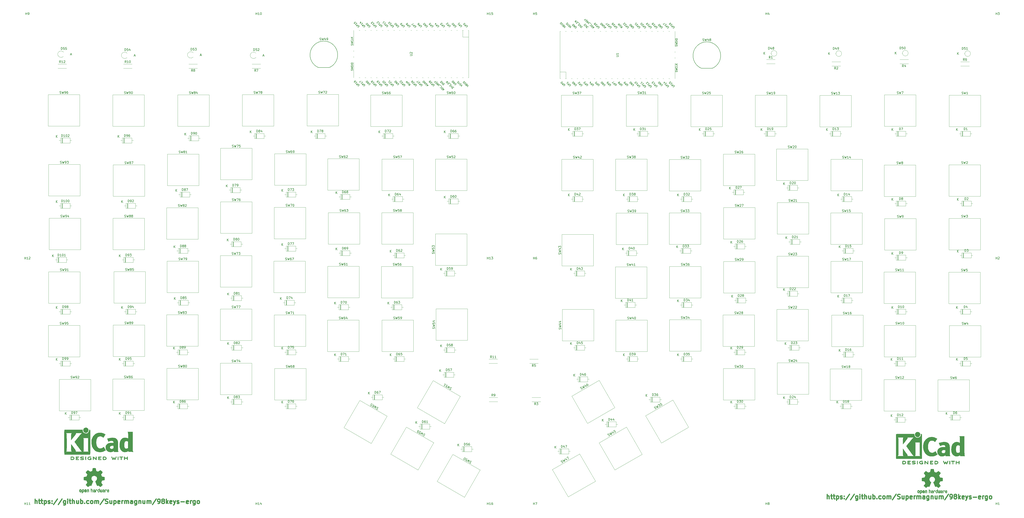
<source format=gbr>
%TF.GenerationSoftware,KiCad,Pcbnew,6.0.9-8da3e8f707~117~ubuntu20.04.1*%
%TF.CreationDate,2022-11-28T13:28:25+01:00*%
%TF.ProjectId,98keys-split-pcb,39386b65-7973-42d7-9370-6c69742d7063,rev?*%
%TF.SameCoordinates,Original*%
%TF.FileFunction,Legend,Top*%
%TF.FilePolarity,Positive*%
%FSLAX46Y46*%
G04 Gerber Fmt 4.6, Leading zero omitted, Abs format (unit mm)*
G04 Created by KiCad (PCBNEW 6.0.9-8da3e8f707~117~ubuntu20.04.1) date 2022-11-28 13:28:25*
%MOMM*%
%LPD*%
G01*
G04 APERTURE LIST*
%ADD10C,0.500000*%
%ADD11C,0.150000*%
%ADD12C,0.120000*%
%ADD13C,0.010000*%
%ADD14R,1.600000X1.600000*%
%ADD15O,1.600000X1.600000*%
%ADD16C,7.500000*%
%ADD17C,1.700000*%
%ADD18C,4.000000*%
%ADD19C,2.200000*%
%ADD20R,1.500000X1.500000*%
%ADD21O,1.500000X1.500000*%
%ADD22C,1.400000*%
%ADD23O,1.400000X1.400000*%
%ADD24C,2.000000*%
%ADD25R,1.800000X1.800000*%
%ADD26O,1.800000X1.800000*%
%ADD27O,1.700000X1.700000*%
%ADD28R,1.700000X3.500000*%
%ADD29R,1.700000X1.700000*%
%ADD30R,3.500000X1.700000*%
%ADD31C,1.200000*%
G04 APERTURE END LIST*
D10*
X98419047Y-250204761D02*
X98419047Y-248204761D01*
X99276190Y-250204761D02*
X99276190Y-249157142D01*
X99180952Y-248966666D01*
X98990476Y-248871428D01*
X98704761Y-248871428D01*
X98514285Y-248966666D01*
X98419047Y-249061904D01*
X99942857Y-248871428D02*
X100704761Y-248871428D01*
X100228571Y-248204761D02*
X100228571Y-249919047D01*
X100323809Y-250109523D01*
X100514285Y-250204761D01*
X100704761Y-250204761D01*
X101085714Y-248871428D02*
X101847619Y-248871428D01*
X101371428Y-248204761D02*
X101371428Y-249919047D01*
X101466666Y-250109523D01*
X101657142Y-250204761D01*
X101847619Y-250204761D01*
X102514285Y-248871428D02*
X102514285Y-250871428D01*
X102514285Y-248966666D02*
X102704761Y-248871428D01*
X103085714Y-248871428D01*
X103276190Y-248966666D01*
X103371428Y-249061904D01*
X103466666Y-249252380D01*
X103466666Y-249823809D01*
X103371428Y-250014285D01*
X103276190Y-250109523D01*
X103085714Y-250204761D01*
X102704761Y-250204761D01*
X102514285Y-250109523D01*
X104228571Y-250109523D02*
X104419047Y-250204761D01*
X104799999Y-250204761D01*
X104990476Y-250109523D01*
X105085714Y-249919047D01*
X105085714Y-249823809D01*
X104990476Y-249633333D01*
X104799999Y-249538095D01*
X104514285Y-249538095D01*
X104323809Y-249442857D01*
X104228571Y-249252380D01*
X104228571Y-249157142D01*
X104323809Y-248966666D01*
X104514285Y-248871428D01*
X104799999Y-248871428D01*
X104990476Y-248966666D01*
X105942857Y-250014285D02*
X106038095Y-250109523D01*
X105942857Y-250204761D01*
X105847619Y-250109523D01*
X105942857Y-250014285D01*
X105942857Y-250204761D01*
X105942857Y-248966666D02*
X106038095Y-249061904D01*
X105942857Y-249157142D01*
X105847619Y-249061904D01*
X105942857Y-248966666D01*
X105942857Y-249157142D01*
X108323809Y-248109523D02*
X106609523Y-250680952D01*
X110419047Y-248109523D02*
X108704761Y-250680952D01*
X111942857Y-248871428D02*
X111942857Y-250490476D01*
X111847619Y-250680952D01*
X111752380Y-250776190D01*
X111561904Y-250871428D01*
X111276190Y-250871428D01*
X111085714Y-250776190D01*
X111942857Y-250109523D02*
X111752380Y-250204761D01*
X111371428Y-250204761D01*
X111180952Y-250109523D01*
X111085714Y-250014285D01*
X110990476Y-249823809D01*
X110990476Y-249252380D01*
X111085714Y-249061904D01*
X111180952Y-248966666D01*
X111371428Y-248871428D01*
X111752380Y-248871428D01*
X111942857Y-248966666D01*
X112895238Y-250204761D02*
X112895238Y-248871428D01*
X112895238Y-248204761D02*
X112799999Y-248300000D01*
X112895238Y-248395238D01*
X112990476Y-248300000D01*
X112895238Y-248204761D01*
X112895238Y-248395238D01*
X113561904Y-248871428D02*
X114323809Y-248871428D01*
X113847619Y-248204761D02*
X113847619Y-249919047D01*
X113942857Y-250109523D01*
X114133333Y-250204761D01*
X114323809Y-250204761D01*
X114990476Y-250204761D02*
X114990476Y-248204761D01*
X115847619Y-250204761D02*
X115847619Y-249157142D01*
X115752380Y-248966666D01*
X115561904Y-248871428D01*
X115276190Y-248871428D01*
X115085714Y-248966666D01*
X114990476Y-249061904D01*
X117657142Y-248871428D02*
X117657142Y-250204761D01*
X116800000Y-248871428D02*
X116800000Y-249919047D01*
X116895238Y-250109523D01*
X117085714Y-250204761D01*
X117371428Y-250204761D01*
X117561904Y-250109523D01*
X117657142Y-250014285D01*
X118609523Y-250204761D02*
X118609523Y-248204761D01*
X118609523Y-248966666D02*
X118800000Y-248871428D01*
X119180952Y-248871428D01*
X119371428Y-248966666D01*
X119466666Y-249061904D01*
X119561904Y-249252380D01*
X119561904Y-249823809D01*
X119466666Y-250014285D01*
X119371428Y-250109523D01*
X119180952Y-250204761D01*
X118800000Y-250204761D01*
X118609523Y-250109523D01*
X120419047Y-250014285D02*
X120514285Y-250109523D01*
X120419047Y-250204761D01*
X120323809Y-250109523D01*
X120419047Y-250014285D01*
X120419047Y-250204761D01*
X122228571Y-250109523D02*
X122038095Y-250204761D01*
X121657142Y-250204761D01*
X121466666Y-250109523D01*
X121371428Y-250014285D01*
X121276190Y-249823809D01*
X121276190Y-249252380D01*
X121371428Y-249061904D01*
X121466666Y-248966666D01*
X121657142Y-248871428D01*
X122038095Y-248871428D01*
X122228571Y-248966666D01*
X123371428Y-250204761D02*
X123180952Y-250109523D01*
X123085714Y-250014285D01*
X122990476Y-249823809D01*
X122990476Y-249252380D01*
X123085714Y-249061904D01*
X123180952Y-248966666D01*
X123371428Y-248871428D01*
X123657142Y-248871428D01*
X123847619Y-248966666D01*
X123942857Y-249061904D01*
X124038095Y-249252380D01*
X124038095Y-249823809D01*
X123942857Y-250014285D01*
X123847619Y-250109523D01*
X123657142Y-250204761D01*
X123371428Y-250204761D01*
X124895238Y-250204761D02*
X124895238Y-248871428D01*
X124895238Y-249061904D02*
X124990476Y-248966666D01*
X125180952Y-248871428D01*
X125466666Y-248871428D01*
X125657142Y-248966666D01*
X125752380Y-249157142D01*
X125752380Y-250204761D01*
X125752380Y-249157142D02*
X125847619Y-248966666D01*
X126038095Y-248871428D01*
X126323809Y-248871428D01*
X126514285Y-248966666D01*
X126609523Y-249157142D01*
X126609523Y-250204761D01*
X128990476Y-248109523D02*
X127276190Y-250680952D01*
X129561904Y-250109523D02*
X129847619Y-250204761D01*
X130323809Y-250204761D01*
X130514285Y-250109523D01*
X130609523Y-250014285D01*
X130704761Y-249823809D01*
X130704761Y-249633333D01*
X130609523Y-249442857D01*
X130514285Y-249347619D01*
X130323809Y-249252380D01*
X129942857Y-249157142D01*
X129752380Y-249061904D01*
X129657142Y-248966666D01*
X129561904Y-248776190D01*
X129561904Y-248585714D01*
X129657142Y-248395238D01*
X129752380Y-248300000D01*
X129942857Y-248204761D01*
X130419047Y-248204761D01*
X130704761Y-248300000D01*
X132419047Y-248871428D02*
X132419047Y-250204761D01*
X131561904Y-248871428D02*
X131561904Y-249919047D01*
X131657142Y-250109523D01*
X131847619Y-250204761D01*
X132133333Y-250204761D01*
X132323809Y-250109523D01*
X132419047Y-250014285D01*
X133371428Y-248871428D02*
X133371428Y-250871428D01*
X133371428Y-248966666D02*
X133561904Y-248871428D01*
X133942857Y-248871428D01*
X134133333Y-248966666D01*
X134228571Y-249061904D01*
X134323809Y-249252380D01*
X134323809Y-249823809D01*
X134228571Y-250014285D01*
X134133333Y-250109523D01*
X133942857Y-250204761D01*
X133561904Y-250204761D01*
X133371428Y-250109523D01*
X135942857Y-250109523D02*
X135752380Y-250204761D01*
X135371428Y-250204761D01*
X135180952Y-250109523D01*
X135085714Y-249919047D01*
X135085714Y-249157142D01*
X135180952Y-248966666D01*
X135371428Y-248871428D01*
X135752380Y-248871428D01*
X135942857Y-248966666D01*
X136038095Y-249157142D01*
X136038095Y-249347619D01*
X135085714Y-249538095D01*
X136895238Y-250204761D02*
X136895238Y-248871428D01*
X136895238Y-249252380D02*
X136990476Y-249061904D01*
X137085714Y-248966666D01*
X137276190Y-248871428D01*
X137466666Y-248871428D01*
X138133333Y-250204761D02*
X138133333Y-248871428D01*
X138133333Y-249061904D02*
X138228571Y-248966666D01*
X138419047Y-248871428D01*
X138704761Y-248871428D01*
X138895238Y-248966666D01*
X138990476Y-249157142D01*
X138990476Y-250204761D01*
X138990476Y-249157142D02*
X139085714Y-248966666D01*
X139276190Y-248871428D01*
X139561904Y-248871428D01*
X139752380Y-248966666D01*
X139847619Y-249157142D01*
X139847619Y-250204761D01*
X141657142Y-250204761D02*
X141657142Y-249157142D01*
X141561904Y-248966666D01*
X141371428Y-248871428D01*
X140990476Y-248871428D01*
X140800000Y-248966666D01*
X141657142Y-250109523D02*
X141466666Y-250204761D01*
X140990476Y-250204761D01*
X140800000Y-250109523D01*
X140704761Y-249919047D01*
X140704761Y-249728571D01*
X140800000Y-249538095D01*
X140990476Y-249442857D01*
X141466666Y-249442857D01*
X141657142Y-249347619D01*
X143466666Y-248871428D02*
X143466666Y-250490476D01*
X143371428Y-250680952D01*
X143276190Y-250776190D01*
X143085714Y-250871428D01*
X142799999Y-250871428D01*
X142609523Y-250776190D01*
X143466666Y-250109523D02*
X143276190Y-250204761D01*
X142895238Y-250204761D01*
X142704761Y-250109523D01*
X142609523Y-250014285D01*
X142514285Y-249823809D01*
X142514285Y-249252380D01*
X142609523Y-249061904D01*
X142704761Y-248966666D01*
X142895238Y-248871428D01*
X143276190Y-248871428D01*
X143466666Y-248966666D01*
X144419047Y-248871428D02*
X144419047Y-250204761D01*
X144419047Y-249061904D02*
X144514285Y-248966666D01*
X144704761Y-248871428D01*
X144990476Y-248871428D01*
X145180952Y-248966666D01*
X145276190Y-249157142D01*
X145276190Y-250204761D01*
X147085714Y-248871428D02*
X147085714Y-250204761D01*
X146228571Y-248871428D02*
X146228571Y-249919047D01*
X146323809Y-250109523D01*
X146514285Y-250204761D01*
X146799999Y-250204761D01*
X146990476Y-250109523D01*
X147085714Y-250014285D01*
X148038095Y-250204761D02*
X148038095Y-248871428D01*
X148038095Y-249061904D02*
X148133333Y-248966666D01*
X148323809Y-248871428D01*
X148609523Y-248871428D01*
X148799999Y-248966666D01*
X148895238Y-249157142D01*
X148895238Y-250204761D01*
X148895238Y-249157142D02*
X148990476Y-248966666D01*
X149180952Y-248871428D01*
X149466666Y-248871428D01*
X149657142Y-248966666D01*
X149752380Y-249157142D01*
X149752380Y-250204761D01*
X152133333Y-248109523D02*
X150419047Y-250680952D01*
X152895238Y-250204761D02*
X153276190Y-250204761D01*
X153466666Y-250109523D01*
X153561904Y-250014285D01*
X153752380Y-249728571D01*
X153847619Y-249347619D01*
X153847619Y-248585714D01*
X153752380Y-248395238D01*
X153657142Y-248300000D01*
X153466666Y-248204761D01*
X153085714Y-248204761D01*
X152895238Y-248300000D01*
X152799999Y-248395238D01*
X152704761Y-248585714D01*
X152704761Y-249061904D01*
X152799999Y-249252380D01*
X152895238Y-249347619D01*
X153085714Y-249442857D01*
X153466666Y-249442857D01*
X153657142Y-249347619D01*
X153752380Y-249252380D01*
X153847619Y-249061904D01*
X154990476Y-249061904D02*
X154799999Y-248966666D01*
X154704761Y-248871428D01*
X154609523Y-248680952D01*
X154609523Y-248585714D01*
X154704761Y-248395238D01*
X154799999Y-248300000D01*
X154990476Y-248204761D01*
X155371428Y-248204761D01*
X155561904Y-248300000D01*
X155657142Y-248395238D01*
X155752380Y-248585714D01*
X155752380Y-248680952D01*
X155657142Y-248871428D01*
X155561904Y-248966666D01*
X155371428Y-249061904D01*
X154990476Y-249061904D01*
X154799999Y-249157142D01*
X154704761Y-249252380D01*
X154609523Y-249442857D01*
X154609523Y-249823809D01*
X154704761Y-250014285D01*
X154799999Y-250109523D01*
X154990476Y-250204761D01*
X155371428Y-250204761D01*
X155561904Y-250109523D01*
X155657142Y-250014285D01*
X155752380Y-249823809D01*
X155752380Y-249442857D01*
X155657142Y-249252380D01*
X155561904Y-249157142D01*
X155371428Y-249061904D01*
X156609523Y-250204761D02*
X156609523Y-248204761D01*
X156799999Y-249442857D02*
X157371428Y-250204761D01*
X157371428Y-248871428D02*
X156609523Y-249633333D01*
X158990476Y-250109523D02*
X158799999Y-250204761D01*
X158419047Y-250204761D01*
X158228571Y-250109523D01*
X158133333Y-249919047D01*
X158133333Y-249157142D01*
X158228571Y-248966666D01*
X158419047Y-248871428D01*
X158799999Y-248871428D01*
X158990476Y-248966666D01*
X159085714Y-249157142D01*
X159085714Y-249347619D01*
X158133333Y-249538095D01*
X159752380Y-248871428D02*
X160228571Y-250204761D01*
X160704761Y-248871428D02*
X160228571Y-250204761D01*
X160038095Y-250680952D01*
X159942857Y-250776190D01*
X159752380Y-250871428D01*
X161371428Y-250109523D02*
X161561904Y-250204761D01*
X161942857Y-250204761D01*
X162133333Y-250109523D01*
X162228571Y-249919047D01*
X162228571Y-249823809D01*
X162133333Y-249633333D01*
X161942857Y-249538095D01*
X161657142Y-249538095D01*
X161466666Y-249442857D01*
X161371428Y-249252380D01*
X161371428Y-249157142D01*
X161466666Y-248966666D01*
X161657142Y-248871428D01*
X161942857Y-248871428D01*
X162133333Y-248966666D01*
X163085714Y-249442857D02*
X164609523Y-249442857D01*
X166323809Y-250109523D02*
X166133333Y-250204761D01*
X165752380Y-250204761D01*
X165561904Y-250109523D01*
X165466666Y-249919047D01*
X165466666Y-249157142D01*
X165561904Y-248966666D01*
X165752380Y-248871428D01*
X166133333Y-248871428D01*
X166323809Y-248966666D01*
X166419047Y-249157142D01*
X166419047Y-249347619D01*
X165466666Y-249538095D01*
X167276190Y-250204761D02*
X167276190Y-248871428D01*
X167276190Y-249252380D02*
X167371428Y-249061904D01*
X167466666Y-248966666D01*
X167657142Y-248871428D01*
X167847619Y-248871428D01*
X169371428Y-248871428D02*
X169371428Y-250490476D01*
X169276190Y-250680952D01*
X169180952Y-250776190D01*
X168990476Y-250871428D01*
X168704761Y-250871428D01*
X168514285Y-250776190D01*
X169371428Y-250109523D02*
X169180952Y-250204761D01*
X168799999Y-250204761D01*
X168609523Y-250109523D01*
X168514285Y-250014285D01*
X168419047Y-249823809D01*
X168419047Y-249252380D01*
X168514285Y-249061904D01*
X168609523Y-248966666D01*
X168799999Y-248871428D01*
X169180952Y-248871428D01*
X169371428Y-248966666D01*
X170609523Y-250204761D02*
X170419047Y-250109523D01*
X170323809Y-250014285D01*
X170228571Y-249823809D01*
X170228571Y-249252380D01*
X170323809Y-249061904D01*
X170419047Y-248966666D01*
X170609523Y-248871428D01*
X170895238Y-248871428D01*
X171085714Y-248966666D01*
X171180952Y-249061904D01*
X171276190Y-249252380D01*
X171276190Y-249823809D01*
X171180952Y-250014285D01*
X171085714Y-250109523D01*
X170895238Y-250204761D01*
X170609523Y-250204761D01*
X449519047Y-248104761D02*
X449519047Y-246104761D01*
X450376190Y-248104761D02*
X450376190Y-247057142D01*
X450280952Y-246866666D01*
X450090476Y-246771428D01*
X449804761Y-246771428D01*
X449614285Y-246866666D01*
X449519047Y-246961904D01*
X451042857Y-246771428D02*
X451804761Y-246771428D01*
X451328571Y-246104761D02*
X451328571Y-247819047D01*
X451423809Y-248009523D01*
X451614285Y-248104761D01*
X451804761Y-248104761D01*
X452185714Y-246771428D02*
X452947619Y-246771428D01*
X452471428Y-246104761D02*
X452471428Y-247819047D01*
X452566666Y-248009523D01*
X452757142Y-248104761D01*
X452947619Y-248104761D01*
X453614285Y-246771428D02*
X453614285Y-248771428D01*
X453614285Y-246866666D02*
X453804761Y-246771428D01*
X454185714Y-246771428D01*
X454376190Y-246866666D01*
X454471428Y-246961904D01*
X454566666Y-247152380D01*
X454566666Y-247723809D01*
X454471428Y-247914285D01*
X454376190Y-248009523D01*
X454185714Y-248104761D01*
X453804761Y-248104761D01*
X453614285Y-248009523D01*
X455328571Y-248009523D02*
X455519047Y-248104761D01*
X455900000Y-248104761D01*
X456090476Y-248009523D01*
X456185714Y-247819047D01*
X456185714Y-247723809D01*
X456090476Y-247533333D01*
X455900000Y-247438095D01*
X455614285Y-247438095D01*
X455423809Y-247342857D01*
X455328571Y-247152380D01*
X455328571Y-247057142D01*
X455423809Y-246866666D01*
X455614285Y-246771428D01*
X455900000Y-246771428D01*
X456090476Y-246866666D01*
X457042857Y-247914285D02*
X457138095Y-248009523D01*
X457042857Y-248104761D01*
X456947619Y-248009523D01*
X457042857Y-247914285D01*
X457042857Y-248104761D01*
X457042857Y-246866666D02*
X457138095Y-246961904D01*
X457042857Y-247057142D01*
X456947619Y-246961904D01*
X457042857Y-246866666D01*
X457042857Y-247057142D01*
X459423809Y-246009523D02*
X457709523Y-248580952D01*
X461519047Y-246009523D02*
X459804761Y-248580952D01*
X463042857Y-246771428D02*
X463042857Y-248390476D01*
X462947619Y-248580952D01*
X462852380Y-248676190D01*
X462661904Y-248771428D01*
X462376190Y-248771428D01*
X462185714Y-248676190D01*
X463042857Y-248009523D02*
X462852380Y-248104761D01*
X462471428Y-248104761D01*
X462280952Y-248009523D01*
X462185714Y-247914285D01*
X462090476Y-247723809D01*
X462090476Y-247152380D01*
X462185714Y-246961904D01*
X462280952Y-246866666D01*
X462471428Y-246771428D01*
X462852380Y-246771428D01*
X463042857Y-246866666D01*
X463995238Y-248104761D02*
X463995238Y-246771428D01*
X463995238Y-246104761D02*
X463900000Y-246200000D01*
X463995238Y-246295238D01*
X464090476Y-246200000D01*
X463995238Y-246104761D01*
X463995238Y-246295238D01*
X464661904Y-246771428D02*
X465423809Y-246771428D01*
X464947619Y-246104761D02*
X464947619Y-247819047D01*
X465042857Y-248009523D01*
X465233333Y-248104761D01*
X465423809Y-248104761D01*
X466090476Y-248104761D02*
X466090476Y-246104761D01*
X466947619Y-248104761D02*
X466947619Y-247057142D01*
X466852380Y-246866666D01*
X466661904Y-246771428D01*
X466376190Y-246771428D01*
X466185714Y-246866666D01*
X466090476Y-246961904D01*
X468757142Y-246771428D02*
X468757142Y-248104761D01*
X467900000Y-246771428D02*
X467900000Y-247819047D01*
X467995238Y-248009523D01*
X468185714Y-248104761D01*
X468471428Y-248104761D01*
X468661904Y-248009523D01*
X468757142Y-247914285D01*
X469709523Y-248104761D02*
X469709523Y-246104761D01*
X469709523Y-246866666D02*
X469900000Y-246771428D01*
X470280952Y-246771428D01*
X470471428Y-246866666D01*
X470566666Y-246961904D01*
X470661904Y-247152380D01*
X470661904Y-247723809D01*
X470566666Y-247914285D01*
X470471428Y-248009523D01*
X470280952Y-248104761D01*
X469900000Y-248104761D01*
X469709523Y-248009523D01*
X471519047Y-247914285D02*
X471614285Y-248009523D01*
X471519047Y-248104761D01*
X471423809Y-248009523D01*
X471519047Y-247914285D01*
X471519047Y-248104761D01*
X473328571Y-248009523D02*
X473138095Y-248104761D01*
X472757142Y-248104761D01*
X472566666Y-248009523D01*
X472471428Y-247914285D01*
X472376190Y-247723809D01*
X472376190Y-247152380D01*
X472471428Y-246961904D01*
X472566666Y-246866666D01*
X472757142Y-246771428D01*
X473138095Y-246771428D01*
X473328571Y-246866666D01*
X474471428Y-248104761D02*
X474280952Y-248009523D01*
X474185714Y-247914285D01*
X474090476Y-247723809D01*
X474090476Y-247152380D01*
X474185714Y-246961904D01*
X474280952Y-246866666D01*
X474471428Y-246771428D01*
X474757142Y-246771428D01*
X474947619Y-246866666D01*
X475042857Y-246961904D01*
X475138095Y-247152380D01*
X475138095Y-247723809D01*
X475042857Y-247914285D01*
X474947619Y-248009523D01*
X474757142Y-248104761D01*
X474471428Y-248104761D01*
X475995238Y-248104761D02*
X475995238Y-246771428D01*
X475995238Y-246961904D02*
X476090476Y-246866666D01*
X476280952Y-246771428D01*
X476566666Y-246771428D01*
X476757142Y-246866666D01*
X476852380Y-247057142D01*
X476852380Y-248104761D01*
X476852380Y-247057142D02*
X476947619Y-246866666D01*
X477138095Y-246771428D01*
X477423809Y-246771428D01*
X477614285Y-246866666D01*
X477709523Y-247057142D01*
X477709523Y-248104761D01*
X480090476Y-246009523D02*
X478376190Y-248580952D01*
X480661904Y-248009523D02*
X480947619Y-248104761D01*
X481423809Y-248104761D01*
X481614285Y-248009523D01*
X481709523Y-247914285D01*
X481804761Y-247723809D01*
X481804761Y-247533333D01*
X481709523Y-247342857D01*
X481614285Y-247247619D01*
X481423809Y-247152380D01*
X481042857Y-247057142D01*
X480852380Y-246961904D01*
X480757142Y-246866666D01*
X480661904Y-246676190D01*
X480661904Y-246485714D01*
X480757142Y-246295238D01*
X480852380Y-246200000D01*
X481042857Y-246104761D01*
X481519047Y-246104761D01*
X481804761Y-246200000D01*
X483519047Y-246771428D02*
X483519047Y-248104761D01*
X482661904Y-246771428D02*
X482661904Y-247819047D01*
X482757142Y-248009523D01*
X482947619Y-248104761D01*
X483233333Y-248104761D01*
X483423809Y-248009523D01*
X483519047Y-247914285D01*
X484471428Y-246771428D02*
X484471428Y-248771428D01*
X484471428Y-246866666D02*
X484661904Y-246771428D01*
X485042857Y-246771428D01*
X485233333Y-246866666D01*
X485328571Y-246961904D01*
X485423809Y-247152380D01*
X485423809Y-247723809D01*
X485328571Y-247914285D01*
X485233333Y-248009523D01*
X485042857Y-248104761D01*
X484661904Y-248104761D01*
X484471428Y-248009523D01*
X487042857Y-248009523D02*
X486852380Y-248104761D01*
X486471428Y-248104761D01*
X486280952Y-248009523D01*
X486185714Y-247819047D01*
X486185714Y-247057142D01*
X486280952Y-246866666D01*
X486471428Y-246771428D01*
X486852380Y-246771428D01*
X487042857Y-246866666D01*
X487138095Y-247057142D01*
X487138095Y-247247619D01*
X486185714Y-247438095D01*
X487995238Y-248104761D02*
X487995238Y-246771428D01*
X487995238Y-247152380D02*
X488090476Y-246961904D01*
X488185714Y-246866666D01*
X488376190Y-246771428D01*
X488566666Y-246771428D01*
X489233333Y-248104761D02*
X489233333Y-246771428D01*
X489233333Y-246961904D02*
X489328571Y-246866666D01*
X489519047Y-246771428D01*
X489804761Y-246771428D01*
X489995238Y-246866666D01*
X490090476Y-247057142D01*
X490090476Y-248104761D01*
X490090476Y-247057142D02*
X490185714Y-246866666D01*
X490376190Y-246771428D01*
X490661904Y-246771428D01*
X490852380Y-246866666D01*
X490947619Y-247057142D01*
X490947619Y-248104761D01*
X492757142Y-248104761D02*
X492757142Y-247057142D01*
X492661904Y-246866666D01*
X492471428Y-246771428D01*
X492090476Y-246771428D01*
X491900000Y-246866666D01*
X492757142Y-248009523D02*
X492566666Y-248104761D01*
X492090476Y-248104761D01*
X491900000Y-248009523D01*
X491804761Y-247819047D01*
X491804761Y-247628571D01*
X491900000Y-247438095D01*
X492090476Y-247342857D01*
X492566666Y-247342857D01*
X492757142Y-247247619D01*
X494566666Y-246771428D02*
X494566666Y-248390476D01*
X494471428Y-248580952D01*
X494376190Y-248676190D01*
X494185714Y-248771428D01*
X493900000Y-248771428D01*
X493709523Y-248676190D01*
X494566666Y-248009523D02*
X494376190Y-248104761D01*
X493995238Y-248104761D01*
X493804761Y-248009523D01*
X493709523Y-247914285D01*
X493614285Y-247723809D01*
X493614285Y-247152380D01*
X493709523Y-246961904D01*
X493804761Y-246866666D01*
X493995238Y-246771428D01*
X494376190Y-246771428D01*
X494566666Y-246866666D01*
X495519047Y-246771428D02*
X495519047Y-248104761D01*
X495519047Y-246961904D02*
X495614285Y-246866666D01*
X495804761Y-246771428D01*
X496090476Y-246771428D01*
X496280952Y-246866666D01*
X496376190Y-247057142D01*
X496376190Y-248104761D01*
X498185714Y-246771428D02*
X498185714Y-248104761D01*
X497328571Y-246771428D02*
X497328571Y-247819047D01*
X497423809Y-248009523D01*
X497614285Y-248104761D01*
X497900000Y-248104761D01*
X498090476Y-248009523D01*
X498185714Y-247914285D01*
X499138095Y-248104761D02*
X499138095Y-246771428D01*
X499138095Y-246961904D02*
X499233333Y-246866666D01*
X499423809Y-246771428D01*
X499709523Y-246771428D01*
X499900000Y-246866666D01*
X499995238Y-247057142D01*
X499995238Y-248104761D01*
X499995238Y-247057142D02*
X500090476Y-246866666D01*
X500280952Y-246771428D01*
X500566666Y-246771428D01*
X500757142Y-246866666D01*
X500852380Y-247057142D01*
X500852380Y-248104761D01*
X503233333Y-246009523D02*
X501519047Y-248580952D01*
X503995238Y-248104761D02*
X504376190Y-248104761D01*
X504566666Y-248009523D01*
X504661904Y-247914285D01*
X504852380Y-247628571D01*
X504947619Y-247247619D01*
X504947619Y-246485714D01*
X504852380Y-246295238D01*
X504757142Y-246200000D01*
X504566666Y-246104761D01*
X504185714Y-246104761D01*
X503995238Y-246200000D01*
X503900000Y-246295238D01*
X503804761Y-246485714D01*
X503804761Y-246961904D01*
X503900000Y-247152380D01*
X503995238Y-247247619D01*
X504185714Y-247342857D01*
X504566666Y-247342857D01*
X504757142Y-247247619D01*
X504852380Y-247152380D01*
X504947619Y-246961904D01*
X506090476Y-246961904D02*
X505900000Y-246866666D01*
X505804761Y-246771428D01*
X505709523Y-246580952D01*
X505709523Y-246485714D01*
X505804761Y-246295238D01*
X505900000Y-246200000D01*
X506090476Y-246104761D01*
X506471428Y-246104761D01*
X506661904Y-246200000D01*
X506757142Y-246295238D01*
X506852380Y-246485714D01*
X506852380Y-246580952D01*
X506757142Y-246771428D01*
X506661904Y-246866666D01*
X506471428Y-246961904D01*
X506090476Y-246961904D01*
X505900000Y-247057142D01*
X505804761Y-247152380D01*
X505709523Y-247342857D01*
X505709523Y-247723809D01*
X505804761Y-247914285D01*
X505900000Y-248009523D01*
X506090476Y-248104761D01*
X506471428Y-248104761D01*
X506661904Y-248009523D01*
X506757142Y-247914285D01*
X506852380Y-247723809D01*
X506852380Y-247342857D01*
X506757142Y-247152380D01*
X506661904Y-247057142D01*
X506471428Y-246961904D01*
X507709523Y-248104761D02*
X507709523Y-246104761D01*
X507899999Y-247342857D02*
X508471428Y-248104761D01*
X508471428Y-246771428D02*
X507709523Y-247533333D01*
X510090476Y-248009523D02*
X509899999Y-248104761D01*
X509519047Y-248104761D01*
X509328571Y-248009523D01*
X509233333Y-247819047D01*
X509233333Y-247057142D01*
X509328571Y-246866666D01*
X509519047Y-246771428D01*
X509899999Y-246771428D01*
X510090476Y-246866666D01*
X510185714Y-247057142D01*
X510185714Y-247247619D01*
X509233333Y-247438095D01*
X510852380Y-246771428D02*
X511328571Y-248104761D01*
X511804761Y-246771428D02*
X511328571Y-248104761D01*
X511138095Y-248580952D01*
X511042857Y-248676190D01*
X510852380Y-248771428D01*
X512471428Y-248009523D02*
X512661904Y-248104761D01*
X513042857Y-248104761D01*
X513233333Y-248009523D01*
X513328571Y-247819047D01*
X513328571Y-247723809D01*
X513233333Y-247533333D01*
X513042857Y-247438095D01*
X512757142Y-247438095D01*
X512566666Y-247342857D01*
X512471428Y-247152380D01*
X512471428Y-247057142D01*
X512566666Y-246866666D01*
X512757142Y-246771428D01*
X513042857Y-246771428D01*
X513233333Y-246866666D01*
X514185714Y-247342857D02*
X515709523Y-247342857D01*
X517423809Y-248009523D02*
X517233333Y-248104761D01*
X516852380Y-248104761D01*
X516661904Y-248009523D01*
X516566666Y-247819047D01*
X516566666Y-247057142D01*
X516661904Y-246866666D01*
X516852380Y-246771428D01*
X517233333Y-246771428D01*
X517423809Y-246866666D01*
X517519047Y-247057142D01*
X517519047Y-247247619D01*
X516566666Y-247438095D01*
X518376190Y-248104761D02*
X518376190Y-246771428D01*
X518376190Y-247152380D02*
X518471428Y-246961904D01*
X518566666Y-246866666D01*
X518757142Y-246771428D01*
X518947619Y-246771428D01*
X520471428Y-246771428D02*
X520471428Y-248390476D01*
X520376190Y-248580952D01*
X520280952Y-248676190D01*
X520090476Y-248771428D01*
X519804761Y-248771428D01*
X519614285Y-248676190D01*
X520471428Y-248009523D02*
X520280952Y-248104761D01*
X519900000Y-248104761D01*
X519709523Y-248009523D01*
X519614285Y-247914285D01*
X519519047Y-247723809D01*
X519519047Y-247152380D01*
X519614285Y-246961904D01*
X519709523Y-246866666D01*
X519900000Y-246771428D01*
X520280952Y-246771428D01*
X520471428Y-246866666D01*
X521709523Y-248104761D02*
X521519047Y-248009523D01*
X521423809Y-247914285D01*
X521328571Y-247723809D01*
X521328571Y-247152380D01*
X521423809Y-246961904D01*
X521519047Y-246866666D01*
X521709523Y-246771428D01*
X521995238Y-246771428D01*
X522185714Y-246866666D01*
X522280952Y-246961904D01*
X522376190Y-247152380D01*
X522376190Y-247723809D01*
X522280952Y-247914285D01*
X522185714Y-248009523D01*
X521995238Y-248104761D01*
X521709523Y-248104761D01*
D11*
%TO.C,D23*%
X433595714Y-179332380D02*
X433595714Y-178332380D01*
X433833809Y-178332380D01*
X433976666Y-178380000D01*
X434071904Y-178475238D01*
X434119523Y-178570476D01*
X434167142Y-178760952D01*
X434167142Y-178903809D01*
X434119523Y-179094285D01*
X434071904Y-179189523D01*
X433976666Y-179284761D01*
X433833809Y-179332380D01*
X433595714Y-179332380D01*
X434548095Y-178427619D02*
X434595714Y-178380000D01*
X434690952Y-178332380D01*
X434929047Y-178332380D01*
X435024285Y-178380000D01*
X435071904Y-178427619D01*
X435119523Y-178522857D01*
X435119523Y-178618095D01*
X435071904Y-178760952D01*
X434500476Y-179332380D01*
X435119523Y-179332380D01*
X435452857Y-178332380D02*
X436071904Y-178332380D01*
X435738571Y-178713333D01*
X435881428Y-178713333D01*
X435976666Y-178760952D01*
X436024285Y-178808571D01*
X436071904Y-178903809D01*
X436071904Y-179141904D01*
X436024285Y-179237142D01*
X435976666Y-179284761D01*
X435881428Y-179332380D01*
X435595714Y-179332380D01*
X435500476Y-179284761D01*
X435452857Y-179237142D01*
X430738095Y-179652380D02*
X430738095Y-178652380D01*
X431309523Y-179652380D02*
X430880952Y-179080952D01*
X431309523Y-178652380D02*
X430738095Y-179223809D01*
%TO.C,D91*%
X138595714Y-210332380D02*
X138595714Y-209332380D01*
X138833809Y-209332380D01*
X138976666Y-209380000D01*
X139071904Y-209475238D01*
X139119523Y-209570476D01*
X139167142Y-209760952D01*
X139167142Y-209903809D01*
X139119523Y-210094285D01*
X139071904Y-210189523D01*
X138976666Y-210284761D01*
X138833809Y-210332380D01*
X138595714Y-210332380D01*
X139643333Y-210332380D02*
X139833809Y-210332380D01*
X139929047Y-210284761D01*
X139976666Y-210237142D01*
X140071904Y-210094285D01*
X140119523Y-209903809D01*
X140119523Y-209522857D01*
X140071904Y-209427619D01*
X140024285Y-209380000D01*
X139929047Y-209332380D01*
X139738571Y-209332380D01*
X139643333Y-209380000D01*
X139595714Y-209427619D01*
X139548095Y-209522857D01*
X139548095Y-209760952D01*
X139595714Y-209856190D01*
X139643333Y-209903809D01*
X139738571Y-209951428D01*
X139929047Y-209951428D01*
X140024285Y-209903809D01*
X140071904Y-209856190D01*
X140119523Y-209760952D01*
X141071904Y-210332380D02*
X140500476Y-210332380D01*
X140786190Y-210332380D02*
X140786190Y-209332380D01*
X140690952Y-209475238D01*
X140595714Y-209570476D01*
X140500476Y-209618095D01*
X135738095Y-210652380D02*
X135738095Y-209652380D01*
X136309523Y-210652380D02*
X135880952Y-210080952D01*
X136309523Y-209652380D02*
X135738095Y-210223809D01*
%TO.C,D61*%
X269975714Y-214332380D02*
X269975714Y-213332380D01*
X270213809Y-213332380D01*
X270356666Y-213380000D01*
X270451904Y-213475238D01*
X270499523Y-213570476D01*
X270547142Y-213760952D01*
X270547142Y-213903809D01*
X270499523Y-214094285D01*
X270451904Y-214189523D01*
X270356666Y-214284761D01*
X270213809Y-214332380D01*
X269975714Y-214332380D01*
X271404285Y-213332380D02*
X271213809Y-213332380D01*
X271118571Y-213380000D01*
X271070952Y-213427619D01*
X270975714Y-213570476D01*
X270928095Y-213760952D01*
X270928095Y-214141904D01*
X270975714Y-214237142D01*
X271023333Y-214284761D01*
X271118571Y-214332380D01*
X271309047Y-214332380D01*
X271404285Y-214284761D01*
X271451904Y-214237142D01*
X271499523Y-214141904D01*
X271499523Y-213903809D01*
X271451904Y-213808571D01*
X271404285Y-213760952D01*
X271309047Y-213713333D01*
X271118571Y-213713333D01*
X271023333Y-213760952D01*
X270975714Y-213808571D01*
X270928095Y-213903809D01*
X272451904Y-214332380D02*
X271880476Y-214332380D01*
X272166190Y-214332380D02*
X272166190Y-213332380D01*
X272070952Y-213475238D01*
X271975714Y-213570476D01*
X271880476Y-213618095D01*
X267118095Y-214652380D02*
X267118095Y-213652380D01*
X267689523Y-214652380D02*
X267260952Y-214080952D01*
X267689523Y-213652380D02*
X267118095Y-214223809D01*
%TO.C,H15*%
X298761904Y-33202380D02*
X298761904Y-32202380D01*
X298761904Y-32678571D02*
X299333333Y-32678571D01*
X299333333Y-33202380D02*
X299333333Y-32202380D01*
X300333333Y-33202380D02*
X299761904Y-33202380D01*
X300047619Y-33202380D02*
X300047619Y-32202380D01*
X299952380Y-32345238D01*
X299857142Y-32440476D01*
X299761904Y-32488095D01*
X301238095Y-32202380D02*
X300761904Y-32202380D01*
X300714285Y-32678571D01*
X300761904Y-32630952D01*
X300857142Y-32583333D01*
X301095238Y-32583333D01*
X301190476Y-32630952D01*
X301238095Y-32678571D01*
X301285714Y-32773809D01*
X301285714Y-33011904D01*
X301238095Y-33107142D01*
X301190476Y-33154761D01*
X301095238Y-33202380D01*
X300857142Y-33202380D01*
X300761904Y-33154761D01*
X300714285Y-33107142D01*
%TO.C,D90*%
X167595714Y-86332380D02*
X167595714Y-85332380D01*
X167833809Y-85332380D01*
X167976666Y-85380000D01*
X168071904Y-85475238D01*
X168119523Y-85570476D01*
X168167142Y-85760952D01*
X168167142Y-85903809D01*
X168119523Y-86094285D01*
X168071904Y-86189523D01*
X167976666Y-86284761D01*
X167833809Y-86332380D01*
X167595714Y-86332380D01*
X168643333Y-86332380D02*
X168833809Y-86332380D01*
X168929047Y-86284761D01*
X168976666Y-86237142D01*
X169071904Y-86094285D01*
X169119523Y-85903809D01*
X169119523Y-85522857D01*
X169071904Y-85427619D01*
X169024285Y-85380000D01*
X168929047Y-85332380D01*
X168738571Y-85332380D01*
X168643333Y-85380000D01*
X168595714Y-85427619D01*
X168548095Y-85522857D01*
X168548095Y-85760952D01*
X168595714Y-85856190D01*
X168643333Y-85903809D01*
X168738571Y-85951428D01*
X168929047Y-85951428D01*
X169024285Y-85903809D01*
X169071904Y-85856190D01*
X169119523Y-85760952D01*
X169738571Y-85332380D02*
X169833809Y-85332380D01*
X169929047Y-85380000D01*
X169976666Y-85427619D01*
X170024285Y-85522857D01*
X170071904Y-85713333D01*
X170071904Y-85951428D01*
X170024285Y-86141904D01*
X169976666Y-86237142D01*
X169929047Y-86284761D01*
X169833809Y-86332380D01*
X169738571Y-86332380D01*
X169643333Y-86284761D01*
X169595714Y-86237142D01*
X169548095Y-86141904D01*
X169500476Y-85951428D01*
X169500476Y-85713333D01*
X169548095Y-85522857D01*
X169595714Y-85427619D01*
X169643333Y-85380000D01*
X169738571Y-85332380D01*
X164738095Y-86652380D02*
X164738095Y-85652380D01*
X165309523Y-86652380D02*
X164880952Y-86080952D01*
X165309523Y-85652380D02*
X164738095Y-86223809D01*
%TO.C,D79*%
X185975714Y-109332380D02*
X185975714Y-108332380D01*
X186213809Y-108332380D01*
X186356666Y-108380000D01*
X186451904Y-108475238D01*
X186499523Y-108570476D01*
X186547142Y-108760952D01*
X186547142Y-108903809D01*
X186499523Y-109094285D01*
X186451904Y-109189523D01*
X186356666Y-109284761D01*
X186213809Y-109332380D01*
X185975714Y-109332380D01*
X186880476Y-108332380D02*
X187547142Y-108332380D01*
X187118571Y-109332380D01*
X187975714Y-109332380D02*
X188166190Y-109332380D01*
X188261428Y-109284761D01*
X188309047Y-109237142D01*
X188404285Y-109094285D01*
X188451904Y-108903809D01*
X188451904Y-108522857D01*
X188404285Y-108427619D01*
X188356666Y-108380000D01*
X188261428Y-108332380D01*
X188070952Y-108332380D01*
X187975714Y-108380000D01*
X187928095Y-108427619D01*
X187880476Y-108522857D01*
X187880476Y-108760952D01*
X187928095Y-108856190D01*
X187975714Y-108903809D01*
X188070952Y-108951428D01*
X188261428Y-108951428D01*
X188356666Y-108903809D01*
X188404285Y-108856190D01*
X188451904Y-108760952D01*
X183118095Y-109652380D02*
X183118095Y-108652380D01*
X183689523Y-109652380D02*
X183260952Y-109080952D01*
X183689523Y-108652380D02*
X183118095Y-109223809D01*
%TO.C,SW43*%
X331430761Y-139509523D02*
X331478380Y-139366666D01*
X331478380Y-139128571D01*
X331430761Y-139033333D01*
X331383142Y-138985714D01*
X331287904Y-138938095D01*
X331192666Y-138938095D01*
X331097428Y-138985714D01*
X331049809Y-139033333D01*
X331002190Y-139128571D01*
X330954571Y-139319047D01*
X330906952Y-139414285D01*
X330859333Y-139461904D01*
X330764095Y-139509523D01*
X330668857Y-139509523D01*
X330573619Y-139461904D01*
X330526000Y-139414285D01*
X330478380Y-139319047D01*
X330478380Y-139080952D01*
X330526000Y-138938095D01*
X330478380Y-138604761D02*
X331478380Y-138366666D01*
X330764095Y-138176190D01*
X331478380Y-137985714D01*
X330478380Y-137747619D01*
X330811714Y-136938095D02*
X331478380Y-136938095D01*
X330430761Y-137176190D02*
X331145047Y-137414285D01*
X331145047Y-136795238D01*
X330478380Y-136509523D02*
X330478380Y-135890476D01*
X330859333Y-136223809D01*
X330859333Y-136080952D01*
X330906952Y-135985714D01*
X330954571Y-135938095D01*
X331049809Y-135890476D01*
X331287904Y-135890476D01*
X331383142Y-135938095D01*
X331430761Y-135985714D01*
X331478380Y-136080952D01*
X331478380Y-136366666D01*
X331430761Y-136461904D01*
X331383142Y-136509523D01*
%TO.C,SW89*%
X138190476Y-170430761D02*
X138333333Y-170478380D01*
X138571428Y-170478380D01*
X138666666Y-170430761D01*
X138714285Y-170383142D01*
X138761904Y-170287904D01*
X138761904Y-170192666D01*
X138714285Y-170097428D01*
X138666666Y-170049809D01*
X138571428Y-170002190D01*
X138380952Y-169954571D01*
X138285714Y-169906952D01*
X138238095Y-169859333D01*
X138190476Y-169764095D01*
X138190476Y-169668857D01*
X138238095Y-169573619D01*
X138285714Y-169526000D01*
X138380952Y-169478380D01*
X138619047Y-169478380D01*
X138761904Y-169526000D01*
X139095238Y-169478380D02*
X139333333Y-170478380D01*
X139523809Y-169764095D01*
X139714285Y-170478380D01*
X139952380Y-169478380D01*
X140476190Y-169906952D02*
X140380952Y-169859333D01*
X140333333Y-169811714D01*
X140285714Y-169716476D01*
X140285714Y-169668857D01*
X140333333Y-169573619D01*
X140380952Y-169526000D01*
X140476190Y-169478380D01*
X140666666Y-169478380D01*
X140761904Y-169526000D01*
X140809523Y-169573619D01*
X140857142Y-169668857D01*
X140857142Y-169716476D01*
X140809523Y-169811714D01*
X140761904Y-169859333D01*
X140666666Y-169906952D01*
X140476190Y-169906952D01*
X140380952Y-169954571D01*
X140333333Y-170002190D01*
X140285714Y-170097428D01*
X140285714Y-170287904D01*
X140333333Y-170383142D01*
X140380952Y-170430761D01*
X140476190Y-170478380D01*
X140666666Y-170478380D01*
X140761904Y-170430761D01*
X140809523Y-170383142D01*
X140857142Y-170287904D01*
X140857142Y-170097428D01*
X140809523Y-170002190D01*
X140761904Y-169954571D01*
X140666666Y-169906952D01*
X141333333Y-170478380D02*
X141523809Y-170478380D01*
X141619047Y-170430761D01*
X141666666Y-170383142D01*
X141761904Y-170240285D01*
X141809523Y-170049809D01*
X141809523Y-169668857D01*
X141761904Y-169573619D01*
X141714285Y-169526000D01*
X141619047Y-169478380D01*
X141428571Y-169478380D01*
X141333333Y-169526000D01*
X141285714Y-169573619D01*
X141238095Y-169668857D01*
X141238095Y-169906952D01*
X141285714Y-170002190D01*
X141333333Y-170049809D01*
X141428571Y-170097428D01*
X141619047Y-170097428D01*
X141714285Y-170049809D01*
X141761904Y-170002190D01*
X141809523Y-169906952D01*
%TO.C,SW3*%
X509046666Y-123070761D02*
X509189523Y-123118380D01*
X509427619Y-123118380D01*
X509522857Y-123070761D01*
X509570476Y-123023142D01*
X509618095Y-122927904D01*
X509618095Y-122832666D01*
X509570476Y-122737428D01*
X509522857Y-122689809D01*
X509427619Y-122642190D01*
X509237142Y-122594571D01*
X509141904Y-122546952D01*
X509094285Y-122499333D01*
X509046666Y-122404095D01*
X509046666Y-122308857D01*
X509094285Y-122213619D01*
X509141904Y-122166000D01*
X509237142Y-122118380D01*
X509475238Y-122118380D01*
X509618095Y-122166000D01*
X509951428Y-122118380D02*
X510189523Y-123118380D01*
X510380000Y-122404095D01*
X510570476Y-123118380D01*
X510808571Y-122118380D01*
X511094285Y-122118380D02*
X511713333Y-122118380D01*
X511380000Y-122499333D01*
X511522857Y-122499333D01*
X511618095Y-122546952D01*
X511665714Y-122594571D01*
X511713333Y-122689809D01*
X511713333Y-122927904D01*
X511665714Y-123023142D01*
X511618095Y-123070761D01*
X511522857Y-123118380D01*
X511237142Y-123118380D01*
X511141904Y-123070761D01*
X511094285Y-123023142D01*
%TO.C,D44*%
X352595714Y-213332380D02*
X352595714Y-212332380D01*
X352833809Y-212332380D01*
X352976666Y-212380000D01*
X353071904Y-212475238D01*
X353119523Y-212570476D01*
X353167142Y-212760952D01*
X353167142Y-212903809D01*
X353119523Y-213094285D01*
X353071904Y-213189523D01*
X352976666Y-213284761D01*
X352833809Y-213332380D01*
X352595714Y-213332380D01*
X354024285Y-212665714D02*
X354024285Y-213332380D01*
X353786190Y-212284761D02*
X353548095Y-212999047D01*
X354167142Y-212999047D01*
X354976666Y-212665714D02*
X354976666Y-213332380D01*
X354738571Y-212284761D02*
X354500476Y-212999047D01*
X355119523Y-212999047D01*
X349738095Y-213652380D02*
X349738095Y-212652380D01*
X350309523Y-213652380D02*
X349880952Y-213080952D01*
X350309523Y-212652380D02*
X349738095Y-213223809D01*
%TO.C,D47*%
X331595714Y-225332380D02*
X331595714Y-224332380D01*
X331833809Y-224332380D01*
X331976666Y-224380000D01*
X332071904Y-224475238D01*
X332119523Y-224570476D01*
X332167142Y-224760952D01*
X332167142Y-224903809D01*
X332119523Y-225094285D01*
X332071904Y-225189523D01*
X331976666Y-225284761D01*
X331833809Y-225332380D01*
X331595714Y-225332380D01*
X333024285Y-224665714D02*
X333024285Y-225332380D01*
X332786190Y-224284761D02*
X332548095Y-224999047D01*
X333167142Y-224999047D01*
X333452857Y-224332380D02*
X334119523Y-224332380D01*
X333690952Y-225332380D01*
X328738095Y-225652380D02*
X328738095Y-224652380D01*
X329309523Y-225652380D02*
X328880952Y-225080952D01*
X329309523Y-224652380D02*
X328738095Y-225223809D01*
%TO.C,H3*%
X524238095Y-33202380D02*
X524238095Y-32202380D01*
X524238095Y-32678571D02*
X524809523Y-32678571D01*
X524809523Y-33202380D02*
X524809523Y-32202380D01*
X525190476Y-32202380D02*
X525809523Y-32202380D01*
X525476190Y-32583333D01*
X525619047Y-32583333D01*
X525714285Y-32630952D01*
X525761904Y-32678571D01*
X525809523Y-32773809D01*
X525809523Y-33011904D01*
X525761904Y-33107142D01*
X525714285Y-33154761D01*
X525619047Y-33202380D01*
X525333333Y-33202380D01*
X525238095Y-33154761D01*
X525190476Y-33107142D01*
%TO.C,D51*%
X509235714Y-48636720D02*
X509235714Y-47636720D01*
X509473809Y-47636720D01*
X509616666Y-47684340D01*
X509711904Y-47779578D01*
X509759523Y-47874816D01*
X509807142Y-48065292D01*
X509807142Y-48208149D01*
X509759523Y-48398625D01*
X509711904Y-48493863D01*
X509616666Y-48589101D01*
X509473809Y-48636720D01*
X509235714Y-48636720D01*
X510711904Y-47636720D02*
X510235714Y-47636720D01*
X510188095Y-48112911D01*
X510235714Y-48065292D01*
X510330952Y-48017673D01*
X510569047Y-48017673D01*
X510664285Y-48065292D01*
X510711904Y-48112911D01*
X510759523Y-48208149D01*
X510759523Y-48446244D01*
X510711904Y-48541482D01*
X510664285Y-48589101D01*
X510569047Y-48636720D01*
X510330952Y-48636720D01*
X510235714Y-48589101D01*
X510188095Y-48541482D01*
X511711904Y-48636720D02*
X511140476Y-48636720D01*
X511426190Y-48636720D02*
X511426190Y-47636720D01*
X511330952Y-47779578D01*
X511235714Y-47874816D01*
X511140476Y-47922435D01*
X507168095Y-50892380D02*
X507168095Y-49892380D01*
X507739523Y-50892380D02*
X507310952Y-50320952D01*
X507739523Y-49892380D02*
X507168095Y-50463809D01*
%TO.C,SW21*%
X432470476Y-116070761D02*
X432613333Y-116118380D01*
X432851428Y-116118380D01*
X432946666Y-116070761D01*
X432994285Y-116023142D01*
X433041904Y-115927904D01*
X433041904Y-115832666D01*
X432994285Y-115737428D01*
X432946666Y-115689809D01*
X432851428Y-115642190D01*
X432660952Y-115594571D01*
X432565714Y-115546952D01*
X432518095Y-115499333D01*
X432470476Y-115404095D01*
X432470476Y-115308857D01*
X432518095Y-115213619D01*
X432565714Y-115166000D01*
X432660952Y-115118380D01*
X432899047Y-115118380D01*
X433041904Y-115166000D01*
X433375238Y-115118380D02*
X433613333Y-116118380D01*
X433803809Y-115404095D01*
X433994285Y-116118380D01*
X434232380Y-115118380D01*
X434565714Y-115213619D02*
X434613333Y-115166000D01*
X434708571Y-115118380D01*
X434946666Y-115118380D01*
X435041904Y-115166000D01*
X435089523Y-115213619D01*
X435137142Y-115308857D01*
X435137142Y-115404095D01*
X435089523Y-115546952D01*
X434518095Y-116118380D01*
X435137142Y-116118380D01*
X436089523Y-116118380D02*
X435518095Y-116118380D01*
X435803809Y-116118380D02*
X435803809Y-115118380D01*
X435708571Y-115261238D01*
X435613333Y-115356476D01*
X435518095Y-115404095D01*
%TO.C,SW28*%
X408470476Y-165970761D02*
X408613333Y-166018380D01*
X408851428Y-166018380D01*
X408946666Y-165970761D01*
X408994285Y-165923142D01*
X409041904Y-165827904D01*
X409041904Y-165732666D01*
X408994285Y-165637428D01*
X408946666Y-165589809D01*
X408851428Y-165542190D01*
X408660952Y-165494571D01*
X408565714Y-165446952D01*
X408518095Y-165399333D01*
X408470476Y-165304095D01*
X408470476Y-165208857D01*
X408518095Y-165113619D01*
X408565714Y-165066000D01*
X408660952Y-165018380D01*
X408899047Y-165018380D01*
X409041904Y-165066000D01*
X409375238Y-165018380D02*
X409613333Y-166018380D01*
X409803809Y-165304095D01*
X409994285Y-166018380D01*
X410232380Y-165018380D01*
X410565714Y-165113619D02*
X410613333Y-165066000D01*
X410708571Y-165018380D01*
X410946666Y-165018380D01*
X411041904Y-165066000D01*
X411089523Y-165113619D01*
X411137142Y-165208857D01*
X411137142Y-165304095D01*
X411089523Y-165446952D01*
X410518095Y-166018380D01*
X411137142Y-166018380D01*
X411708571Y-165446952D02*
X411613333Y-165399333D01*
X411565714Y-165351714D01*
X411518095Y-165256476D01*
X411518095Y-165208857D01*
X411565714Y-165113619D01*
X411613333Y-165066000D01*
X411708571Y-165018380D01*
X411899047Y-165018380D01*
X411994285Y-165066000D01*
X412041904Y-165113619D01*
X412089523Y-165208857D01*
X412089523Y-165256476D01*
X412041904Y-165351714D01*
X411994285Y-165399333D01*
X411899047Y-165446952D01*
X411708571Y-165446952D01*
X411613333Y-165494571D01*
X411565714Y-165542190D01*
X411518095Y-165637428D01*
X411518095Y-165827904D01*
X411565714Y-165923142D01*
X411613333Y-165970761D01*
X411708571Y-166018380D01*
X411899047Y-166018380D01*
X411994285Y-165970761D01*
X412041904Y-165923142D01*
X412089523Y-165827904D01*
X412089523Y-165637428D01*
X412041904Y-165542190D01*
X411994285Y-165494571D01*
X411899047Y-165446952D01*
%TO.C,D26*%
X409595714Y-134332380D02*
X409595714Y-133332380D01*
X409833809Y-133332380D01*
X409976666Y-133380000D01*
X410071904Y-133475238D01*
X410119523Y-133570476D01*
X410167142Y-133760952D01*
X410167142Y-133903809D01*
X410119523Y-134094285D01*
X410071904Y-134189523D01*
X409976666Y-134284761D01*
X409833809Y-134332380D01*
X409595714Y-134332380D01*
X410548095Y-133427619D02*
X410595714Y-133380000D01*
X410690952Y-133332380D01*
X410929047Y-133332380D01*
X411024285Y-133380000D01*
X411071904Y-133427619D01*
X411119523Y-133522857D01*
X411119523Y-133618095D01*
X411071904Y-133760952D01*
X410500476Y-134332380D01*
X411119523Y-134332380D01*
X411976666Y-133332380D02*
X411786190Y-133332380D01*
X411690952Y-133380000D01*
X411643333Y-133427619D01*
X411548095Y-133570476D01*
X411500476Y-133760952D01*
X411500476Y-134141904D01*
X411548095Y-134237142D01*
X411595714Y-134284761D01*
X411690952Y-134332380D01*
X411881428Y-134332380D01*
X411976666Y-134284761D01*
X412024285Y-134237142D01*
X412071904Y-134141904D01*
X412071904Y-133903809D01*
X412024285Y-133808571D01*
X411976666Y-133760952D01*
X411881428Y-133713333D01*
X411690952Y-133713333D01*
X411595714Y-133760952D01*
X411548095Y-133808571D01*
X411500476Y-133903809D01*
X406738095Y-134652380D02*
X406738095Y-133652380D01*
X407309523Y-134652380D02*
X406880952Y-134080952D01*
X407309523Y-133652380D02*
X406738095Y-134223809D01*
%TO.C,D95*%
X138595714Y-186332380D02*
X138595714Y-185332380D01*
X138833809Y-185332380D01*
X138976666Y-185380000D01*
X139071904Y-185475238D01*
X139119523Y-185570476D01*
X139167142Y-185760952D01*
X139167142Y-185903809D01*
X139119523Y-186094285D01*
X139071904Y-186189523D01*
X138976666Y-186284761D01*
X138833809Y-186332380D01*
X138595714Y-186332380D01*
X139643333Y-186332380D02*
X139833809Y-186332380D01*
X139929047Y-186284761D01*
X139976666Y-186237142D01*
X140071904Y-186094285D01*
X140119523Y-185903809D01*
X140119523Y-185522857D01*
X140071904Y-185427619D01*
X140024285Y-185380000D01*
X139929047Y-185332380D01*
X139738571Y-185332380D01*
X139643333Y-185380000D01*
X139595714Y-185427619D01*
X139548095Y-185522857D01*
X139548095Y-185760952D01*
X139595714Y-185856190D01*
X139643333Y-185903809D01*
X139738571Y-185951428D01*
X139929047Y-185951428D01*
X140024285Y-185903809D01*
X140071904Y-185856190D01*
X140119523Y-185760952D01*
X141024285Y-185332380D02*
X140548095Y-185332380D01*
X140500476Y-185808571D01*
X140548095Y-185760952D01*
X140643333Y-185713333D01*
X140881428Y-185713333D01*
X140976666Y-185760952D01*
X141024285Y-185808571D01*
X141071904Y-185903809D01*
X141071904Y-186141904D01*
X141024285Y-186237142D01*
X140976666Y-186284761D01*
X140881428Y-186332380D01*
X140643333Y-186332380D01*
X140548095Y-186284761D01*
X140500476Y-186237142D01*
X135738095Y-186652380D02*
X135738095Y-185652380D01*
X136309523Y-186652380D02*
X135880952Y-186080952D01*
X136309523Y-185652380D02*
X135738095Y-186223809D01*
%TO.C,SW80*%
X161990476Y-189630761D02*
X162133333Y-189678380D01*
X162371428Y-189678380D01*
X162466666Y-189630761D01*
X162514285Y-189583142D01*
X162561904Y-189487904D01*
X162561904Y-189392666D01*
X162514285Y-189297428D01*
X162466666Y-189249809D01*
X162371428Y-189202190D01*
X162180952Y-189154571D01*
X162085714Y-189106952D01*
X162038095Y-189059333D01*
X161990476Y-188964095D01*
X161990476Y-188868857D01*
X162038095Y-188773619D01*
X162085714Y-188726000D01*
X162180952Y-188678380D01*
X162419047Y-188678380D01*
X162561904Y-188726000D01*
X162895238Y-188678380D02*
X163133333Y-189678380D01*
X163323809Y-188964095D01*
X163514285Y-189678380D01*
X163752380Y-188678380D01*
X164276190Y-189106952D02*
X164180952Y-189059333D01*
X164133333Y-189011714D01*
X164085714Y-188916476D01*
X164085714Y-188868857D01*
X164133333Y-188773619D01*
X164180952Y-188726000D01*
X164276190Y-188678380D01*
X164466666Y-188678380D01*
X164561904Y-188726000D01*
X164609523Y-188773619D01*
X164657142Y-188868857D01*
X164657142Y-188916476D01*
X164609523Y-189011714D01*
X164561904Y-189059333D01*
X164466666Y-189106952D01*
X164276190Y-189106952D01*
X164180952Y-189154571D01*
X164133333Y-189202190D01*
X164085714Y-189297428D01*
X164085714Y-189487904D01*
X164133333Y-189583142D01*
X164180952Y-189630761D01*
X164276190Y-189678380D01*
X164466666Y-189678380D01*
X164561904Y-189630761D01*
X164609523Y-189583142D01*
X164657142Y-189487904D01*
X164657142Y-189297428D01*
X164609523Y-189202190D01*
X164561904Y-189154571D01*
X164466666Y-189106952D01*
X165276190Y-188678380D02*
X165371428Y-188678380D01*
X165466666Y-188726000D01*
X165514285Y-188773619D01*
X165561904Y-188868857D01*
X165609523Y-189059333D01*
X165609523Y-189297428D01*
X165561904Y-189487904D01*
X165514285Y-189583142D01*
X165466666Y-189630761D01*
X165371428Y-189678380D01*
X165276190Y-189678380D01*
X165180952Y-189630761D01*
X165133333Y-189583142D01*
X165085714Y-189487904D01*
X165038095Y-189297428D01*
X165038095Y-189059333D01*
X165085714Y-188868857D01*
X165133333Y-188773619D01*
X165180952Y-188726000D01*
X165276190Y-188678380D01*
%TO.C,D43*%
X338595714Y-146332380D02*
X338595714Y-145332380D01*
X338833809Y-145332380D01*
X338976666Y-145380000D01*
X339071904Y-145475238D01*
X339119523Y-145570476D01*
X339167142Y-145760952D01*
X339167142Y-145903809D01*
X339119523Y-146094285D01*
X339071904Y-146189523D01*
X338976666Y-146284761D01*
X338833809Y-146332380D01*
X338595714Y-146332380D01*
X340024285Y-145665714D02*
X340024285Y-146332380D01*
X339786190Y-145284761D02*
X339548095Y-145999047D01*
X340167142Y-145999047D01*
X340452857Y-145332380D02*
X341071904Y-145332380D01*
X340738571Y-145713333D01*
X340881428Y-145713333D01*
X340976666Y-145760952D01*
X341024285Y-145808571D01*
X341071904Y-145903809D01*
X341071904Y-146141904D01*
X341024285Y-146237142D01*
X340976666Y-146284761D01*
X340881428Y-146332380D01*
X340595714Y-146332380D01*
X340500476Y-146284761D01*
X340452857Y-146237142D01*
X335738095Y-146652380D02*
X335738095Y-145652380D01*
X336309523Y-146652380D02*
X335880952Y-146080952D01*
X336309523Y-145652380D02*
X335738095Y-146223809D01*
%TO.C,SW5*%
X508946666Y-146970761D02*
X509089523Y-147018380D01*
X509327619Y-147018380D01*
X509422857Y-146970761D01*
X509470476Y-146923142D01*
X509518095Y-146827904D01*
X509518095Y-146732666D01*
X509470476Y-146637428D01*
X509422857Y-146589809D01*
X509327619Y-146542190D01*
X509137142Y-146494571D01*
X509041904Y-146446952D01*
X508994285Y-146399333D01*
X508946666Y-146304095D01*
X508946666Y-146208857D01*
X508994285Y-146113619D01*
X509041904Y-146066000D01*
X509137142Y-146018380D01*
X509375238Y-146018380D01*
X509518095Y-146066000D01*
X509851428Y-146018380D02*
X510089523Y-147018380D01*
X510280000Y-146304095D01*
X510470476Y-147018380D01*
X510708571Y-146018380D01*
X511565714Y-146018380D02*
X511089523Y-146018380D01*
X511041904Y-146494571D01*
X511089523Y-146446952D01*
X511184761Y-146399333D01*
X511422857Y-146399333D01*
X511518095Y-146446952D01*
X511565714Y-146494571D01*
X511613333Y-146589809D01*
X511613333Y-146827904D01*
X511565714Y-146923142D01*
X511518095Y-146970761D01*
X511422857Y-147018380D01*
X511184761Y-147018380D01*
X511089523Y-146970761D01*
X511041904Y-146923142D01*
%TO.C,R10*%
X138817142Y-54532380D02*
X138483809Y-54056190D01*
X138245714Y-54532380D02*
X138245714Y-53532380D01*
X138626666Y-53532380D01*
X138721904Y-53580000D01*
X138769523Y-53627619D01*
X138817142Y-53722857D01*
X138817142Y-53865714D01*
X138769523Y-53960952D01*
X138721904Y-54008571D01*
X138626666Y-54056190D01*
X138245714Y-54056190D01*
X139769523Y-54532380D02*
X139198095Y-54532380D01*
X139483809Y-54532380D02*
X139483809Y-53532380D01*
X139388571Y-53675238D01*
X139293333Y-53770476D01*
X139198095Y-53818095D01*
X140388571Y-53532380D02*
X140483809Y-53532380D01*
X140579047Y-53580000D01*
X140626666Y-53627619D01*
X140674285Y-53722857D01*
X140721904Y-53913333D01*
X140721904Y-54151428D01*
X140674285Y-54341904D01*
X140626666Y-54437142D01*
X140579047Y-54484761D01*
X140483809Y-54532380D01*
X140388571Y-54532380D01*
X140293333Y-54484761D01*
X140245714Y-54437142D01*
X140198095Y-54341904D01*
X140150476Y-54151428D01*
X140150476Y-53913333D01*
X140198095Y-53722857D01*
X140245714Y-53627619D01*
X140293333Y-53580000D01*
X140388571Y-53532380D01*
%TO.C,SW9*%
X480546666Y-123170761D02*
X480689523Y-123218380D01*
X480927619Y-123218380D01*
X481022857Y-123170761D01*
X481070476Y-123123142D01*
X481118095Y-123027904D01*
X481118095Y-122932666D01*
X481070476Y-122837428D01*
X481022857Y-122789809D01*
X480927619Y-122742190D01*
X480737142Y-122694571D01*
X480641904Y-122646952D01*
X480594285Y-122599333D01*
X480546666Y-122504095D01*
X480546666Y-122408857D01*
X480594285Y-122313619D01*
X480641904Y-122266000D01*
X480737142Y-122218380D01*
X480975238Y-122218380D01*
X481118095Y-122266000D01*
X481451428Y-122218380D02*
X481689523Y-123218380D01*
X481880000Y-122504095D01*
X482070476Y-123218380D01*
X482308571Y-122218380D01*
X482737142Y-123218380D02*
X482927619Y-123218380D01*
X483022857Y-123170761D01*
X483070476Y-123123142D01*
X483165714Y-122980285D01*
X483213333Y-122789809D01*
X483213333Y-122408857D01*
X483165714Y-122313619D01*
X483118095Y-122266000D01*
X483022857Y-122218380D01*
X482832380Y-122218380D01*
X482737142Y-122266000D01*
X482689523Y-122313619D01*
X482641904Y-122408857D01*
X482641904Y-122646952D01*
X482689523Y-122742190D01*
X482737142Y-122789809D01*
X482832380Y-122837428D01*
X483022857Y-122837428D01*
X483118095Y-122789809D01*
X483165714Y-122742190D01*
X483213333Y-122646952D01*
%TO.C,H11*%
X93761904Y-250702380D02*
X93761904Y-249702380D01*
X93761904Y-250178571D02*
X94333333Y-250178571D01*
X94333333Y-250702380D02*
X94333333Y-249702380D01*
X95333333Y-250702380D02*
X94761904Y-250702380D01*
X95047619Y-250702380D02*
X95047619Y-249702380D01*
X94952380Y-249845238D01*
X94857142Y-249940476D01*
X94761904Y-249988095D01*
X96285714Y-250702380D02*
X95714285Y-250702380D01*
X96000000Y-250702380D02*
X96000000Y-249702380D01*
X95904761Y-249845238D01*
X95809523Y-249940476D01*
X95714285Y-249988095D01*
%TO.C,SW35*%
X373218282Y-208196220D02*
X373365809Y-208166031D01*
X373572006Y-208046984D01*
X373630675Y-207958125D01*
X373648105Y-207893076D01*
X373641725Y-207786788D01*
X373594106Y-207704310D01*
X373505248Y-207645641D01*
X373440199Y-207628211D01*
X373333911Y-207634591D01*
X373145144Y-207688589D01*
X373038856Y-207694969D01*
X372973807Y-207677539D01*
X372884949Y-207618870D01*
X372837329Y-207536392D01*
X372830950Y-207430103D01*
X372848380Y-207365055D01*
X372907049Y-207276196D01*
X373113245Y-207157149D01*
X373260773Y-207126959D01*
X373525638Y-206919053D02*
X374231835Y-207666031D01*
X374039649Y-206952204D01*
X374561749Y-207475555D01*
X374267946Y-206490482D01*
X374515382Y-206347625D02*
X375051492Y-206038101D01*
X374953294Y-206534682D01*
X375077011Y-206463254D01*
X375183300Y-206456874D01*
X375248348Y-206474304D01*
X375337207Y-206532973D01*
X375456254Y-206739169D01*
X375462634Y-206845457D01*
X375445204Y-206910506D01*
X375386535Y-206999365D01*
X375139099Y-207142222D01*
X375032811Y-207148601D01*
X374967762Y-207131172D01*
X375835039Y-205585720D02*
X375422646Y-205823815D01*
X375619502Y-206260018D01*
X375636932Y-206194969D01*
X375695601Y-206106111D01*
X375901798Y-205987063D01*
X376008086Y-205980683D01*
X376073134Y-205998113D01*
X376161993Y-206056782D01*
X376281040Y-206262979D01*
X376287420Y-206369267D01*
X376269990Y-206434316D01*
X376211321Y-206523174D01*
X376005125Y-206642222D01*
X375898837Y-206648601D01*
X375833788Y-206631172D01*
%TO.C,SW34*%
X384770476Y-168070761D02*
X384913333Y-168118380D01*
X385151428Y-168118380D01*
X385246666Y-168070761D01*
X385294285Y-168023142D01*
X385341904Y-167927904D01*
X385341904Y-167832666D01*
X385294285Y-167737428D01*
X385246666Y-167689809D01*
X385151428Y-167642190D01*
X384960952Y-167594571D01*
X384865714Y-167546952D01*
X384818095Y-167499333D01*
X384770476Y-167404095D01*
X384770476Y-167308857D01*
X384818095Y-167213619D01*
X384865714Y-167166000D01*
X384960952Y-167118380D01*
X385199047Y-167118380D01*
X385341904Y-167166000D01*
X385675238Y-167118380D02*
X385913333Y-168118380D01*
X386103809Y-167404095D01*
X386294285Y-168118380D01*
X386532380Y-167118380D01*
X386818095Y-167118380D02*
X387437142Y-167118380D01*
X387103809Y-167499333D01*
X387246666Y-167499333D01*
X387341904Y-167546952D01*
X387389523Y-167594571D01*
X387437142Y-167689809D01*
X387437142Y-167927904D01*
X387389523Y-168023142D01*
X387341904Y-168070761D01*
X387246666Y-168118380D01*
X386960952Y-168118380D01*
X386865714Y-168070761D01*
X386818095Y-168023142D01*
X388294285Y-167451714D02*
X388294285Y-168118380D01*
X388056190Y-167070761D02*
X387818095Y-167785047D01*
X388437142Y-167785047D01*
%TO.C,H9*%
X94238095Y-33202380D02*
X94238095Y-32202380D01*
X94238095Y-32678571D02*
X94809523Y-32678571D01*
X94809523Y-33202380D02*
X94809523Y-32202380D01*
X95333333Y-33202380D02*
X95523809Y-33202380D01*
X95619047Y-33154761D01*
X95666666Y-33107142D01*
X95761904Y-32964285D01*
X95809523Y-32773809D01*
X95809523Y-32392857D01*
X95761904Y-32297619D01*
X95714285Y-32250000D01*
X95619047Y-32202380D01*
X95428571Y-32202380D01*
X95333333Y-32250000D01*
X95285714Y-32297619D01*
X95238095Y-32392857D01*
X95238095Y-32630952D01*
X95285714Y-32726190D01*
X95333333Y-32773809D01*
X95428571Y-32821428D01*
X95619047Y-32821428D01*
X95714285Y-32773809D01*
X95761904Y-32726190D01*
X95809523Y-32630952D01*
%TO.C,R11*%
X300817142Y-185532380D02*
X300483809Y-185056190D01*
X300245714Y-185532380D02*
X300245714Y-184532380D01*
X300626666Y-184532380D01*
X300721904Y-184580000D01*
X300769523Y-184627619D01*
X300817142Y-184722857D01*
X300817142Y-184865714D01*
X300769523Y-184960952D01*
X300721904Y-185008571D01*
X300626666Y-185056190D01*
X300245714Y-185056190D01*
X301769523Y-185532380D02*
X301198095Y-185532380D01*
X301483809Y-185532380D02*
X301483809Y-184532380D01*
X301388571Y-184675238D01*
X301293333Y-184770476D01*
X301198095Y-184818095D01*
X302721904Y-185532380D02*
X302150476Y-185532380D01*
X302436190Y-185532380D02*
X302436190Y-184532380D01*
X302340952Y-184675238D01*
X302245714Y-184770476D01*
X302150476Y-184818095D01*
%TO.C,SW53*%
X275350761Y-139269523D02*
X275398380Y-139126666D01*
X275398380Y-138888571D01*
X275350761Y-138793333D01*
X275303142Y-138745714D01*
X275207904Y-138698095D01*
X275112666Y-138698095D01*
X275017428Y-138745714D01*
X274969809Y-138793333D01*
X274922190Y-138888571D01*
X274874571Y-139079047D01*
X274826952Y-139174285D01*
X274779333Y-139221904D01*
X274684095Y-139269523D01*
X274588857Y-139269523D01*
X274493619Y-139221904D01*
X274446000Y-139174285D01*
X274398380Y-139079047D01*
X274398380Y-138840952D01*
X274446000Y-138698095D01*
X274398380Y-138364761D02*
X275398380Y-138126666D01*
X274684095Y-137936190D01*
X275398380Y-137745714D01*
X274398380Y-137507619D01*
X274398380Y-136650476D02*
X274398380Y-137126666D01*
X274874571Y-137174285D01*
X274826952Y-137126666D01*
X274779333Y-137031428D01*
X274779333Y-136793333D01*
X274826952Y-136698095D01*
X274874571Y-136650476D01*
X274969809Y-136602857D01*
X275207904Y-136602857D01*
X275303142Y-136650476D01*
X275350761Y-136698095D01*
X275398380Y-136793333D01*
X275398380Y-137031428D01*
X275350761Y-137126666D01*
X275303142Y-137174285D01*
X274398380Y-136269523D02*
X274398380Y-135650476D01*
X274779333Y-135983809D01*
X274779333Y-135840952D01*
X274826952Y-135745714D01*
X274874571Y-135698095D01*
X274969809Y-135650476D01*
X275207904Y-135650476D01*
X275303142Y-135698095D01*
X275350761Y-135745714D01*
X275398380Y-135840952D01*
X275398380Y-136126666D01*
X275350761Y-136221904D01*
X275303142Y-136269523D01*
%TO.C,D93*%
X138595714Y-140332380D02*
X138595714Y-139332380D01*
X138833809Y-139332380D01*
X138976666Y-139380000D01*
X139071904Y-139475238D01*
X139119523Y-139570476D01*
X139167142Y-139760952D01*
X139167142Y-139903809D01*
X139119523Y-140094285D01*
X139071904Y-140189523D01*
X138976666Y-140284761D01*
X138833809Y-140332380D01*
X138595714Y-140332380D01*
X139643333Y-140332380D02*
X139833809Y-140332380D01*
X139929047Y-140284761D01*
X139976666Y-140237142D01*
X140071904Y-140094285D01*
X140119523Y-139903809D01*
X140119523Y-139522857D01*
X140071904Y-139427619D01*
X140024285Y-139380000D01*
X139929047Y-139332380D01*
X139738571Y-139332380D01*
X139643333Y-139380000D01*
X139595714Y-139427619D01*
X139548095Y-139522857D01*
X139548095Y-139760952D01*
X139595714Y-139856190D01*
X139643333Y-139903809D01*
X139738571Y-139951428D01*
X139929047Y-139951428D01*
X140024285Y-139903809D01*
X140071904Y-139856190D01*
X140119523Y-139760952D01*
X140452857Y-139332380D02*
X141071904Y-139332380D01*
X140738571Y-139713333D01*
X140881428Y-139713333D01*
X140976666Y-139760952D01*
X141024285Y-139808571D01*
X141071904Y-139903809D01*
X141071904Y-140141904D01*
X141024285Y-140237142D01*
X140976666Y-140284761D01*
X140881428Y-140332380D01*
X140595714Y-140332380D01*
X140500476Y-140284761D01*
X140452857Y-140237142D01*
X135738095Y-140652380D02*
X135738095Y-139652380D01*
X136309523Y-140652380D02*
X135880952Y-140080952D01*
X136309523Y-139652380D02*
X135738095Y-140223809D01*
%TO.C,SW11*%
X479770476Y-146870761D02*
X479913333Y-146918380D01*
X480151428Y-146918380D01*
X480246666Y-146870761D01*
X480294285Y-146823142D01*
X480341904Y-146727904D01*
X480341904Y-146632666D01*
X480294285Y-146537428D01*
X480246666Y-146489809D01*
X480151428Y-146442190D01*
X479960952Y-146394571D01*
X479865714Y-146346952D01*
X479818095Y-146299333D01*
X479770476Y-146204095D01*
X479770476Y-146108857D01*
X479818095Y-146013619D01*
X479865714Y-145966000D01*
X479960952Y-145918380D01*
X480199047Y-145918380D01*
X480341904Y-145966000D01*
X480675238Y-145918380D02*
X480913333Y-146918380D01*
X481103809Y-146204095D01*
X481294285Y-146918380D01*
X481532380Y-145918380D01*
X482437142Y-146918380D02*
X481865714Y-146918380D01*
X482151428Y-146918380D02*
X482151428Y-145918380D01*
X482056190Y-146061238D01*
X481960952Y-146156476D01*
X481865714Y-146204095D01*
X483389523Y-146918380D02*
X482818095Y-146918380D01*
X483103809Y-146918380D02*
X483103809Y-145918380D01*
X483008571Y-146061238D01*
X482913333Y-146156476D01*
X482818095Y-146204095D01*
%TO.C,R8*%
X168293333Y-58372380D02*
X167960000Y-57896190D01*
X167721904Y-58372380D02*
X167721904Y-57372380D01*
X168102857Y-57372380D01*
X168198095Y-57420000D01*
X168245714Y-57467619D01*
X168293333Y-57562857D01*
X168293333Y-57705714D01*
X168245714Y-57800952D01*
X168198095Y-57848571D01*
X168102857Y-57896190D01*
X167721904Y-57896190D01*
X168864761Y-57800952D02*
X168769523Y-57753333D01*
X168721904Y-57705714D01*
X168674285Y-57610476D01*
X168674285Y-57562857D01*
X168721904Y-57467619D01*
X168769523Y-57420000D01*
X168864761Y-57372380D01*
X169055238Y-57372380D01*
X169150476Y-57420000D01*
X169198095Y-57467619D01*
X169245714Y-57562857D01*
X169245714Y-57610476D01*
X169198095Y-57705714D01*
X169150476Y-57753333D01*
X169055238Y-57800952D01*
X168864761Y-57800952D01*
X168769523Y-57848571D01*
X168721904Y-57896190D01*
X168674285Y-57991428D01*
X168674285Y-58181904D01*
X168721904Y-58277142D01*
X168769523Y-58324761D01*
X168864761Y-58372380D01*
X169055238Y-58372380D01*
X169150476Y-58324761D01*
X169198095Y-58277142D01*
X169245714Y-58181904D01*
X169245714Y-57991428D01*
X169198095Y-57896190D01*
X169150476Y-57848571D01*
X169055238Y-57800952D01*
%TO.C,D88*%
X162785714Y-136332380D02*
X162785714Y-135332380D01*
X163023809Y-135332380D01*
X163166666Y-135380000D01*
X163261904Y-135475238D01*
X163309523Y-135570476D01*
X163357142Y-135760952D01*
X163357142Y-135903809D01*
X163309523Y-136094285D01*
X163261904Y-136189523D01*
X163166666Y-136284761D01*
X163023809Y-136332380D01*
X162785714Y-136332380D01*
X163928571Y-135760952D02*
X163833333Y-135713333D01*
X163785714Y-135665714D01*
X163738095Y-135570476D01*
X163738095Y-135522857D01*
X163785714Y-135427619D01*
X163833333Y-135380000D01*
X163928571Y-135332380D01*
X164119047Y-135332380D01*
X164214285Y-135380000D01*
X164261904Y-135427619D01*
X164309523Y-135522857D01*
X164309523Y-135570476D01*
X164261904Y-135665714D01*
X164214285Y-135713333D01*
X164119047Y-135760952D01*
X163928571Y-135760952D01*
X163833333Y-135808571D01*
X163785714Y-135856190D01*
X163738095Y-135951428D01*
X163738095Y-136141904D01*
X163785714Y-136237142D01*
X163833333Y-136284761D01*
X163928571Y-136332380D01*
X164119047Y-136332380D01*
X164214285Y-136284761D01*
X164261904Y-136237142D01*
X164309523Y-136141904D01*
X164309523Y-135951428D01*
X164261904Y-135856190D01*
X164214285Y-135808571D01*
X164119047Y-135760952D01*
X164880952Y-135760952D02*
X164785714Y-135713333D01*
X164738095Y-135665714D01*
X164690476Y-135570476D01*
X164690476Y-135522857D01*
X164738095Y-135427619D01*
X164785714Y-135380000D01*
X164880952Y-135332380D01*
X165071428Y-135332380D01*
X165166666Y-135380000D01*
X165214285Y-135427619D01*
X165261904Y-135522857D01*
X165261904Y-135570476D01*
X165214285Y-135665714D01*
X165166666Y-135713333D01*
X165071428Y-135760952D01*
X164880952Y-135760952D01*
X164785714Y-135808571D01*
X164738095Y-135856190D01*
X164690476Y-135951428D01*
X164690476Y-136141904D01*
X164738095Y-136237142D01*
X164785714Y-136284761D01*
X164880952Y-136332380D01*
X165071428Y-136332380D01*
X165166666Y-136284761D01*
X165214285Y-136237142D01*
X165261904Y-136141904D01*
X165261904Y-135951428D01*
X165214285Y-135856190D01*
X165166666Y-135808571D01*
X165071428Y-135760952D01*
X159928095Y-136652380D02*
X159928095Y-135652380D01*
X160499523Y-136652380D02*
X160070952Y-136080952D01*
X160499523Y-135652380D02*
X159928095Y-136223809D01*
%TO.C,SW7*%
X480446666Y-68270761D02*
X480589523Y-68318380D01*
X480827619Y-68318380D01*
X480922857Y-68270761D01*
X480970476Y-68223142D01*
X481018095Y-68127904D01*
X481018095Y-68032666D01*
X480970476Y-67937428D01*
X480922857Y-67889809D01*
X480827619Y-67842190D01*
X480637142Y-67794571D01*
X480541904Y-67746952D01*
X480494285Y-67699333D01*
X480446666Y-67604095D01*
X480446666Y-67508857D01*
X480494285Y-67413619D01*
X480541904Y-67366000D01*
X480637142Y-67318380D01*
X480875238Y-67318380D01*
X481018095Y-67366000D01*
X481351428Y-67318380D02*
X481589523Y-68318380D01*
X481780000Y-67604095D01*
X481970476Y-68318380D01*
X482208571Y-67318380D01*
X482494285Y-67318380D02*
X483160952Y-67318380D01*
X482732380Y-68318380D01*
%TO.C,SW58*%
X257190476Y-120530761D02*
X257333333Y-120578380D01*
X257571428Y-120578380D01*
X257666666Y-120530761D01*
X257714285Y-120483142D01*
X257761904Y-120387904D01*
X257761904Y-120292666D01*
X257714285Y-120197428D01*
X257666666Y-120149809D01*
X257571428Y-120102190D01*
X257380952Y-120054571D01*
X257285714Y-120006952D01*
X257238095Y-119959333D01*
X257190476Y-119864095D01*
X257190476Y-119768857D01*
X257238095Y-119673619D01*
X257285714Y-119626000D01*
X257380952Y-119578380D01*
X257619047Y-119578380D01*
X257761904Y-119626000D01*
X258095238Y-119578380D02*
X258333333Y-120578380D01*
X258523809Y-119864095D01*
X258714285Y-120578380D01*
X258952380Y-119578380D01*
X259809523Y-119578380D02*
X259333333Y-119578380D01*
X259285714Y-120054571D01*
X259333333Y-120006952D01*
X259428571Y-119959333D01*
X259666666Y-119959333D01*
X259761904Y-120006952D01*
X259809523Y-120054571D01*
X259857142Y-120149809D01*
X259857142Y-120387904D01*
X259809523Y-120483142D01*
X259761904Y-120530761D01*
X259666666Y-120578380D01*
X259428571Y-120578380D01*
X259333333Y-120530761D01*
X259285714Y-120483142D01*
X260428571Y-120006952D02*
X260333333Y-119959333D01*
X260285714Y-119911714D01*
X260238095Y-119816476D01*
X260238095Y-119768857D01*
X260285714Y-119673619D01*
X260333333Y-119626000D01*
X260428571Y-119578380D01*
X260619047Y-119578380D01*
X260714285Y-119626000D01*
X260761904Y-119673619D01*
X260809523Y-119768857D01*
X260809523Y-119816476D01*
X260761904Y-119911714D01*
X260714285Y-119959333D01*
X260619047Y-120006952D01*
X260428571Y-120006952D01*
X260333333Y-120054571D01*
X260285714Y-120102190D01*
X260238095Y-120197428D01*
X260238095Y-120387904D01*
X260285714Y-120483142D01*
X260333333Y-120530761D01*
X260428571Y-120578380D01*
X260619047Y-120578380D01*
X260714285Y-120530761D01*
X260761904Y-120483142D01*
X260809523Y-120387904D01*
X260809523Y-120197428D01*
X260761904Y-120102190D01*
X260714285Y-120054571D01*
X260619047Y-120006952D01*
%TO.C,SW76*%
X185790476Y-115730761D02*
X185933333Y-115778380D01*
X186171428Y-115778380D01*
X186266666Y-115730761D01*
X186314285Y-115683142D01*
X186361904Y-115587904D01*
X186361904Y-115492666D01*
X186314285Y-115397428D01*
X186266666Y-115349809D01*
X186171428Y-115302190D01*
X185980952Y-115254571D01*
X185885714Y-115206952D01*
X185838095Y-115159333D01*
X185790476Y-115064095D01*
X185790476Y-114968857D01*
X185838095Y-114873619D01*
X185885714Y-114826000D01*
X185980952Y-114778380D01*
X186219047Y-114778380D01*
X186361904Y-114826000D01*
X186695238Y-114778380D02*
X186933333Y-115778380D01*
X187123809Y-115064095D01*
X187314285Y-115778380D01*
X187552380Y-114778380D01*
X187838095Y-114778380D02*
X188504761Y-114778380D01*
X188076190Y-115778380D01*
X189314285Y-114778380D02*
X189123809Y-114778380D01*
X189028571Y-114826000D01*
X188980952Y-114873619D01*
X188885714Y-115016476D01*
X188838095Y-115206952D01*
X188838095Y-115587904D01*
X188885714Y-115683142D01*
X188933333Y-115730761D01*
X189028571Y-115778380D01*
X189219047Y-115778380D01*
X189314285Y-115730761D01*
X189361904Y-115683142D01*
X189409523Y-115587904D01*
X189409523Y-115349809D01*
X189361904Y-115254571D01*
X189314285Y-115206952D01*
X189219047Y-115159333D01*
X189028571Y-115159333D01*
X188933333Y-115206952D01*
X188885714Y-115254571D01*
X188838095Y-115349809D01*
%TO.C,H8*%
X422238095Y-250702380D02*
X422238095Y-249702380D01*
X422238095Y-250178571D02*
X422809523Y-250178571D01*
X422809523Y-250702380D02*
X422809523Y-249702380D01*
X423428571Y-250130952D02*
X423333333Y-250083333D01*
X423285714Y-250035714D01*
X423238095Y-249940476D01*
X423238095Y-249892857D01*
X423285714Y-249797619D01*
X423333333Y-249750000D01*
X423428571Y-249702380D01*
X423619047Y-249702380D01*
X423714285Y-249750000D01*
X423761904Y-249797619D01*
X423809523Y-249892857D01*
X423809523Y-249940476D01*
X423761904Y-250035714D01*
X423714285Y-250083333D01*
X423619047Y-250130952D01*
X423428571Y-250130952D01*
X423333333Y-250178571D01*
X423285714Y-250226190D01*
X423238095Y-250321428D01*
X423238095Y-250511904D01*
X423285714Y-250607142D01*
X423333333Y-250654761D01*
X423428571Y-250702380D01*
X423619047Y-250702380D01*
X423714285Y-250654761D01*
X423761904Y-250607142D01*
X423809523Y-250511904D01*
X423809523Y-250321428D01*
X423761904Y-250226190D01*
X423714285Y-250178571D01*
X423619047Y-250130952D01*
%TO.C,D35*%
X385975714Y-184332380D02*
X385975714Y-183332380D01*
X386213809Y-183332380D01*
X386356666Y-183380000D01*
X386451904Y-183475238D01*
X386499523Y-183570476D01*
X386547142Y-183760952D01*
X386547142Y-183903809D01*
X386499523Y-184094285D01*
X386451904Y-184189523D01*
X386356666Y-184284761D01*
X386213809Y-184332380D01*
X385975714Y-184332380D01*
X386880476Y-183332380D02*
X387499523Y-183332380D01*
X387166190Y-183713333D01*
X387309047Y-183713333D01*
X387404285Y-183760952D01*
X387451904Y-183808571D01*
X387499523Y-183903809D01*
X387499523Y-184141904D01*
X387451904Y-184237142D01*
X387404285Y-184284761D01*
X387309047Y-184332380D01*
X387023333Y-184332380D01*
X386928095Y-184284761D01*
X386880476Y-184237142D01*
X388404285Y-183332380D02*
X387928095Y-183332380D01*
X387880476Y-183808571D01*
X387928095Y-183760952D01*
X388023333Y-183713333D01*
X388261428Y-183713333D01*
X388356666Y-183760952D01*
X388404285Y-183808571D01*
X388451904Y-183903809D01*
X388451904Y-184141904D01*
X388404285Y-184237142D01*
X388356666Y-184284761D01*
X388261428Y-184332380D01*
X388023333Y-184332380D01*
X387928095Y-184284761D01*
X387880476Y-184237142D01*
X383118095Y-184652380D02*
X383118095Y-183652380D01*
X383689523Y-184652380D02*
X383260952Y-184080952D01*
X383689523Y-183652380D02*
X383118095Y-184223809D01*
%TO.C,D83*%
X186595714Y-203332380D02*
X186595714Y-202332380D01*
X186833809Y-202332380D01*
X186976666Y-202380000D01*
X187071904Y-202475238D01*
X187119523Y-202570476D01*
X187167142Y-202760952D01*
X187167142Y-202903809D01*
X187119523Y-203094285D01*
X187071904Y-203189523D01*
X186976666Y-203284761D01*
X186833809Y-203332380D01*
X186595714Y-203332380D01*
X187738571Y-202760952D02*
X187643333Y-202713333D01*
X187595714Y-202665714D01*
X187548095Y-202570476D01*
X187548095Y-202522857D01*
X187595714Y-202427619D01*
X187643333Y-202380000D01*
X187738571Y-202332380D01*
X187929047Y-202332380D01*
X188024285Y-202380000D01*
X188071904Y-202427619D01*
X188119523Y-202522857D01*
X188119523Y-202570476D01*
X188071904Y-202665714D01*
X188024285Y-202713333D01*
X187929047Y-202760952D01*
X187738571Y-202760952D01*
X187643333Y-202808571D01*
X187595714Y-202856190D01*
X187548095Y-202951428D01*
X187548095Y-203141904D01*
X187595714Y-203237142D01*
X187643333Y-203284761D01*
X187738571Y-203332380D01*
X187929047Y-203332380D01*
X188024285Y-203284761D01*
X188071904Y-203237142D01*
X188119523Y-203141904D01*
X188119523Y-202951428D01*
X188071904Y-202856190D01*
X188024285Y-202808571D01*
X187929047Y-202760952D01*
X188452857Y-202332380D02*
X189071904Y-202332380D01*
X188738571Y-202713333D01*
X188881428Y-202713333D01*
X188976666Y-202760952D01*
X189024285Y-202808571D01*
X189071904Y-202903809D01*
X189071904Y-203141904D01*
X189024285Y-203237142D01*
X188976666Y-203284761D01*
X188881428Y-203332380D01*
X188595714Y-203332380D01*
X188500476Y-203284761D01*
X188452857Y-203237142D01*
X183738095Y-203652380D02*
X183738095Y-202652380D01*
X184309523Y-203652380D02*
X183880952Y-203080952D01*
X184309523Y-202652380D02*
X183738095Y-203223809D01*
%TO.C,D66*%
X282595714Y-85332380D02*
X282595714Y-84332380D01*
X282833809Y-84332380D01*
X282976666Y-84380000D01*
X283071904Y-84475238D01*
X283119523Y-84570476D01*
X283167142Y-84760952D01*
X283167142Y-84903809D01*
X283119523Y-85094285D01*
X283071904Y-85189523D01*
X282976666Y-85284761D01*
X282833809Y-85332380D01*
X282595714Y-85332380D01*
X284024285Y-84332380D02*
X283833809Y-84332380D01*
X283738571Y-84380000D01*
X283690952Y-84427619D01*
X283595714Y-84570476D01*
X283548095Y-84760952D01*
X283548095Y-85141904D01*
X283595714Y-85237142D01*
X283643333Y-85284761D01*
X283738571Y-85332380D01*
X283929047Y-85332380D01*
X284024285Y-85284761D01*
X284071904Y-85237142D01*
X284119523Y-85141904D01*
X284119523Y-84903809D01*
X284071904Y-84808571D01*
X284024285Y-84760952D01*
X283929047Y-84713333D01*
X283738571Y-84713333D01*
X283643333Y-84760952D01*
X283595714Y-84808571D01*
X283548095Y-84903809D01*
X284976666Y-84332380D02*
X284786190Y-84332380D01*
X284690952Y-84380000D01*
X284643333Y-84427619D01*
X284548095Y-84570476D01*
X284500476Y-84760952D01*
X284500476Y-85141904D01*
X284548095Y-85237142D01*
X284595714Y-85284761D01*
X284690952Y-85332380D01*
X284881428Y-85332380D01*
X284976666Y-85284761D01*
X285024285Y-85237142D01*
X285071904Y-85141904D01*
X285071904Y-84903809D01*
X285024285Y-84808571D01*
X284976666Y-84760952D01*
X284881428Y-84713333D01*
X284690952Y-84713333D01*
X284595714Y-84760952D01*
X284548095Y-84808571D01*
X284500476Y-84903809D01*
X279738095Y-85652380D02*
X279738095Y-84652380D01*
X280309523Y-85652380D02*
X279880952Y-85080952D01*
X280309523Y-84652380D02*
X279738095Y-85223809D01*
%TO.C,SW20*%
X432170476Y-92270761D02*
X432313333Y-92318380D01*
X432551428Y-92318380D01*
X432646666Y-92270761D01*
X432694285Y-92223142D01*
X432741904Y-92127904D01*
X432741904Y-92032666D01*
X432694285Y-91937428D01*
X432646666Y-91889809D01*
X432551428Y-91842190D01*
X432360952Y-91794571D01*
X432265714Y-91746952D01*
X432218095Y-91699333D01*
X432170476Y-91604095D01*
X432170476Y-91508857D01*
X432218095Y-91413619D01*
X432265714Y-91366000D01*
X432360952Y-91318380D01*
X432599047Y-91318380D01*
X432741904Y-91366000D01*
X433075238Y-91318380D02*
X433313333Y-92318380D01*
X433503809Y-91604095D01*
X433694285Y-92318380D01*
X433932380Y-91318380D01*
X434265714Y-91413619D02*
X434313333Y-91366000D01*
X434408571Y-91318380D01*
X434646666Y-91318380D01*
X434741904Y-91366000D01*
X434789523Y-91413619D01*
X434837142Y-91508857D01*
X434837142Y-91604095D01*
X434789523Y-91746952D01*
X434218095Y-92318380D01*
X434837142Y-92318380D01*
X435456190Y-91318380D02*
X435551428Y-91318380D01*
X435646666Y-91366000D01*
X435694285Y-91413619D01*
X435741904Y-91508857D01*
X435789523Y-91699333D01*
X435789523Y-91937428D01*
X435741904Y-92127904D01*
X435694285Y-92223142D01*
X435646666Y-92270761D01*
X435551428Y-92318380D01*
X435456190Y-92318380D01*
X435360952Y-92270761D01*
X435313333Y-92223142D01*
X435265714Y-92127904D01*
X435218095Y-91937428D01*
X435218095Y-91699333D01*
X435265714Y-91508857D01*
X435313333Y-91413619D01*
X435360952Y-91366000D01*
X435456190Y-91318380D01*
%TO.C,D81*%
X186595714Y-157332380D02*
X186595714Y-156332380D01*
X186833809Y-156332380D01*
X186976666Y-156380000D01*
X187071904Y-156475238D01*
X187119523Y-156570476D01*
X187167142Y-156760952D01*
X187167142Y-156903809D01*
X187119523Y-157094285D01*
X187071904Y-157189523D01*
X186976666Y-157284761D01*
X186833809Y-157332380D01*
X186595714Y-157332380D01*
X187738571Y-156760952D02*
X187643333Y-156713333D01*
X187595714Y-156665714D01*
X187548095Y-156570476D01*
X187548095Y-156522857D01*
X187595714Y-156427619D01*
X187643333Y-156380000D01*
X187738571Y-156332380D01*
X187929047Y-156332380D01*
X188024285Y-156380000D01*
X188071904Y-156427619D01*
X188119523Y-156522857D01*
X188119523Y-156570476D01*
X188071904Y-156665714D01*
X188024285Y-156713333D01*
X187929047Y-156760952D01*
X187738571Y-156760952D01*
X187643333Y-156808571D01*
X187595714Y-156856190D01*
X187548095Y-156951428D01*
X187548095Y-157141904D01*
X187595714Y-157237142D01*
X187643333Y-157284761D01*
X187738571Y-157332380D01*
X187929047Y-157332380D01*
X188024285Y-157284761D01*
X188071904Y-157237142D01*
X188119523Y-157141904D01*
X188119523Y-156951428D01*
X188071904Y-156856190D01*
X188024285Y-156808571D01*
X187929047Y-156760952D01*
X189071904Y-157332380D02*
X188500476Y-157332380D01*
X188786190Y-157332380D02*
X188786190Y-156332380D01*
X188690952Y-156475238D01*
X188595714Y-156570476D01*
X188500476Y-156618095D01*
X183738095Y-157652380D02*
X183738095Y-156652380D01*
X184309523Y-157652380D02*
X183880952Y-157080952D01*
X184309523Y-156652380D02*
X183738095Y-157223809D01*
%TO.C,SW29*%
X408670476Y-142270761D02*
X408813333Y-142318380D01*
X409051428Y-142318380D01*
X409146666Y-142270761D01*
X409194285Y-142223142D01*
X409241904Y-142127904D01*
X409241904Y-142032666D01*
X409194285Y-141937428D01*
X409146666Y-141889809D01*
X409051428Y-141842190D01*
X408860952Y-141794571D01*
X408765714Y-141746952D01*
X408718095Y-141699333D01*
X408670476Y-141604095D01*
X408670476Y-141508857D01*
X408718095Y-141413619D01*
X408765714Y-141366000D01*
X408860952Y-141318380D01*
X409099047Y-141318380D01*
X409241904Y-141366000D01*
X409575238Y-141318380D02*
X409813333Y-142318380D01*
X410003809Y-141604095D01*
X410194285Y-142318380D01*
X410432380Y-141318380D01*
X410765714Y-141413619D02*
X410813333Y-141366000D01*
X410908571Y-141318380D01*
X411146666Y-141318380D01*
X411241904Y-141366000D01*
X411289523Y-141413619D01*
X411337142Y-141508857D01*
X411337142Y-141604095D01*
X411289523Y-141746952D01*
X410718095Y-142318380D01*
X411337142Y-142318380D01*
X411813333Y-142318380D02*
X412003809Y-142318380D01*
X412099047Y-142270761D01*
X412146666Y-142223142D01*
X412241904Y-142080285D01*
X412289523Y-141889809D01*
X412289523Y-141508857D01*
X412241904Y-141413619D01*
X412194285Y-141366000D01*
X412099047Y-141318380D01*
X411908571Y-141318380D01*
X411813333Y-141366000D01*
X411765714Y-141413619D01*
X411718095Y-141508857D01*
X411718095Y-141746952D01*
X411765714Y-141842190D01*
X411813333Y-141889809D01*
X411908571Y-141937428D01*
X412099047Y-141937428D01*
X412194285Y-141889809D01*
X412241904Y-141842190D01*
X412289523Y-141746952D01*
%TO.C,SW17*%
X456270476Y-142170761D02*
X456413333Y-142218380D01*
X456651428Y-142218380D01*
X456746666Y-142170761D01*
X456794285Y-142123142D01*
X456841904Y-142027904D01*
X456841904Y-141932666D01*
X456794285Y-141837428D01*
X456746666Y-141789809D01*
X456651428Y-141742190D01*
X456460952Y-141694571D01*
X456365714Y-141646952D01*
X456318095Y-141599333D01*
X456270476Y-141504095D01*
X456270476Y-141408857D01*
X456318095Y-141313619D01*
X456365714Y-141266000D01*
X456460952Y-141218380D01*
X456699047Y-141218380D01*
X456841904Y-141266000D01*
X457175238Y-141218380D02*
X457413333Y-142218380D01*
X457603809Y-141504095D01*
X457794285Y-142218380D01*
X458032380Y-141218380D01*
X458937142Y-142218380D02*
X458365714Y-142218380D01*
X458651428Y-142218380D02*
X458651428Y-141218380D01*
X458556190Y-141361238D01*
X458460952Y-141456476D01*
X458365714Y-141504095D01*
X459270476Y-141218380D02*
X459937142Y-141218380D01*
X459508571Y-142218380D01*
%TO.C,D86*%
X162595714Y-205332380D02*
X162595714Y-204332380D01*
X162833809Y-204332380D01*
X162976666Y-204380000D01*
X163071904Y-204475238D01*
X163119523Y-204570476D01*
X163167142Y-204760952D01*
X163167142Y-204903809D01*
X163119523Y-205094285D01*
X163071904Y-205189523D01*
X162976666Y-205284761D01*
X162833809Y-205332380D01*
X162595714Y-205332380D01*
X163738571Y-204760952D02*
X163643333Y-204713333D01*
X163595714Y-204665714D01*
X163548095Y-204570476D01*
X163548095Y-204522857D01*
X163595714Y-204427619D01*
X163643333Y-204380000D01*
X163738571Y-204332380D01*
X163929047Y-204332380D01*
X164024285Y-204380000D01*
X164071904Y-204427619D01*
X164119523Y-204522857D01*
X164119523Y-204570476D01*
X164071904Y-204665714D01*
X164024285Y-204713333D01*
X163929047Y-204760952D01*
X163738571Y-204760952D01*
X163643333Y-204808571D01*
X163595714Y-204856190D01*
X163548095Y-204951428D01*
X163548095Y-205141904D01*
X163595714Y-205237142D01*
X163643333Y-205284761D01*
X163738571Y-205332380D01*
X163929047Y-205332380D01*
X164024285Y-205284761D01*
X164071904Y-205237142D01*
X164119523Y-205141904D01*
X164119523Y-204951428D01*
X164071904Y-204856190D01*
X164024285Y-204808571D01*
X163929047Y-204760952D01*
X164976666Y-204332380D02*
X164786190Y-204332380D01*
X164690952Y-204380000D01*
X164643333Y-204427619D01*
X164548095Y-204570476D01*
X164500476Y-204760952D01*
X164500476Y-205141904D01*
X164548095Y-205237142D01*
X164595714Y-205284761D01*
X164690952Y-205332380D01*
X164881428Y-205332380D01*
X164976666Y-205284761D01*
X165024285Y-205237142D01*
X165071904Y-205141904D01*
X165071904Y-204903809D01*
X165024285Y-204808571D01*
X164976666Y-204760952D01*
X164881428Y-204713333D01*
X164690952Y-204713333D01*
X164595714Y-204760952D01*
X164548095Y-204808571D01*
X164500476Y-204903809D01*
X159738095Y-205652380D02*
X159738095Y-204652380D01*
X160309523Y-205652380D02*
X159880952Y-205080952D01*
X160309523Y-204652380D02*
X159738095Y-205223809D01*
%TO.C,SW74*%
X185690476Y-187330761D02*
X185833333Y-187378380D01*
X186071428Y-187378380D01*
X186166666Y-187330761D01*
X186214285Y-187283142D01*
X186261904Y-187187904D01*
X186261904Y-187092666D01*
X186214285Y-186997428D01*
X186166666Y-186949809D01*
X186071428Y-186902190D01*
X185880952Y-186854571D01*
X185785714Y-186806952D01*
X185738095Y-186759333D01*
X185690476Y-186664095D01*
X185690476Y-186568857D01*
X185738095Y-186473619D01*
X185785714Y-186426000D01*
X185880952Y-186378380D01*
X186119047Y-186378380D01*
X186261904Y-186426000D01*
X186595238Y-186378380D02*
X186833333Y-187378380D01*
X187023809Y-186664095D01*
X187214285Y-187378380D01*
X187452380Y-186378380D01*
X187738095Y-186378380D02*
X188404761Y-186378380D01*
X187976190Y-187378380D01*
X189214285Y-186711714D02*
X189214285Y-187378380D01*
X188976190Y-186330761D02*
X188738095Y-187045047D01*
X189357142Y-187045047D01*
%TO.C,H1*%
X524238095Y-250702380D02*
X524238095Y-249702380D01*
X524238095Y-250178571D02*
X524809523Y-250178571D01*
X524809523Y-250702380D02*
X524809523Y-249702380D01*
X525809523Y-250702380D02*
X525238095Y-250702380D01*
X525523809Y-250702380D02*
X525523809Y-249702380D01*
X525428571Y-249845238D01*
X525333333Y-249940476D01*
X525238095Y-249988095D01*
%TO.C,SW66*%
X252290476Y-68330761D02*
X252433333Y-68378380D01*
X252671428Y-68378380D01*
X252766666Y-68330761D01*
X252814285Y-68283142D01*
X252861904Y-68187904D01*
X252861904Y-68092666D01*
X252814285Y-67997428D01*
X252766666Y-67949809D01*
X252671428Y-67902190D01*
X252480952Y-67854571D01*
X252385714Y-67806952D01*
X252338095Y-67759333D01*
X252290476Y-67664095D01*
X252290476Y-67568857D01*
X252338095Y-67473619D01*
X252385714Y-67426000D01*
X252480952Y-67378380D01*
X252719047Y-67378380D01*
X252861904Y-67426000D01*
X253195238Y-67378380D02*
X253433333Y-68378380D01*
X253623809Y-67664095D01*
X253814285Y-68378380D01*
X254052380Y-67378380D01*
X254861904Y-67378380D02*
X254671428Y-67378380D01*
X254576190Y-67426000D01*
X254528571Y-67473619D01*
X254433333Y-67616476D01*
X254385714Y-67806952D01*
X254385714Y-68187904D01*
X254433333Y-68283142D01*
X254480952Y-68330761D01*
X254576190Y-68378380D01*
X254766666Y-68378380D01*
X254861904Y-68330761D01*
X254909523Y-68283142D01*
X254957142Y-68187904D01*
X254957142Y-67949809D01*
X254909523Y-67854571D01*
X254861904Y-67806952D01*
X254766666Y-67759333D01*
X254576190Y-67759333D01*
X254480952Y-67806952D01*
X254433333Y-67854571D01*
X254385714Y-67949809D01*
X255814285Y-67378380D02*
X255623809Y-67378380D01*
X255528571Y-67426000D01*
X255480952Y-67473619D01*
X255385714Y-67616476D01*
X255338095Y-67806952D01*
X255338095Y-68187904D01*
X255385714Y-68283142D01*
X255433333Y-68330761D01*
X255528571Y-68378380D01*
X255719047Y-68378380D01*
X255814285Y-68330761D01*
X255861904Y-68283142D01*
X255909523Y-68187904D01*
X255909523Y-67949809D01*
X255861904Y-67854571D01*
X255814285Y-67806952D01*
X255719047Y-67759333D01*
X255528571Y-67759333D01*
X255433333Y-67806952D01*
X255385714Y-67854571D01*
X255338095Y-67949809D01*
%TO.C,D40*%
X361595714Y-137332380D02*
X361595714Y-136332380D01*
X361833809Y-136332380D01*
X361976666Y-136380000D01*
X362071904Y-136475238D01*
X362119523Y-136570476D01*
X362167142Y-136760952D01*
X362167142Y-136903809D01*
X362119523Y-137094285D01*
X362071904Y-137189523D01*
X361976666Y-137284761D01*
X361833809Y-137332380D01*
X361595714Y-137332380D01*
X363024285Y-136665714D02*
X363024285Y-137332380D01*
X362786190Y-136284761D02*
X362548095Y-136999047D01*
X363167142Y-136999047D01*
X363738571Y-136332380D02*
X363833809Y-136332380D01*
X363929047Y-136380000D01*
X363976666Y-136427619D01*
X364024285Y-136522857D01*
X364071904Y-136713333D01*
X364071904Y-136951428D01*
X364024285Y-137141904D01*
X363976666Y-137237142D01*
X363929047Y-137284761D01*
X363833809Y-137332380D01*
X363738571Y-137332380D01*
X363643333Y-137284761D01*
X363595714Y-137237142D01*
X363548095Y-137141904D01*
X363500476Y-136951428D01*
X363500476Y-136713333D01*
X363548095Y-136522857D01*
X363595714Y-136427619D01*
X363643333Y-136380000D01*
X363738571Y-136332380D01*
X358738095Y-137652380D02*
X358738095Y-136652380D01*
X359309523Y-137652380D02*
X358880952Y-137080952D01*
X359309523Y-136652380D02*
X358738095Y-137223809D01*
%TO.C,SW85*%
X138490476Y-146730761D02*
X138633333Y-146778380D01*
X138871428Y-146778380D01*
X138966666Y-146730761D01*
X139014285Y-146683142D01*
X139061904Y-146587904D01*
X139061904Y-146492666D01*
X139014285Y-146397428D01*
X138966666Y-146349809D01*
X138871428Y-146302190D01*
X138680952Y-146254571D01*
X138585714Y-146206952D01*
X138538095Y-146159333D01*
X138490476Y-146064095D01*
X138490476Y-145968857D01*
X138538095Y-145873619D01*
X138585714Y-145826000D01*
X138680952Y-145778380D01*
X138919047Y-145778380D01*
X139061904Y-145826000D01*
X139395238Y-145778380D02*
X139633333Y-146778380D01*
X139823809Y-146064095D01*
X140014285Y-146778380D01*
X140252380Y-145778380D01*
X140776190Y-146206952D02*
X140680952Y-146159333D01*
X140633333Y-146111714D01*
X140585714Y-146016476D01*
X140585714Y-145968857D01*
X140633333Y-145873619D01*
X140680952Y-145826000D01*
X140776190Y-145778380D01*
X140966666Y-145778380D01*
X141061904Y-145826000D01*
X141109523Y-145873619D01*
X141157142Y-145968857D01*
X141157142Y-146016476D01*
X141109523Y-146111714D01*
X141061904Y-146159333D01*
X140966666Y-146206952D01*
X140776190Y-146206952D01*
X140680952Y-146254571D01*
X140633333Y-146302190D01*
X140585714Y-146397428D01*
X140585714Y-146587904D01*
X140633333Y-146683142D01*
X140680952Y-146730761D01*
X140776190Y-146778380D01*
X140966666Y-146778380D01*
X141061904Y-146730761D01*
X141109523Y-146683142D01*
X141157142Y-146587904D01*
X141157142Y-146397428D01*
X141109523Y-146302190D01*
X141061904Y-146254571D01*
X140966666Y-146206952D01*
X142061904Y-145778380D02*
X141585714Y-145778380D01*
X141538095Y-146254571D01*
X141585714Y-146206952D01*
X141680952Y-146159333D01*
X141919047Y-146159333D01*
X142014285Y-146206952D01*
X142061904Y-146254571D01*
X142109523Y-146349809D01*
X142109523Y-146587904D01*
X142061904Y-146683142D01*
X142014285Y-146730761D01*
X141919047Y-146778380D01*
X141680952Y-146778380D01*
X141585714Y-146730761D01*
X141538095Y-146683142D01*
%TO.C,D62*%
X258595714Y-138332380D02*
X258595714Y-137332380D01*
X258833809Y-137332380D01*
X258976666Y-137380000D01*
X259071904Y-137475238D01*
X259119523Y-137570476D01*
X259167142Y-137760952D01*
X259167142Y-137903809D01*
X259119523Y-138094285D01*
X259071904Y-138189523D01*
X258976666Y-138284761D01*
X258833809Y-138332380D01*
X258595714Y-138332380D01*
X260024285Y-137332380D02*
X259833809Y-137332380D01*
X259738571Y-137380000D01*
X259690952Y-137427619D01*
X259595714Y-137570476D01*
X259548095Y-137760952D01*
X259548095Y-138141904D01*
X259595714Y-138237142D01*
X259643333Y-138284761D01*
X259738571Y-138332380D01*
X259929047Y-138332380D01*
X260024285Y-138284761D01*
X260071904Y-138237142D01*
X260119523Y-138141904D01*
X260119523Y-137903809D01*
X260071904Y-137808571D01*
X260024285Y-137760952D01*
X259929047Y-137713333D01*
X259738571Y-137713333D01*
X259643333Y-137760952D01*
X259595714Y-137808571D01*
X259548095Y-137903809D01*
X260500476Y-137427619D02*
X260548095Y-137380000D01*
X260643333Y-137332380D01*
X260881428Y-137332380D01*
X260976666Y-137380000D01*
X261024285Y-137427619D01*
X261071904Y-137522857D01*
X261071904Y-137618095D01*
X261024285Y-137760952D01*
X260452857Y-138332380D01*
X261071904Y-138332380D01*
X255738095Y-138652380D02*
X255738095Y-137652380D01*
X256309523Y-138652380D02*
X255880952Y-138080952D01*
X256309523Y-137652380D02*
X255738095Y-138223809D01*
%TO.C,SW15*%
X456170476Y-120670761D02*
X456313333Y-120718380D01*
X456551428Y-120718380D01*
X456646666Y-120670761D01*
X456694285Y-120623142D01*
X456741904Y-120527904D01*
X456741904Y-120432666D01*
X456694285Y-120337428D01*
X456646666Y-120289809D01*
X456551428Y-120242190D01*
X456360952Y-120194571D01*
X456265714Y-120146952D01*
X456218095Y-120099333D01*
X456170476Y-120004095D01*
X456170476Y-119908857D01*
X456218095Y-119813619D01*
X456265714Y-119766000D01*
X456360952Y-119718380D01*
X456599047Y-119718380D01*
X456741904Y-119766000D01*
X457075238Y-119718380D02*
X457313333Y-120718380D01*
X457503809Y-120004095D01*
X457694285Y-120718380D01*
X457932380Y-119718380D01*
X458837142Y-120718380D02*
X458265714Y-120718380D01*
X458551428Y-120718380D02*
X458551428Y-119718380D01*
X458456190Y-119861238D01*
X458360952Y-119956476D01*
X458265714Y-120004095D01*
X459741904Y-119718380D02*
X459265714Y-119718380D01*
X459218095Y-120194571D01*
X459265714Y-120146952D01*
X459360952Y-120099333D01*
X459599047Y-120099333D01*
X459694285Y-120146952D01*
X459741904Y-120194571D01*
X459789523Y-120289809D01*
X459789523Y-120527904D01*
X459741904Y-120623142D01*
X459694285Y-120670761D01*
X459599047Y-120718380D01*
X459360952Y-120718380D01*
X459265714Y-120670761D01*
X459218095Y-120623142D01*
%TO.C,D92*%
X139595714Y-116332380D02*
X139595714Y-115332380D01*
X139833809Y-115332380D01*
X139976666Y-115380000D01*
X140071904Y-115475238D01*
X140119523Y-115570476D01*
X140167142Y-115760952D01*
X140167142Y-115903809D01*
X140119523Y-116094285D01*
X140071904Y-116189523D01*
X139976666Y-116284761D01*
X139833809Y-116332380D01*
X139595714Y-116332380D01*
X140643333Y-116332380D02*
X140833809Y-116332380D01*
X140929047Y-116284761D01*
X140976666Y-116237142D01*
X141071904Y-116094285D01*
X141119523Y-115903809D01*
X141119523Y-115522857D01*
X141071904Y-115427619D01*
X141024285Y-115380000D01*
X140929047Y-115332380D01*
X140738571Y-115332380D01*
X140643333Y-115380000D01*
X140595714Y-115427619D01*
X140548095Y-115522857D01*
X140548095Y-115760952D01*
X140595714Y-115856190D01*
X140643333Y-115903809D01*
X140738571Y-115951428D01*
X140929047Y-115951428D01*
X141024285Y-115903809D01*
X141071904Y-115856190D01*
X141119523Y-115760952D01*
X141500476Y-115427619D02*
X141548095Y-115380000D01*
X141643333Y-115332380D01*
X141881428Y-115332380D01*
X141976666Y-115380000D01*
X142024285Y-115427619D01*
X142071904Y-115522857D01*
X142071904Y-115618095D01*
X142024285Y-115760952D01*
X141452857Y-116332380D01*
X142071904Y-116332380D01*
X136738095Y-116652380D02*
X136738095Y-115652380D01*
X137309523Y-116652380D02*
X136880952Y-116080952D01*
X137309523Y-115652380D02*
X136738095Y-116223809D01*
%TO.C,D82*%
X186595714Y-179332380D02*
X186595714Y-178332380D01*
X186833809Y-178332380D01*
X186976666Y-178380000D01*
X187071904Y-178475238D01*
X187119523Y-178570476D01*
X187167142Y-178760952D01*
X187167142Y-178903809D01*
X187119523Y-179094285D01*
X187071904Y-179189523D01*
X186976666Y-179284761D01*
X186833809Y-179332380D01*
X186595714Y-179332380D01*
X187738571Y-178760952D02*
X187643333Y-178713333D01*
X187595714Y-178665714D01*
X187548095Y-178570476D01*
X187548095Y-178522857D01*
X187595714Y-178427619D01*
X187643333Y-178380000D01*
X187738571Y-178332380D01*
X187929047Y-178332380D01*
X188024285Y-178380000D01*
X188071904Y-178427619D01*
X188119523Y-178522857D01*
X188119523Y-178570476D01*
X188071904Y-178665714D01*
X188024285Y-178713333D01*
X187929047Y-178760952D01*
X187738571Y-178760952D01*
X187643333Y-178808571D01*
X187595714Y-178856190D01*
X187548095Y-178951428D01*
X187548095Y-179141904D01*
X187595714Y-179237142D01*
X187643333Y-179284761D01*
X187738571Y-179332380D01*
X187929047Y-179332380D01*
X188024285Y-179284761D01*
X188071904Y-179237142D01*
X188119523Y-179141904D01*
X188119523Y-178951428D01*
X188071904Y-178856190D01*
X188024285Y-178808571D01*
X187929047Y-178760952D01*
X188500476Y-178427619D02*
X188548095Y-178380000D01*
X188643333Y-178332380D01*
X188881428Y-178332380D01*
X188976666Y-178380000D01*
X189024285Y-178427619D01*
X189071904Y-178522857D01*
X189071904Y-178618095D01*
X189024285Y-178760952D01*
X188452857Y-179332380D01*
X189071904Y-179332380D01*
X183738095Y-179652380D02*
X183738095Y-178652380D01*
X184309523Y-179652380D02*
X183880952Y-179080952D01*
X184309523Y-178652380D02*
X183738095Y-179223809D01*
%TO.C,R1*%
X424293333Y-52532380D02*
X423960000Y-52056190D01*
X423721904Y-52532380D02*
X423721904Y-51532380D01*
X424102857Y-51532380D01*
X424198095Y-51580000D01*
X424245714Y-51627619D01*
X424293333Y-51722857D01*
X424293333Y-51865714D01*
X424245714Y-51960952D01*
X424198095Y-52008571D01*
X424102857Y-52056190D01*
X423721904Y-52056190D01*
X425245714Y-52532380D02*
X424674285Y-52532380D01*
X424960000Y-52532380D02*
X424960000Y-51532380D01*
X424864761Y-51675238D01*
X424769523Y-51770476D01*
X424674285Y-51818095D01*
%TO.C,SW6*%
X504146666Y-194770761D02*
X504289523Y-194818380D01*
X504527619Y-194818380D01*
X504622857Y-194770761D01*
X504670476Y-194723142D01*
X504718095Y-194627904D01*
X504718095Y-194532666D01*
X504670476Y-194437428D01*
X504622857Y-194389809D01*
X504527619Y-194342190D01*
X504337142Y-194294571D01*
X504241904Y-194246952D01*
X504194285Y-194199333D01*
X504146666Y-194104095D01*
X504146666Y-194008857D01*
X504194285Y-193913619D01*
X504241904Y-193866000D01*
X504337142Y-193818380D01*
X504575238Y-193818380D01*
X504718095Y-193866000D01*
X505051428Y-193818380D02*
X505289523Y-194818380D01*
X505480000Y-194104095D01*
X505670476Y-194818380D01*
X505908571Y-193818380D01*
X506718095Y-193818380D02*
X506527619Y-193818380D01*
X506432380Y-193866000D01*
X506384761Y-193913619D01*
X506289523Y-194056476D01*
X506241904Y-194246952D01*
X506241904Y-194627904D01*
X506289523Y-194723142D01*
X506337142Y-194770761D01*
X506432380Y-194818380D01*
X506622857Y-194818380D01*
X506718095Y-194770761D01*
X506765714Y-194723142D01*
X506813333Y-194627904D01*
X506813333Y-194389809D01*
X506765714Y-194294571D01*
X506718095Y-194246952D01*
X506622857Y-194199333D01*
X506432380Y-194199333D01*
X506337142Y-194246952D01*
X506289523Y-194294571D01*
X506241904Y-194389809D01*
%TO.C,D56*%
X288595714Y-224332380D02*
X288595714Y-223332380D01*
X288833809Y-223332380D01*
X288976666Y-223380000D01*
X289071904Y-223475238D01*
X289119523Y-223570476D01*
X289167142Y-223760952D01*
X289167142Y-223903809D01*
X289119523Y-224094285D01*
X289071904Y-224189523D01*
X288976666Y-224284761D01*
X288833809Y-224332380D01*
X288595714Y-224332380D01*
X290071904Y-223332380D02*
X289595714Y-223332380D01*
X289548095Y-223808571D01*
X289595714Y-223760952D01*
X289690952Y-223713333D01*
X289929047Y-223713333D01*
X290024285Y-223760952D01*
X290071904Y-223808571D01*
X290119523Y-223903809D01*
X290119523Y-224141904D01*
X290071904Y-224237142D01*
X290024285Y-224284761D01*
X289929047Y-224332380D01*
X289690952Y-224332380D01*
X289595714Y-224284761D01*
X289548095Y-224237142D01*
X290976666Y-223332380D02*
X290786190Y-223332380D01*
X290690952Y-223380000D01*
X290643333Y-223427619D01*
X290548095Y-223570476D01*
X290500476Y-223760952D01*
X290500476Y-224141904D01*
X290548095Y-224237142D01*
X290595714Y-224284761D01*
X290690952Y-224332380D01*
X290881428Y-224332380D01*
X290976666Y-224284761D01*
X291024285Y-224237142D01*
X291071904Y-224141904D01*
X291071904Y-223903809D01*
X291024285Y-223808571D01*
X290976666Y-223760952D01*
X290881428Y-223713333D01*
X290690952Y-223713333D01*
X290595714Y-223760952D01*
X290548095Y-223808571D01*
X290500476Y-223903809D01*
X285738095Y-224652380D02*
X285738095Y-223652380D01*
X286309523Y-224652380D02*
X285880952Y-224080952D01*
X286309523Y-223652380D02*
X285738095Y-224223809D01*
%TO.C,D73*%
X210595714Y-111332380D02*
X210595714Y-110332380D01*
X210833809Y-110332380D01*
X210976666Y-110380000D01*
X211071904Y-110475238D01*
X211119523Y-110570476D01*
X211167142Y-110760952D01*
X211167142Y-110903809D01*
X211119523Y-111094285D01*
X211071904Y-111189523D01*
X210976666Y-111284761D01*
X210833809Y-111332380D01*
X210595714Y-111332380D01*
X211500476Y-110332380D02*
X212167142Y-110332380D01*
X211738571Y-111332380D01*
X212452857Y-110332380D02*
X213071904Y-110332380D01*
X212738571Y-110713333D01*
X212881428Y-110713333D01*
X212976666Y-110760952D01*
X213024285Y-110808571D01*
X213071904Y-110903809D01*
X213071904Y-111141904D01*
X213024285Y-111237142D01*
X212976666Y-111284761D01*
X212881428Y-111332380D01*
X212595714Y-111332380D01*
X212500476Y-111284761D01*
X212452857Y-111237142D01*
X207738095Y-111652380D02*
X207738095Y-110652380D01*
X208309523Y-111652380D02*
X207880952Y-111080952D01*
X208309523Y-110652380D02*
X207738095Y-111223809D01*
%TO.C,SW27*%
X408670476Y-118270761D02*
X408813333Y-118318380D01*
X409051428Y-118318380D01*
X409146666Y-118270761D01*
X409194285Y-118223142D01*
X409241904Y-118127904D01*
X409241904Y-118032666D01*
X409194285Y-117937428D01*
X409146666Y-117889809D01*
X409051428Y-117842190D01*
X408860952Y-117794571D01*
X408765714Y-117746952D01*
X408718095Y-117699333D01*
X408670476Y-117604095D01*
X408670476Y-117508857D01*
X408718095Y-117413619D01*
X408765714Y-117366000D01*
X408860952Y-117318380D01*
X409099047Y-117318380D01*
X409241904Y-117366000D01*
X409575238Y-117318380D02*
X409813333Y-118318380D01*
X410003809Y-117604095D01*
X410194285Y-118318380D01*
X410432380Y-117318380D01*
X410765714Y-117413619D02*
X410813333Y-117366000D01*
X410908571Y-117318380D01*
X411146666Y-117318380D01*
X411241904Y-117366000D01*
X411289523Y-117413619D01*
X411337142Y-117508857D01*
X411337142Y-117604095D01*
X411289523Y-117746952D01*
X410718095Y-118318380D01*
X411337142Y-118318380D01*
X411670476Y-117318380D02*
X412337142Y-117318380D01*
X411908571Y-118318380D01*
%TO.C,D42*%
X337595714Y-113332380D02*
X337595714Y-112332380D01*
X337833809Y-112332380D01*
X337976666Y-112380000D01*
X338071904Y-112475238D01*
X338119523Y-112570476D01*
X338167142Y-112760952D01*
X338167142Y-112903809D01*
X338119523Y-113094285D01*
X338071904Y-113189523D01*
X337976666Y-113284761D01*
X337833809Y-113332380D01*
X337595714Y-113332380D01*
X339024285Y-112665714D02*
X339024285Y-113332380D01*
X338786190Y-112284761D02*
X338548095Y-112999047D01*
X339167142Y-112999047D01*
X339500476Y-112427619D02*
X339548095Y-112380000D01*
X339643333Y-112332380D01*
X339881428Y-112332380D01*
X339976666Y-112380000D01*
X340024285Y-112427619D01*
X340071904Y-112522857D01*
X340071904Y-112618095D01*
X340024285Y-112760952D01*
X339452857Y-113332380D01*
X340071904Y-113332380D01*
X334738095Y-113652380D02*
X334738095Y-112652380D01*
X335309523Y-113652380D02*
X334880952Y-113080952D01*
X335309523Y-112652380D02*
X334738095Y-113223809D01*
%TO.C,SW88*%
X138090476Y-123030761D02*
X138233333Y-123078380D01*
X138471428Y-123078380D01*
X138566666Y-123030761D01*
X138614285Y-122983142D01*
X138661904Y-122887904D01*
X138661904Y-122792666D01*
X138614285Y-122697428D01*
X138566666Y-122649809D01*
X138471428Y-122602190D01*
X138280952Y-122554571D01*
X138185714Y-122506952D01*
X138138095Y-122459333D01*
X138090476Y-122364095D01*
X138090476Y-122268857D01*
X138138095Y-122173619D01*
X138185714Y-122126000D01*
X138280952Y-122078380D01*
X138519047Y-122078380D01*
X138661904Y-122126000D01*
X138995238Y-122078380D02*
X139233333Y-123078380D01*
X139423809Y-122364095D01*
X139614285Y-123078380D01*
X139852380Y-122078380D01*
X140376190Y-122506952D02*
X140280952Y-122459333D01*
X140233333Y-122411714D01*
X140185714Y-122316476D01*
X140185714Y-122268857D01*
X140233333Y-122173619D01*
X140280952Y-122126000D01*
X140376190Y-122078380D01*
X140566666Y-122078380D01*
X140661904Y-122126000D01*
X140709523Y-122173619D01*
X140757142Y-122268857D01*
X140757142Y-122316476D01*
X140709523Y-122411714D01*
X140661904Y-122459333D01*
X140566666Y-122506952D01*
X140376190Y-122506952D01*
X140280952Y-122554571D01*
X140233333Y-122602190D01*
X140185714Y-122697428D01*
X140185714Y-122887904D01*
X140233333Y-122983142D01*
X140280952Y-123030761D01*
X140376190Y-123078380D01*
X140566666Y-123078380D01*
X140661904Y-123030761D01*
X140709523Y-122983142D01*
X140757142Y-122887904D01*
X140757142Y-122697428D01*
X140709523Y-122602190D01*
X140661904Y-122554571D01*
X140566666Y-122506952D01*
X141328571Y-122506952D02*
X141233333Y-122459333D01*
X141185714Y-122411714D01*
X141138095Y-122316476D01*
X141138095Y-122268857D01*
X141185714Y-122173619D01*
X141233333Y-122126000D01*
X141328571Y-122078380D01*
X141519047Y-122078380D01*
X141614285Y-122126000D01*
X141661904Y-122173619D01*
X141709523Y-122268857D01*
X141709523Y-122316476D01*
X141661904Y-122411714D01*
X141614285Y-122459333D01*
X141519047Y-122506952D01*
X141328571Y-122506952D01*
X141233333Y-122554571D01*
X141185714Y-122602190D01*
X141138095Y-122697428D01*
X141138095Y-122887904D01*
X141185714Y-122983142D01*
X141233333Y-123030761D01*
X141328571Y-123078380D01*
X141519047Y-123078380D01*
X141614285Y-123030761D01*
X141661904Y-122983142D01*
X141709523Y-122887904D01*
X141709523Y-122697428D01*
X141661904Y-122602190D01*
X141614285Y-122554571D01*
X141519047Y-122506952D01*
%TO.C,SW62*%
X233290476Y-96630761D02*
X233433333Y-96678380D01*
X233671428Y-96678380D01*
X233766666Y-96630761D01*
X233814285Y-96583142D01*
X233861904Y-96487904D01*
X233861904Y-96392666D01*
X233814285Y-96297428D01*
X233766666Y-96249809D01*
X233671428Y-96202190D01*
X233480952Y-96154571D01*
X233385714Y-96106952D01*
X233338095Y-96059333D01*
X233290476Y-95964095D01*
X233290476Y-95868857D01*
X233338095Y-95773619D01*
X233385714Y-95726000D01*
X233480952Y-95678380D01*
X233719047Y-95678380D01*
X233861904Y-95726000D01*
X234195238Y-95678380D02*
X234433333Y-96678380D01*
X234623809Y-95964095D01*
X234814285Y-96678380D01*
X235052380Y-95678380D01*
X235861904Y-95678380D02*
X235671428Y-95678380D01*
X235576190Y-95726000D01*
X235528571Y-95773619D01*
X235433333Y-95916476D01*
X235385714Y-96106952D01*
X235385714Y-96487904D01*
X235433333Y-96583142D01*
X235480952Y-96630761D01*
X235576190Y-96678380D01*
X235766666Y-96678380D01*
X235861904Y-96630761D01*
X235909523Y-96583142D01*
X235957142Y-96487904D01*
X235957142Y-96249809D01*
X235909523Y-96154571D01*
X235861904Y-96106952D01*
X235766666Y-96059333D01*
X235576190Y-96059333D01*
X235480952Y-96106952D01*
X235433333Y-96154571D01*
X235385714Y-96249809D01*
X236338095Y-95773619D02*
X236385714Y-95726000D01*
X236480952Y-95678380D01*
X236719047Y-95678380D01*
X236814285Y-95726000D01*
X236861904Y-95773619D01*
X236909523Y-95868857D01*
X236909523Y-95964095D01*
X236861904Y-96106952D01*
X236290476Y-96678380D01*
X236909523Y-96678380D01*
%TO.C,SW87*%
X138190476Y-99330761D02*
X138333333Y-99378380D01*
X138571428Y-99378380D01*
X138666666Y-99330761D01*
X138714285Y-99283142D01*
X138761904Y-99187904D01*
X138761904Y-99092666D01*
X138714285Y-98997428D01*
X138666666Y-98949809D01*
X138571428Y-98902190D01*
X138380952Y-98854571D01*
X138285714Y-98806952D01*
X138238095Y-98759333D01*
X138190476Y-98664095D01*
X138190476Y-98568857D01*
X138238095Y-98473619D01*
X138285714Y-98426000D01*
X138380952Y-98378380D01*
X138619047Y-98378380D01*
X138761904Y-98426000D01*
X139095238Y-98378380D02*
X139333333Y-99378380D01*
X139523809Y-98664095D01*
X139714285Y-99378380D01*
X139952380Y-98378380D01*
X140476190Y-98806952D02*
X140380952Y-98759333D01*
X140333333Y-98711714D01*
X140285714Y-98616476D01*
X140285714Y-98568857D01*
X140333333Y-98473619D01*
X140380952Y-98426000D01*
X140476190Y-98378380D01*
X140666666Y-98378380D01*
X140761904Y-98426000D01*
X140809523Y-98473619D01*
X140857142Y-98568857D01*
X140857142Y-98616476D01*
X140809523Y-98711714D01*
X140761904Y-98759333D01*
X140666666Y-98806952D01*
X140476190Y-98806952D01*
X140380952Y-98854571D01*
X140333333Y-98902190D01*
X140285714Y-98997428D01*
X140285714Y-99187904D01*
X140333333Y-99283142D01*
X140380952Y-99330761D01*
X140476190Y-99378380D01*
X140666666Y-99378380D01*
X140761904Y-99330761D01*
X140809523Y-99283142D01*
X140857142Y-99187904D01*
X140857142Y-98997428D01*
X140809523Y-98902190D01*
X140761904Y-98854571D01*
X140666666Y-98806952D01*
X141190476Y-98378380D02*
X141857142Y-98378380D01*
X141428571Y-99378380D01*
%TO.C,SW48*%
X394325476Y-44744761D02*
X394468333Y-44792380D01*
X394706428Y-44792380D01*
X394801666Y-44744761D01*
X394849285Y-44697142D01*
X394896904Y-44601904D01*
X394896904Y-44506666D01*
X394849285Y-44411428D01*
X394801666Y-44363809D01*
X394706428Y-44316190D01*
X394515952Y-44268571D01*
X394420714Y-44220952D01*
X394373095Y-44173333D01*
X394325476Y-44078095D01*
X394325476Y-43982857D01*
X394373095Y-43887619D01*
X394420714Y-43840000D01*
X394515952Y-43792380D01*
X394754047Y-43792380D01*
X394896904Y-43840000D01*
X395230238Y-43792380D02*
X395468333Y-44792380D01*
X395658809Y-44078095D01*
X395849285Y-44792380D01*
X396087380Y-43792380D01*
X396896904Y-44125714D02*
X396896904Y-44792380D01*
X396658809Y-43744761D02*
X396420714Y-44459047D01*
X397039761Y-44459047D01*
X397563571Y-44220952D02*
X397468333Y-44173333D01*
X397420714Y-44125714D01*
X397373095Y-44030476D01*
X397373095Y-43982857D01*
X397420714Y-43887619D01*
X397468333Y-43840000D01*
X397563571Y-43792380D01*
X397754047Y-43792380D01*
X397849285Y-43840000D01*
X397896904Y-43887619D01*
X397944523Y-43982857D01*
X397944523Y-44030476D01*
X397896904Y-44125714D01*
X397849285Y-44173333D01*
X397754047Y-44220952D01*
X397563571Y-44220952D01*
X397468333Y-44268571D01*
X397420714Y-44316190D01*
X397373095Y-44411428D01*
X397373095Y-44601904D01*
X397420714Y-44697142D01*
X397468333Y-44744761D01*
X397563571Y-44792380D01*
X397754047Y-44792380D01*
X397849285Y-44744761D01*
X397896904Y-44697142D01*
X397944523Y-44601904D01*
X397944523Y-44411428D01*
X397896904Y-44316190D01*
X397849285Y-44268571D01*
X397754047Y-44220952D01*
%TO.C,D98*%
X110595714Y-163332380D02*
X110595714Y-162332380D01*
X110833809Y-162332380D01*
X110976666Y-162380000D01*
X111071904Y-162475238D01*
X111119523Y-162570476D01*
X111167142Y-162760952D01*
X111167142Y-162903809D01*
X111119523Y-163094285D01*
X111071904Y-163189523D01*
X110976666Y-163284761D01*
X110833809Y-163332380D01*
X110595714Y-163332380D01*
X111643333Y-163332380D02*
X111833809Y-163332380D01*
X111929047Y-163284761D01*
X111976666Y-163237142D01*
X112071904Y-163094285D01*
X112119523Y-162903809D01*
X112119523Y-162522857D01*
X112071904Y-162427619D01*
X112024285Y-162380000D01*
X111929047Y-162332380D01*
X111738571Y-162332380D01*
X111643333Y-162380000D01*
X111595714Y-162427619D01*
X111548095Y-162522857D01*
X111548095Y-162760952D01*
X111595714Y-162856190D01*
X111643333Y-162903809D01*
X111738571Y-162951428D01*
X111929047Y-162951428D01*
X112024285Y-162903809D01*
X112071904Y-162856190D01*
X112119523Y-162760952D01*
X112690952Y-162760952D02*
X112595714Y-162713333D01*
X112548095Y-162665714D01*
X112500476Y-162570476D01*
X112500476Y-162522857D01*
X112548095Y-162427619D01*
X112595714Y-162380000D01*
X112690952Y-162332380D01*
X112881428Y-162332380D01*
X112976666Y-162380000D01*
X113024285Y-162427619D01*
X113071904Y-162522857D01*
X113071904Y-162570476D01*
X113024285Y-162665714D01*
X112976666Y-162713333D01*
X112881428Y-162760952D01*
X112690952Y-162760952D01*
X112595714Y-162808571D01*
X112548095Y-162856190D01*
X112500476Y-162951428D01*
X112500476Y-163141904D01*
X112548095Y-163237142D01*
X112595714Y-163284761D01*
X112690952Y-163332380D01*
X112881428Y-163332380D01*
X112976666Y-163284761D01*
X113024285Y-163237142D01*
X113071904Y-163141904D01*
X113071904Y-162951428D01*
X113024285Y-162856190D01*
X112976666Y-162808571D01*
X112881428Y-162760952D01*
X107738095Y-163652380D02*
X107738095Y-162652380D01*
X108309523Y-163652380D02*
X107880952Y-163080952D01*
X108309523Y-162652380D02*
X107738095Y-163223809D01*
%TO.C,SW4*%
X509246666Y-170670761D02*
X509389523Y-170718380D01*
X509627619Y-170718380D01*
X509722857Y-170670761D01*
X509770476Y-170623142D01*
X509818095Y-170527904D01*
X509818095Y-170432666D01*
X509770476Y-170337428D01*
X509722857Y-170289809D01*
X509627619Y-170242190D01*
X509437142Y-170194571D01*
X509341904Y-170146952D01*
X509294285Y-170099333D01*
X509246666Y-170004095D01*
X509246666Y-169908857D01*
X509294285Y-169813619D01*
X509341904Y-169766000D01*
X509437142Y-169718380D01*
X509675238Y-169718380D01*
X509818095Y-169766000D01*
X510151428Y-169718380D02*
X510389523Y-170718380D01*
X510580000Y-170004095D01*
X510770476Y-170718380D01*
X511008571Y-169718380D01*
X511818095Y-170051714D02*
X511818095Y-170718380D01*
X511580000Y-169670761D02*
X511341904Y-170385047D01*
X511960952Y-170385047D01*
%TO.C,SW93*%
X109590476Y-99130761D02*
X109733333Y-99178380D01*
X109971428Y-99178380D01*
X110066666Y-99130761D01*
X110114285Y-99083142D01*
X110161904Y-98987904D01*
X110161904Y-98892666D01*
X110114285Y-98797428D01*
X110066666Y-98749809D01*
X109971428Y-98702190D01*
X109780952Y-98654571D01*
X109685714Y-98606952D01*
X109638095Y-98559333D01*
X109590476Y-98464095D01*
X109590476Y-98368857D01*
X109638095Y-98273619D01*
X109685714Y-98226000D01*
X109780952Y-98178380D01*
X110019047Y-98178380D01*
X110161904Y-98226000D01*
X110495238Y-98178380D02*
X110733333Y-99178380D01*
X110923809Y-98464095D01*
X111114285Y-99178380D01*
X111352380Y-98178380D01*
X111780952Y-99178380D02*
X111971428Y-99178380D01*
X112066666Y-99130761D01*
X112114285Y-99083142D01*
X112209523Y-98940285D01*
X112257142Y-98749809D01*
X112257142Y-98368857D01*
X112209523Y-98273619D01*
X112161904Y-98226000D01*
X112066666Y-98178380D01*
X111876190Y-98178380D01*
X111780952Y-98226000D01*
X111733333Y-98273619D01*
X111685714Y-98368857D01*
X111685714Y-98606952D01*
X111733333Y-98702190D01*
X111780952Y-98749809D01*
X111876190Y-98797428D01*
X112066666Y-98797428D01*
X112161904Y-98749809D01*
X112209523Y-98702190D01*
X112257142Y-98606952D01*
X112590476Y-98178380D02*
X113209523Y-98178380D01*
X112876190Y-98559333D01*
X113019047Y-98559333D01*
X113114285Y-98606952D01*
X113161904Y-98654571D01*
X113209523Y-98749809D01*
X113209523Y-98987904D01*
X113161904Y-99083142D01*
X113114285Y-99130761D01*
X113019047Y-99178380D01*
X112733333Y-99178380D01*
X112638095Y-99130761D01*
X112590476Y-99083142D01*
%TO.C,D10*%
X480975714Y-163332380D02*
X480975714Y-162332380D01*
X481213809Y-162332380D01*
X481356666Y-162380000D01*
X481451904Y-162475238D01*
X481499523Y-162570476D01*
X481547142Y-162760952D01*
X481547142Y-162903809D01*
X481499523Y-163094285D01*
X481451904Y-163189523D01*
X481356666Y-163284761D01*
X481213809Y-163332380D01*
X480975714Y-163332380D01*
X482499523Y-163332380D02*
X481928095Y-163332380D01*
X482213809Y-163332380D02*
X482213809Y-162332380D01*
X482118571Y-162475238D01*
X482023333Y-162570476D01*
X481928095Y-162618095D01*
X483118571Y-162332380D02*
X483213809Y-162332380D01*
X483309047Y-162380000D01*
X483356666Y-162427619D01*
X483404285Y-162522857D01*
X483451904Y-162713333D01*
X483451904Y-162951428D01*
X483404285Y-163141904D01*
X483356666Y-163237142D01*
X483309047Y-163284761D01*
X483213809Y-163332380D01*
X483118571Y-163332380D01*
X483023333Y-163284761D01*
X482975714Y-163237142D01*
X482928095Y-163141904D01*
X482880476Y-162951428D01*
X482880476Y-162713333D01*
X482928095Y-162522857D01*
X482975714Y-162427619D01*
X483023333Y-162380000D01*
X483118571Y-162332380D01*
X478118095Y-163652380D02*
X478118095Y-162652380D01*
X478689523Y-163652380D02*
X478260952Y-163080952D01*
X478689523Y-162652380D02*
X478118095Y-163223809D01*
%TO.C,SW90*%
X137990476Y-68230761D02*
X138133333Y-68278380D01*
X138371428Y-68278380D01*
X138466666Y-68230761D01*
X138514285Y-68183142D01*
X138561904Y-68087904D01*
X138561904Y-67992666D01*
X138514285Y-67897428D01*
X138466666Y-67849809D01*
X138371428Y-67802190D01*
X138180952Y-67754571D01*
X138085714Y-67706952D01*
X138038095Y-67659333D01*
X137990476Y-67564095D01*
X137990476Y-67468857D01*
X138038095Y-67373619D01*
X138085714Y-67326000D01*
X138180952Y-67278380D01*
X138419047Y-67278380D01*
X138561904Y-67326000D01*
X138895238Y-67278380D02*
X139133333Y-68278380D01*
X139323809Y-67564095D01*
X139514285Y-68278380D01*
X139752380Y-67278380D01*
X140180952Y-68278380D02*
X140371428Y-68278380D01*
X140466666Y-68230761D01*
X140514285Y-68183142D01*
X140609523Y-68040285D01*
X140657142Y-67849809D01*
X140657142Y-67468857D01*
X140609523Y-67373619D01*
X140561904Y-67326000D01*
X140466666Y-67278380D01*
X140276190Y-67278380D01*
X140180952Y-67326000D01*
X140133333Y-67373619D01*
X140085714Y-67468857D01*
X140085714Y-67706952D01*
X140133333Y-67802190D01*
X140180952Y-67849809D01*
X140276190Y-67897428D01*
X140466666Y-67897428D01*
X140561904Y-67849809D01*
X140609523Y-67802190D01*
X140657142Y-67706952D01*
X141276190Y-67278380D02*
X141371428Y-67278380D01*
X141466666Y-67326000D01*
X141514285Y-67373619D01*
X141561904Y-67468857D01*
X141609523Y-67659333D01*
X141609523Y-67897428D01*
X141561904Y-68087904D01*
X141514285Y-68183142D01*
X141466666Y-68230761D01*
X141371428Y-68278380D01*
X141276190Y-68278380D01*
X141180952Y-68230761D01*
X141133333Y-68183142D01*
X141085714Y-68087904D01*
X141038095Y-67897428D01*
X141038095Y-67659333D01*
X141085714Y-67468857D01*
X141133333Y-67373619D01*
X141180952Y-67326000D01*
X141276190Y-67278380D01*
%TO.C,D70*%
X233975714Y-161332380D02*
X233975714Y-160332380D01*
X234213809Y-160332380D01*
X234356666Y-160380000D01*
X234451904Y-160475238D01*
X234499523Y-160570476D01*
X234547142Y-160760952D01*
X234547142Y-160903809D01*
X234499523Y-161094285D01*
X234451904Y-161189523D01*
X234356666Y-161284761D01*
X234213809Y-161332380D01*
X233975714Y-161332380D01*
X234880476Y-160332380D02*
X235547142Y-160332380D01*
X235118571Y-161332380D01*
X236118571Y-160332380D02*
X236213809Y-160332380D01*
X236309047Y-160380000D01*
X236356666Y-160427619D01*
X236404285Y-160522857D01*
X236451904Y-160713333D01*
X236451904Y-160951428D01*
X236404285Y-161141904D01*
X236356666Y-161237142D01*
X236309047Y-161284761D01*
X236213809Y-161332380D01*
X236118571Y-161332380D01*
X236023333Y-161284761D01*
X235975714Y-161237142D01*
X235928095Y-161141904D01*
X235880476Y-160951428D01*
X235880476Y-160713333D01*
X235928095Y-160522857D01*
X235975714Y-160427619D01*
X236023333Y-160380000D01*
X236118571Y-160332380D01*
X231118095Y-161652380D02*
X231118095Y-160652380D01*
X231689523Y-161652380D02*
X231260952Y-161080952D01*
X231689523Y-160652380D02*
X231118095Y-161223809D01*
%TO.C,D39*%
X361975714Y-184332380D02*
X361975714Y-183332380D01*
X362213809Y-183332380D01*
X362356666Y-183380000D01*
X362451904Y-183475238D01*
X362499523Y-183570476D01*
X362547142Y-183760952D01*
X362547142Y-183903809D01*
X362499523Y-184094285D01*
X362451904Y-184189523D01*
X362356666Y-184284761D01*
X362213809Y-184332380D01*
X361975714Y-184332380D01*
X362880476Y-183332380D02*
X363499523Y-183332380D01*
X363166190Y-183713333D01*
X363309047Y-183713333D01*
X363404285Y-183760952D01*
X363451904Y-183808571D01*
X363499523Y-183903809D01*
X363499523Y-184141904D01*
X363451904Y-184237142D01*
X363404285Y-184284761D01*
X363309047Y-184332380D01*
X363023333Y-184332380D01*
X362928095Y-184284761D01*
X362880476Y-184237142D01*
X363975714Y-184332380D02*
X364166190Y-184332380D01*
X364261428Y-184284761D01*
X364309047Y-184237142D01*
X364404285Y-184094285D01*
X364451904Y-183903809D01*
X364451904Y-183522857D01*
X364404285Y-183427619D01*
X364356666Y-183380000D01*
X364261428Y-183332380D01*
X364070952Y-183332380D01*
X363975714Y-183380000D01*
X363928095Y-183427619D01*
X363880476Y-183522857D01*
X363880476Y-183760952D01*
X363928095Y-183856190D01*
X363975714Y-183903809D01*
X364070952Y-183951428D01*
X364261428Y-183951428D01*
X364356666Y-183903809D01*
X364404285Y-183856190D01*
X364451904Y-183760952D01*
X359118095Y-184652380D02*
X359118095Y-183652380D01*
X359689523Y-184652380D02*
X359260952Y-184080952D01*
X359689523Y-183652380D02*
X359118095Y-184223809D01*
%TO.C,SW39*%
X361070476Y-120770761D02*
X361213333Y-120818380D01*
X361451428Y-120818380D01*
X361546666Y-120770761D01*
X361594285Y-120723142D01*
X361641904Y-120627904D01*
X361641904Y-120532666D01*
X361594285Y-120437428D01*
X361546666Y-120389809D01*
X361451428Y-120342190D01*
X361260952Y-120294571D01*
X361165714Y-120246952D01*
X361118095Y-120199333D01*
X361070476Y-120104095D01*
X361070476Y-120008857D01*
X361118095Y-119913619D01*
X361165714Y-119866000D01*
X361260952Y-119818380D01*
X361499047Y-119818380D01*
X361641904Y-119866000D01*
X361975238Y-119818380D02*
X362213333Y-120818380D01*
X362403809Y-120104095D01*
X362594285Y-120818380D01*
X362832380Y-119818380D01*
X363118095Y-119818380D02*
X363737142Y-119818380D01*
X363403809Y-120199333D01*
X363546666Y-120199333D01*
X363641904Y-120246952D01*
X363689523Y-120294571D01*
X363737142Y-120389809D01*
X363737142Y-120627904D01*
X363689523Y-120723142D01*
X363641904Y-120770761D01*
X363546666Y-120818380D01*
X363260952Y-120818380D01*
X363165714Y-120770761D01*
X363118095Y-120723142D01*
X364213333Y-120818380D02*
X364403809Y-120818380D01*
X364499047Y-120770761D01*
X364546666Y-120723142D01*
X364641904Y-120580285D01*
X364689523Y-120389809D01*
X364689523Y-120008857D01*
X364641904Y-119913619D01*
X364594285Y-119866000D01*
X364499047Y-119818380D01*
X364308571Y-119818380D01*
X364213333Y-119866000D01*
X364165714Y-119913619D01*
X364118095Y-120008857D01*
X364118095Y-120246952D01*
X364165714Y-120342190D01*
X364213333Y-120389809D01*
X364308571Y-120437428D01*
X364499047Y-120437428D01*
X364594285Y-120389809D01*
X364641904Y-120342190D01*
X364689523Y-120246952D01*
%TO.C,D69*%
X234595714Y-137332380D02*
X234595714Y-136332380D01*
X234833809Y-136332380D01*
X234976666Y-136380000D01*
X235071904Y-136475238D01*
X235119523Y-136570476D01*
X235167142Y-136760952D01*
X235167142Y-136903809D01*
X235119523Y-137094285D01*
X235071904Y-137189523D01*
X234976666Y-137284761D01*
X234833809Y-137332380D01*
X234595714Y-137332380D01*
X236024285Y-136332380D02*
X235833809Y-136332380D01*
X235738571Y-136380000D01*
X235690952Y-136427619D01*
X235595714Y-136570476D01*
X235548095Y-136760952D01*
X235548095Y-137141904D01*
X235595714Y-137237142D01*
X235643333Y-137284761D01*
X235738571Y-137332380D01*
X235929047Y-137332380D01*
X236024285Y-137284761D01*
X236071904Y-137237142D01*
X236119523Y-137141904D01*
X236119523Y-136903809D01*
X236071904Y-136808571D01*
X236024285Y-136760952D01*
X235929047Y-136713333D01*
X235738571Y-136713333D01*
X235643333Y-136760952D01*
X235595714Y-136808571D01*
X235548095Y-136903809D01*
X236595714Y-137332380D02*
X236786190Y-137332380D01*
X236881428Y-137284761D01*
X236929047Y-137237142D01*
X237024285Y-137094285D01*
X237071904Y-136903809D01*
X237071904Y-136522857D01*
X237024285Y-136427619D01*
X236976666Y-136380000D01*
X236881428Y-136332380D01*
X236690952Y-136332380D01*
X236595714Y-136380000D01*
X236548095Y-136427619D01*
X236500476Y-136522857D01*
X236500476Y-136760952D01*
X236548095Y-136856190D01*
X236595714Y-136903809D01*
X236690952Y-136951428D01*
X236881428Y-136951428D01*
X236976666Y-136903809D01*
X237024285Y-136856190D01*
X237071904Y-136760952D01*
X231738095Y-137652380D02*
X231738095Y-136652380D01*
X232309523Y-137652380D02*
X231880952Y-137080952D01*
X232309523Y-136652380D02*
X231738095Y-137223809D01*
%TO.C,D100*%
X110119523Y-116332380D02*
X110119523Y-115332380D01*
X110357619Y-115332380D01*
X110500476Y-115380000D01*
X110595714Y-115475238D01*
X110643333Y-115570476D01*
X110690952Y-115760952D01*
X110690952Y-115903809D01*
X110643333Y-116094285D01*
X110595714Y-116189523D01*
X110500476Y-116284761D01*
X110357619Y-116332380D01*
X110119523Y-116332380D01*
X111643333Y-116332380D02*
X111071904Y-116332380D01*
X111357619Y-116332380D02*
X111357619Y-115332380D01*
X111262380Y-115475238D01*
X111167142Y-115570476D01*
X111071904Y-115618095D01*
X112262380Y-115332380D02*
X112357619Y-115332380D01*
X112452857Y-115380000D01*
X112500476Y-115427619D01*
X112548095Y-115522857D01*
X112595714Y-115713333D01*
X112595714Y-115951428D01*
X112548095Y-116141904D01*
X112500476Y-116237142D01*
X112452857Y-116284761D01*
X112357619Y-116332380D01*
X112262380Y-116332380D01*
X112167142Y-116284761D01*
X112119523Y-116237142D01*
X112071904Y-116141904D01*
X112024285Y-115951428D01*
X112024285Y-115713333D01*
X112071904Y-115522857D01*
X112119523Y-115427619D01*
X112167142Y-115380000D01*
X112262380Y-115332380D01*
X113214761Y-115332380D02*
X113310000Y-115332380D01*
X113405238Y-115380000D01*
X113452857Y-115427619D01*
X113500476Y-115522857D01*
X113548095Y-115713333D01*
X113548095Y-115951428D01*
X113500476Y-116141904D01*
X113452857Y-116237142D01*
X113405238Y-116284761D01*
X113310000Y-116332380D01*
X113214761Y-116332380D01*
X113119523Y-116284761D01*
X113071904Y-116237142D01*
X113024285Y-116141904D01*
X112976666Y-115951428D01*
X112976666Y-115713333D01*
X113024285Y-115522857D01*
X113071904Y-115427619D01*
X113119523Y-115380000D01*
X113214761Y-115332380D01*
X107738095Y-116652380D02*
X107738095Y-115652380D01*
X108309523Y-116652380D02*
X107880952Y-116080952D01*
X108309523Y-115652380D02*
X107738095Y-116223809D01*
%TO.C,D99*%
X110595714Y-186332380D02*
X110595714Y-185332380D01*
X110833809Y-185332380D01*
X110976666Y-185380000D01*
X111071904Y-185475238D01*
X111119523Y-185570476D01*
X111167142Y-185760952D01*
X111167142Y-185903809D01*
X111119523Y-186094285D01*
X111071904Y-186189523D01*
X110976666Y-186284761D01*
X110833809Y-186332380D01*
X110595714Y-186332380D01*
X111643333Y-186332380D02*
X111833809Y-186332380D01*
X111929047Y-186284761D01*
X111976666Y-186237142D01*
X112071904Y-186094285D01*
X112119523Y-185903809D01*
X112119523Y-185522857D01*
X112071904Y-185427619D01*
X112024285Y-185380000D01*
X111929047Y-185332380D01*
X111738571Y-185332380D01*
X111643333Y-185380000D01*
X111595714Y-185427619D01*
X111548095Y-185522857D01*
X111548095Y-185760952D01*
X111595714Y-185856190D01*
X111643333Y-185903809D01*
X111738571Y-185951428D01*
X111929047Y-185951428D01*
X112024285Y-185903809D01*
X112071904Y-185856190D01*
X112119523Y-185760952D01*
X112595714Y-186332380D02*
X112786190Y-186332380D01*
X112881428Y-186284761D01*
X112929047Y-186237142D01*
X113024285Y-186094285D01*
X113071904Y-185903809D01*
X113071904Y-185522857D01*
X113024285Y-185427619D01*
X112976666Y-185380000D01*
X112881428Y-185332380D01*
X112690952Y-185332380D01*
X112595714Y-185380000D01*
X112548095Y-185427619D01*
X112500476Y-185522857D01*
X112500476Y-185760952D01*
X112548095Y-185856190D01*
X112595714Y-185903809D01*
X112690952Y-185951428D01*
X112881428Y-185951428D01*
X112976666Y-185903809D01*
X113024285Y-185856190D01*
X113071904Y-185760952D01*
X107738095Y-186652380D02*
X107738095Y-185652380D01*
X108309523Y-186652380D02*
X107880952Y-186080952D01*
X108309523Y-185652380D02*
X107738095Y-186223809D01*
%TO.C,R4*%
X483373333Y-56372380D02*
X483040000Y-55896190D01*
X482801904Y-56372380D02*
X482801904Y-55372380D01*
X483182857Y-55372380D01*
X483278095Y-55420000D01*
X483325714Y-55467619D01*
X483373333Y-55562857D01*
X483373333Y-55705714D01*
X483325714Y-55800952D01*
X483278095Y-55848571D01*
X483182857Y-55896190D01*
X482801904Y-55896190D01*
X484230476Y-55705714D02*
X484230476Y-56372380D01*
X483992380Y-55324761D02*
X483754285Y-56039047D01*
X484373333Y-56039047D01*
%TO.C,D80*%
X186405714Y-133332380D02*
X186405714Y-132332380D01*
X186643809Y-132332380D01*
X186786666Y-132380000D01*
X186881904Y-132475238D01*
X186929523Y-132570476D01*
X186977142Y-132760952D01*
X186977142Y-132903809D01*
X186929523Y-133094285D01*
X186881904Y-133189523D01*
X186786666Y-133284761D01*
X186643809Y-133332380D01*
X186405714Y-133332380D01*
X187548571Y-132760952D02*
X187453333Y-132713333D01*
X187405714Y-132665714D01*
X187358095Y-132570476D01*
X187358095Y-132522857D01*
X187405714Y-132427619D01*
X187453333Y-132380000D01*
X187548571Y-132332380D01*
X187739047Y-132332380D01*
X187834285Y-132380000D01*
X187881904Y-132427619D01*
X187929523Y-132522857D01*
X187929523Y-132570476D01*
X187881904Y-132665714D01*
X187834285Y-132713333D01*
X187739047Y-132760952D01*
X187548571Y-132760952D01*
X187453333Y-132808571D01*
X187405714Y-132856190D01*
X187358095Y-132951428D01*
X187358095Y-133141904D01*
X187405714Y-133237142D01*
X187453333Y-133284761D01*
X187548571Y-133332380D01*
X187739047Y-133332380D01*
X187834285Y-133284761D01*
X187881904Y-133237142D01*
X187929523Y-133141904D01*
X187929523Y-132951428D01*
X187881904Y-132856190D01*
X187834285Y-132808571D01*
X187739047Y-132760952D01*
X188548571Y-132332380D02*
X188643809Y-132332380D01*
X188739047Y-132380000D01*
X188786666Y-132427619D01*
X188834285Y-132522857D01*
X188881904Y-132713333D01*
X188881904Y-132951428D01*
X188834285Y-133141904D01*
X188786666Y-133237142D01*
X188739047Y-133284761D01*
X188643809Y-133332380D01*
X188548571Y-133332380D01*
X188453333Y-133284761D01*
X188405714Y-133237142D01*
X188358095Y-133141904D01*
X188310476Y-132951428D01*
X188310476Y-132713333D01*
X188358095Y-132522857D01*
X188405714Y-132427619D01*
X188453333Y-132380000D01*
X188548571Y-132332380D01*
X183548095Y-133652380D02*
X183548095Y-132652380D01*
X184119523Y-133652380D02*
X183690952Y-133080952D01*
X184119523Y-132652380D02*
X183548095Y-133223809D01*
%TO.C,SW31*%
X365570476Y-68270761D02*
X365713333Y-68318380D01*
X365951428Y-68318380D01*
X366046666Y-68270761D01*
X366094285Y-68223142D01*
X366141904Y-68127904D01*
X366141904Y-68032666D01*
X366094285Y-67937428D01*
X366046666Y-67889809D01*
X365951428Y-67842190D01*
X365760952Y-67794571D01*
X365665714Y-67746952D01*
X365618095Y-67699333D01*
X365570476Y-67604095D01*
X365570476Y-67508857D01*
X365618095Y-67413619D01*
X365665714Y-67366000D01*
X365760952Y-67318380D01*
X365999047Y-67318380D01*
X366141904Y-67366000D01*
X366475238Y-67318380D02*
X366713333Y-68318380D01*
X366903809Y-67604095D01*
X367094285Y-68318380D01*
X367332380Y-67318380D01*
X367618095Y-67318380D02*
X368237142Y-67318380D01*
X367903809Y-67699333D01*
X368046666Y-67699333D01*
X368141904Y-67746952D01*
X368189523Y-67794571D01*
X368237142Y-67889809D01*
X368237142Y-68127904D01*
X368189523Y-68223142D01*
X368141904Y-68270761D01*
X368046666Y-68318380D01*
X367760952Y-68318380D01*
X367665714Y-68270761D01*
X367618095Y-68223142D01*
X369189523Y-68318380D02*
X368618095Y-68318380D01*
X368903809Y-68318380D02*
X368903809Y-67318380D01*
X368808571Y-67461238D01*
X368713333Y-67556476D01*
X368618095Y-67604095D01*
%TO.C,D2*%
X510451904Y-115332380D02*
X510451904Y-114332380D01*
X510690000Y-114332380D01*
X510832857Y-114380000D01*
X510928095Y-114475238D01*
X510975714Y-114570476D01*
X511023333Y-114760952D01*
X511023333Y-114903809D01*
X510975714Y-115094285D01*
X510928095Y-115189523D01*
X510832857Y-115284761D01*
X510690000Y-115332380D01*
X510451904Y-115332380D01*
X511404285Y-114427619D02*
X511451904Y-114380000D01*
X511547142Y-114332380D01*
X511785238Y-114332380D01*
X511880476Y-114380000D01*
X511928095Y-114427619D01*
X511975714Y-114522857D01*
X511975714Y-114618095D01*
X511928095Y-114760952D01*
X511356666Y-115332380D01*
X511975714Y-115332380D01*
X507118095Y-115652380D02*
X507118095Y-114652380D01*
X507689523Y-115652380D02*
X507260952Y-115080952D01*
X507689523Y-114652380D02*
X507118095Y-115223809D01*
%TO.C,SW81*%
X162190476Y-94530761D02*
X162333333Y-94578380D01*
X162571428Y-94578380D01*
X162666666Y-94530761D01*
X162714285Y-94483142D01*
X162761904Y-94387904D01*
X162761904Y-94292666D01*
X162714285Y-94197428D01*
X162666666Y-94149809D01*
X162571428Y-94102190D01*
X162380952Y-94054571D01*
X162285714Y-94006952D01*
X162238095Y-93959333D01*
X162190476Y-93864095D01*
X162190476Y-93768857D01*
X162238095Y-93673619D01*
X162285714Y-93626000D01*
X162380952Y-93578380D01*
X162619047Y-93578380D01*
X162761904Y-93626000D01*
X163095238Y-93578380D02*
X163333333Y-94578380D01*
X163523809Y-93864095D01*
X163714285Y-94578380D01*
X163952380Y-93578380D01*
X164476190Y-94006952D02*
X164380952Y-93959333D01*
X164333333Y-93911714D01*
X164285714Y-93816476D01*
X164285714Y-93768857D01*
X164333333Y-93673619D01*
X164380952Y-93626000D01*
X164476190Y-93578380D01*
X164666666Y-93578380D01*
X164761904Y-93626000D01*
X164809523Y-93673619D01*
X164857142Y-93768857D01*
X164857142Y-93816476D01*
X164809523Y-93911714D01*
X164761904Y-93959333D01*
X164666666Y-94006952D01*
X164476190Y-94006952D01*
X164380952Y-94054571D01*
X164333333Y-94102190D01*
X164285714Y-94197428D01*
X164285714Y-94387904D01*
X164333333Y-94483142D01*
X164380952Y-94530761D01*
X164476190Y-94578380D01*
X164666666Y-94578380D01*
X164761904Y-94530761D01*
X164809523Y-94483142D01*
X164857142Y-94387904D01*
X164857142Y-94197428D01*
X164809523Y-94102190D01*
X164761904Y-94054571D01*
X164666666Y-94006952D01*
X165809523Y-94578380D02*
X165238095Y-94578380D01*
X165523809Y-94578380D02*
X165523809Y-93578380D01*
X165428571Y-93721238D01*
X165333333Y-93816476D01*
X165238095Y-93864095D01*
%TO.C,H5*%
X319238095Y-33202380D02*
X319238095Y-32202380D01*
X319238095Y-32678571D02*
X319809523Y-32678571D01*
X319809523Y-33202380D02*
X319809523Y-32202380D01*
X320761904Y-32202380D02*
X320285714Y-32202380D01*
X320238095Y-32678571D01*
X320285714Y-32630952D01*
X320380952Y-32583333D01*
X320619047Y-32583333D01*
X320714285Y-32630952D01*
X320761904Y-32678571D01*
X320809523Y-32773809D01*
X320809523Y-33011904D01*
X320761904Y-33107142D01*
X320714285Y-33154761D01*
X320619047Y-33202380D01*
X320380952Y-33202380D01*
X320285714Y-33154761D01*
X320238095Y-33107142D01*
%TO.C,D41*%
X360975714Y-160332380D02*
X360975714Y-159332380D01*
X361213809Y-159332380D01*
X361356666Y-159380000D01*
X361451904Y-159475238D01*
X361499523Y-159570476D01*
X361547142Y-159760952D01*
X361547142Y-159903809D01*
X361499523Y-160094285D01*
X361451904Y-160189523D01*
X361356666Y-160284761D01*
X361213809Y-160332380D01*
X360975714Y-160332380D01*
X362404285Y-159665714D02*
X362404285Y-160332380D01*
X362166190Y-159284761D02*
X361928095Y-159999047D01*
X362547142Y-159999047D01*
X363451904Y-160332380D02*
X362880476Y-160332380D01*
X363166190Y-160332380D02*
X363166190Y-159332380D01*
X363070952Y-159475238D01*
X362975714Y-159570476D01*
X362880476Y-159618095D01*
X358118095Y-160652380D02*
X358118095Y-159652380D01*
X358689523Y-160652380D02*
X358260952Y-160080952D01*
X358689523Y-159652380D02*
X358118095Y-160223809D01*
%TO.C,D34*%
X385975714Y-160332380D02*
X385975714Y-159332380D01*
X386213809Y-159332380D01*
X386356666Y-159380000D01*
X386451904Y-159475238D01*
X386499523Y-159570476D01*
X386547142Y-159760952D01*
X386547142Y-159903809D01*
X386499523Y-160094285D01*
X386451904Y-160189523D01*
X386356666Y-160284761D01*
X386213809Y-160332380D01*
X385975714Y-160332380D01*
X386880476Y-159332380D02*
X387499523Y-159332380D01*
X387166190Y-159713333D01*
X387309047Y-159713333D01*
X387404285Y-159760952D01*
X387451904Y-159808571D01*
X387499523Y-159903809D01*
X387499523Y-160141904D01*
X387451904Y-160237142D01*
X387404285Y-160284761D01*
X387309047Y-160332380D01*
X387023333Y-160332380D01*
X386928095Y-160284761D01*
X386880476Y-160237142D01*
X388356666Y-159665714D02*
X388356666Y-160332380D01*
X388118571Y-159284761D02*
X387880476Y-159999047D01*
X388499523Y-159999047D01*
X383118095Y-160652380D02*
X383118095Y-159652380D01*
X383689523Y-160652380D02*
X383260952Y-160080952D01*
X383689523Y-159652380D02*
X383118095Y-160223809D01*
%TO.C,D24*%
X432975714Y-203332380D02*
X432975714Y-202332380D01*
X433213809Y-202332380D01*
X433356666Y-202380000D01*
X433451904Y-202475238D01*
X433499523Y-202570476D01*
X433547142Y-202760952D01*
X433547142Y-202903809D01*
X433499523Y-203094285D01*
X433451904Y-203189523D01*
X433356666Y-203284761D01*
X433213809Y-203332380D01*
X432975714Y-203332380D01*
X433928095Y-202427619D02*
X433975714Y-202380000D01*
X434070952Y-202332380D01*
X434309047Y-202332380D01*
X434404285Y-202380000D01*
X434451904Y-202427619D01*
X434499523Y-202522857D01*
X434499523Y-202618095D01*
X434451904Y-202760952D01*
X433880476Y-203332380D01*
X434499523Y-203332380D01*
X435356666Y-202665714D02*
X435356666Y-203332380D01*
X435118571Y-202284761D02*
X434880476Y-202999047D01*
X435499523Y-202999047D01*
X430118095Y-203652380D02*
X430118095Y-202652380D01*
X430689523Y-203652380D02*
X430260952Y-203080952D01*
X430689523Y-202652380D02*
X430118095Y-203223809D01*
%TO.C,SW54*%
X275570761Y-172529523D02*
X275618380Y-172386666D01*
X275618380Y-172148571D01*
X275570761Y-172053333D01*
X275523142Y-172005714D01*
X275427904Y-171958095D01*
X275332666Y-171958095D01*
X275237428Y-172005714D01*
X275189809Y-172053333D01*
X275142190Y-172148571D01*
X275094571Y-172339047D01*
X275046952Y-172434285D01*
X274999333Y-172481904D01*
X274904095Y-172529523D01*
X274808857Y-172529523D01*
X274713619Y-172481904D01*
X274666000Y-172434285D01*
X274618380Y-172339047D01*
X274618380Y-172100952D01*
X274666000Y-171958095D01*
X274618380Y-171624761D02*
X275618380Y-171386666D01*
X274904095Y-171196190D01*
X275618380Y-171005714D01*
X274618380Y-170767619D01*
X274618380Y-169910476D02*
X274618380Y-170386666D01*
X275094571Y-170434285D01*
X275046952Y-170386666D01*
X274999333Y-170291428D01*
X274999333Y-170053333D01*
X275046952Y-169958095D01*
X275094571Y-169910476D01*
X275189809Y-169862857D01*
X275427904Y-169862857D01*
X275523142Y-169910476D01*
X275570761Y-169958095D01*
X275618380Y-170053333D01*
X275618380Y-170291428D01*
X275570761Y-170386666D01*
X275523142Y-170434285D01*
X274951714Y-169005714D02*
X275618380Y-169005714D01*
X274570761Y-169243809D02*
X275285047Y-169481904D01*
X275285047Y-168862857D01*
%TO.C,D58*%
X280975714Y-180332380D02*
X280975714Y-179332380D01*
X281213809Y-179332380D01*
X281356666Y-179380000D01*
X281451904Y-179475238D01*
X281499523Y-179570476D01*
X281547142Y-179760952D01*
X281547142Y-179903809D01*
X281499523Y-180094285D01*
X281451904Y-180189523D01*
X281356666Y-180284761D01*
X281213809Y-180332380D01*
X280975714Y-180332380D01*
X282451904Y-179332380D02*
X281975714Y-179332380D01*
X281928095Y-179808571D01*
X281975714Y-179760952D01*
X282070952Y-179713333D01*
X282309047Y-179713333D01*
X282404285Y-179760952D01*
X282451904Y-179808571D01*
X282499523Y-179903809D01*
X282499523Y-180141904D01*
X282451904Y-180237142D01*
X282404285Y-180284761D01*
X282309047Y-180332380D01*
X282070952Y-180332380D01*
X281975714Y-180284761D01*
X281928095Y-180237142D01*
X283070952Y-179760952D02*
X282975714Y-179713333D01*
X282928095Y-179665714D01*
X282880476Y-179570476D01*
X282880476Y-179522857D01*
X282928095Y-179427619D01*
X282975714Y-179380000D01*
X283070952Y-179332380D01*
X283261428Y-179332380D01*
X283356666Y-179380000D01*
X283404285Y-179427619D01*
X283451904Y-179522857D01*
X283451904Y-179570476D01*
X283404285Y-179665714D01*
X283356666Y-179713333D01*
X283261428Y-179760952D01*
X283070952Y-179760952D01*
X282975714Y-179808571D01*
X282928095Y-179856190D01*
X282880476Y-179951428D01*
X282880476Y-180141904D01*
X282928095Y-180237142D01*
X282975714Y-180284761D01*
X283070952Y-180332380D01*
X283261428Y-180332380D01*
X283356666Y-180284761D01*
X283404285Y-180237142D01*
X283451904Y-180141904D01*
X283451904Y-179951428D01*
X283404285Y-179856190D01*
X283356666Y-179808571D01*
X283261428Y-179760952D01*
X278118095Y-180652380D02*
X278118095Y-179652380D01*
X278689523Y-180652380D02*
X278260952Y-180080952D01*
X278689523Y-179652380D02*
X278118095Y-180223809D01*
%TO.C,D16*%
X457595714Y-182332380D02*
X457595714Y-181332380D01*
X457833809Y-181332380D01*
X457976666Y-181380000D01*
X458071904Y-181475238D01*
X458119523Y-181570476D01*
X458167142Y-181760952D01*
X458167142Y-181903809D01*
X458119523Y-182094285D01*
X458071904Y-182189523D01*
X457976666Y-182284761D01*
X457833809Y-182332380D01*
X457595714Y-182332380D01*
X459119523Y-182332380D02*
X458548095Y-182332380D01*
X458833809Y-182332380D02*
X458833809Y-181332380D01*
X458738571Y-181475238D01*
X458643333Y-181570476D01*
X458548095Y-181618095D01*
X459976666Y-181332380D02*
X459786190Y-181332380D01*
X459690952Y-181380000D01*
X459643333Y-181427619D01*
X459548095Y-181570476D01*
X459500476Y-181760952D01*
X459500476Y-182141904D01*
X459548095Y-182237142D01*
X459595714Y-182284761D01*
X459690952Y-182332380D01*
X459881428Y-182332380D01*
X459976666Y-182284761D01*
X460024285Y-182237142D01*
X460071904Y-182141904D01*
X460071904Y-181903809D01*
X460024285Y-181808571D01*
X459976666Y-181760952D01*
X459881428Y-181713333D01*
X459690952Y-181713333D01*
X459595714Y-181760952D01*
X459548095Y-181808571D01*
X459500476Y-181903809D01*
X454738095Y-182652380D02*
X454738095Y-181652380D01*
X455309523Y-182652380D02*
X454880952Y-182080952D01*
X455309523Y-181652380D02*
X454738095Y-182223809D01*
%TO.C,SW19*%
X422710476Y-68390761D02*
X422853333Y-68438380D01*
X423091428Y-68438380D01*
X423186666Y-68390761D01*
X423234285Y-68343142D01*
X423281904Y-68247904D01*
X423281904Y-68152666D01*
X423234285Y-68057428D01*
X423186666Y-68009809D01*
X423091428Y-67962190D01*
X422900952Y-67914571D01*
X422805714Y-67866952D01*
X422758095Y-67819333D01*
X422710476Y-67724095D01*
X422710476Y-67628857D01*
X422758095Y-67533619D01*
X422805714Y-67486000D01*
X422900952Y-67438380D01*
X423139047Y-67438380D01*
X423281904Y-67486000D01*
X423615238Y-67438380D02*
X423853333Y-68438380D01*
X424043809Y-67724095D01*
X424234285Y-68438380D01*
X424472380Y-67438380D01*
X425377142Y-68438380D02*
X424805714Y-68438380D01*
X425091428Y-68438380D02*
X425091428Y-67438380D01*
X424996190Y-67581238D01*
X424900952Y-67676476D01*
X424805714Y-67724095D01*
X425853333Y-68438380D02*
X426043809Y-68438380D01*
X426139047Y-68390761D01*
X426186666Y-68343142D01*
X426281904Y-68200285D01*
X426329523Y-68009809D01*
X426329523Y-67628857D01*
X426281904Y-67533619D01*
X426234285Y-67486000D01*
X426139047Y-67438380D01*
X425948571Y-67438380D01*
X425853333Y-67486000D01*
X425805714Y-67533619D01*
X425758095Y-67628857D01*
X425758095Y-67866952D01*
X425805714Y-67962190D01*
X425853333Y-68009809D01*
X425948571Y-68057428D01*
X426139047Y-68057428D01*
X426234285Y-68009809D01*
X426281904Y-67962190D01*
X426329523Y-67866952D01*
%TO.C,D27*%
X408975714Y-110332380D02*
X408975714Y-109332380D01*
X409213809Y-109332380D01*
X409356666Y-109380000D01*
X409451904Y-109475238D01*
X409499523Y-109570476D01*
X409547142Y-109760952D01*
X409547142Y-109903809D01*
X409499523Y-110094285D01*
X409451904Y-110189523D01*
X409356666Y-110284761D01*
X409213809Y-110332380D01*
X408975714Y-110332380D01*
X409928095Y-109427619D02*
X409975714Y-109380000D01*
X410070952Y-109332380D01*
X410309047Y-109332380D01*
X410404285Y-109380000D01*
X410451904Y-109427619D01*
X410499523Y-109522857D01*
X410499523Y-109618095D01*
X410451904Y-109760952D01*
X409880476Y-110332380D01*
X410499523Y-110332380D01*
X410832857Y-109332380D02*
X411499523Y-109332380D01*
X411070952Y-110332380D01*
X406118095Y-110652380D02*
X406118095Y-109652380D01*
X406689523Y-110652380D02*
X406260952Y-110080952D01*
X406689523Y-109652380D02*
X406118095Y-110223809D01*
%TO.C,R12*%
X109817142Y-54532380D02*
X109483809Y-54056190D01*
X109245714Y-54532380D02*
X109245714Y-53532380D01*
X109626666Y-53532380D01*
X109721904Y-53580000D01*
X109769523Y-53627619D01*
X109817142Y-53722857D01*
X109817142Y-53865714D01*
X109769523Y-53960952D01*
X109721904Y-54008571D01*
X109626666Y-54056190D01*
X109245714Y-54056190D01*
X110769523Y-54532380D02*
X110198095Y-54532380D01*
X110483809Y-54532380D02*
X110483809Y-53532380D01*
X110388571Y-53675238D01*
X110293333Y-53770476D01*
X110198095Y-53818095D01*
X111150476Y-53627619D02*
X111198095Y-53580000D01*
X111293333Y-53532380D01*
X111531428Y-53532380D01*
X111626666Y-53580000D01*
X111674285Y-53627619D01*
X111721904Y-53722857D01*
X111721904Y-53818095D01*
X111674285Y-53960952D01*
X111102857Y-54532380D01*
X111721904Y-54532380D01*
%TO.C,SW47*%
X331918282Y-232096220D02*
X332065809Y-232066031D01*
X332272006Y-231946984D01*
X332330675Y-231858125D01*
X332348105Y-231793076D01*
X332341725Y-231686788D01*
X332294106Y-231604310D01*
X332205248Y-231545641D01*
X332140199Y-231528211D01*
X332033911Y-231534591D01*
X331845144Y-231588589D01*
X331738856Y-231594969D01*
X331673807Y-231577539D01*
X331584949Y-231518870D01*
X331537329Y-231436392D01*
X331530950Y-231330103D01*
X331548380Y-231265055D01*
X331607049Y-231176196D01*
X331813245Y-231057149D01*
X331960773Y-231026959D01*
X332225638Y-230819053D02*
X332931835Y-231566031D01*
X332739649Y-230852204D01*
X333261749Y-231375555D01*
X332967946Y-230390482D01*
X333835681Y-230274395D02*
X334169014Y-230851746D01*
X333439008Y-230063528D02*
X333589954Y-230801166D01*
X334126065Y-230491642D01*
X334040168Y-229771434D02*
X334617518Y-229438101D01*
X334746364Y-230518412D01*
%TO.C,D49*%
X452120414Y-48636720D02*
X452120414Y-47636720D01*
X452358509Y-47636720D01*
X452501366Y-47684340D01*
X452596604Y-47779578D01*
X452644223Y-47874816D01*
X452691842Y-48065292D01*
X452691842Y-48208149D01*
X452644223Y-48398625D01*
X452596604Y-48493863D01*
X452501366Y-48589101D01*
X452358509Y-48636720D01*
X452120414Y-48636720D01*
X453548985Y-47970054D02*
X453548985Y-48636720D01*
X453310890Y-47589101D02*
X453072795Y-48303387D01*
X453691842Y-48303387D01*
X454120414Y-48636720D02*
X454310890Y-48636720D01*
X454406128Y-48589101D01*
X454453747Y-48541482D01*
X454548985Y-48398625D01*
X454596604Y-48208149D01*
X454596604Y-47827197D01*
X454548985Y-47731959D01*
X454501366Y-47684340D01*
X454406128Y-47636720D01*
X454215652Y-47636720D01*
X454120414Y-47684340D01*
X454072795Y-47731959D01*
X454025176Y-47827197D01*
X454025176Y-48065292D01*
X454072795Y-48160530D01*
X454120414Y-48208149D01*
X454215652Y-48255768D01*
X454406128Y-48255768D01*
X454501366Y-48208149D01*
X454548985Y-48160530D01*
X454596604Y-48065292D01*
X450052795Y-50892380D02*
X450052795Y-49892380D01*
X450624223Y-50892380D02*
X450195652Y-50320952D01*
X450624223Y-49892380D02*
X450052795Y-50463809D01*
%TO.C,SW18*%
X455970476Y-189870761D02*
X456113333Y-189918380D01*
X456351428Y-189918380D01*
X456446666Y-189870761D01*
X456494285Y-189823142D01*
X456541904Y-189727904D01*
X456541904Y-189632666D01*
X456494285Y-189537428D01*
X456446666Y-189489809D01*
X456351428Y-189442190D01*
X456160952Y-189394571D01*
X456065714Y-189346952D01*
X456018095Y-189299333D01*
X455970476Y-189204095D01*
X455970476Y-189108857D01*
X456018095Y-189013619D01*
X456065714Y-188966000D01*
X456160952Y-188918380D01*
X456399047Y-188918380D01*
X456541904Y-188966000D01*
X456875238Y-188918380D02*
X457113333Y-189918380D01*
X457303809Y-189204095D01*
X457494285Y-189918380D01*
X457732380Y-188918380D01*
X458637142Y-189918380D02*
X458065714Y-189918380D01*
X458351428Y-189918380D02*
X458351428Y-188918380D01*
X458256190Y-189061238D01*
X458160952Y-189156476D01*
X458065714Y-189204095D01*
X459208571Y-189346952D02*
X459113333Y-189299333D01*
X459065714Y-189251714D01*
X459018095Y-189156476D01*
X459018095Y-189108857D01*
X459065714Y-189013619D01*
X459113333Y-188966000D01*
X459208571Y-188918380D01*
X459399047Y-188918380D01*
X459494285Y-188966000D01*
X459541904Y-189013619D01*
X459589523Y-189108857D01*
X459589523Y-189156476D01*
X459541904Y-189251714D01*
X459494285Y-189299333D01*
X459399047Y-189346952D01*
X459208571Y-189346952D01*
X459113333Y-189394571D01*
X459065714Y-189442190D01*
X459018095Y-189537428D01*
X459018095Y-189727904D01*
X459065714Y-189823142D01*
X459113333Y-189870761D01*
X459208571Y-189918380D01*
X459399047Y-189918380D01*
X459494285Y-189870761D01*
X459541904Y-189823142D01*
X459589523Y-189727904D01*
X459589523Y-189537428D01*
X459541904Y-189442190D01*
X459494285Y-189394571D01*
X459399047Y-189346952D01*
%TO.C,D14*%
X456975714Y-113332380D02*
X456975714Y-112332380D01*
X457213809Y-112332380D01*
X457356666Y-112380000D01*
X457451904Y-112475238D01*
X457499523Y-112570476D01*
X457547142Y-112760952D01*
X457547142Y-112903809D01*
X457499523Y-113094285D01*
X457451904Y-113189523D01*
X457356666Y-113284761D01*
X457213809Y-113332380D01*
X456975714Y-113332380D01*
X458499523Y-113332380D02*
X457928095Y-113332380D01*
X458213809Y-113332380D02*
X458213809Y-112332380D01*
X458118571Y-112475238D01*
X458023333Y-112570476D01*
X457928095Y-112618095D01*
X459356666Y-112665714D02*
X459356666Y-113332380D01*
X459118571Y-112284761D02*
X458880476Y-112999047D01*
X459499523Y-112999047D01*
X454118095Y-113652380D02*
X454118095Y-112652380D01*
X454689523Y-113652380D02*
X454260952Y-113080952D01*
X454689523Y-112652380D02*
X454118095Y-113223809D01*
%TO.C,SW96*%
X109390476Y-68130761D02*
X109533333Y-68178380D01*
X109771428Y-68178380D01*
X109866666Y-68130761D01*
X109914285Y-68083142D01*
X109961904Y-67987904D01*
X109961904Y-67892666D01*
X109914285Y-67797428D01*
X109866666Y-67749809D01*
X109771428Y-67702190D01*
X109580952Y-67654571D01*
X109485714Y-67606952D01*
X109438095Y-67559333D01*
X109390476Y-67464095D01*
X109390476Y-67368857D01*
X109438095Y-67273619D01*
X109485714Y-67226000D01*
X109580952Y-67178380D01*
X109819047Y-67178380D01*
X109961904Y-67226000D01*
X110295238Y-67178380D02*
X110533333Y-68178380D01*
X110723809Y-67464095D01*
X110914285Y-68178380D01*
X111152380Y-67178380D01*
X111580952Y-68178380D02*
X111771428Y-68178380D01*
X111866666Y-68130761D01*
X111914285Y-68083142D01*
X112009523Y-67940285D01*
X112057142Y-67749809D01*
X112057142Y-67368857D01*
X112009523Y-67273619D01*
X111961904Y-67226000D01*
X111866666Y-67178380D01*
X111676190Y-67178380D01*
X111580952Y-67226000D01*
X111533333Y-67273619D01*
X111485714Y-67368857D01*
X111485714Y-67606952D01*
X111533333Y-67702190D01*
X111580952Y-67749809D01*
X111676190Y-67797428D01*
X111866666Y-67797428D01*
X111961904Y-67749809D01*
X112009523Y-67702190D01*
X112057142Y-67606952D01*
X112914285Y-67178380D02*
X112723809Y-67178380D01*
X112628571Y-67226000D01*
X112580952Y-67273619D01*
X112485714Y-67416476D01*
X112438095Y-67606952D01*
X112438095Y-67987904D01*
X112485714Y-68083142D01*
X112533333Y-68130761D01*
X112628571Y-68178380D01*
X112819047Y-68178380D01*
X112914285Y-68130761D01*
X112961904Y-68083142D01*
X113009523Y-67987904D01*
X113009523Y-67749809D01*
X112961904Y-67654571D01*
X112914285Y-67606952D01*
X112819047Y-67559333D01*
X112628571Y-67559333D01*
X112533333Y-67606952D01*
X112485714Y-67654571D01*
X112438095Y-67749809D01*
%TO.C,H4*%
X422238095Y-33202380D02*
X422238095Y-32202380D01*
X422238095Y-32678571D02*
X422809523Y-32678571D01*
X422809523Y-33202380D02*
X422809523Y-32202380D01*
X423714285Y-32535714D02*
X423714285Y-33202380D01*
X423476190Y-32154761D02*
X423238095Y-32869047D01*
X423857142Y-32869047D01*
%TO.C,SW67*%
X209390476Y-142030761D02*
X209533333Y-142078380D01*
X209771428Y-142078380D01*
X209866666Y-142030761D01*
X209914285Y-141983142D01*
X209961904Y-141887904D01*
X209961904Y-141792666D01*
X209914285Y-141697428D01*
X209866666Y-141649809D01*
X209771428Y-141602190D01*
X209580952Y-141554571D01*
X209485714Y-141506952D01*
X209438095Y-141459333D01*
X209390476Y-141364095D01*
X209390476Y-141268857D01*
X209438095Y-141173619D01*
X209485714Y-141126000D01*
X209580952Y-141078380D01*
X209819047Y-141078380D01*
X209961904Y-141126000D01*
X210295238Y-141078380D02*
X210533333Y-142078380D01*
X210723809Y-141364095D01*
X210914285Y-142078380D01*
X211152380Y-141078380D01*
X211961904Y-141078380D02*
X211771428Y-141078380D01*
X211676190Y-141126000D01*
X211628571Y-141173619D01*
X211533333Y-141316476D01*
X211485714Y-141506952D01*
X211485714Y-141887904D01*
X211533333Y-141983142D01*
X211580952Y-142030761D01*
X211676190Y-142078380D01*
X211866666Y-142078380D01*
X211961904Y-142030761D01*
X212009523Y-141983142D01*
X212057142Y-141887904D01*
X212057142Y-141649809D01*
X212009523Y-141554571D01*
X211961904Y-141506952D01*
X211866666Y-141459333D01*
X211676190Y-141459333D01*
X211580952Y-141506952D01*
X211533333Y-141554571D01*
X211485714Y-141649809D01*
X212390476Y-141078380D02*
X213057142Y-141078380D01*
X212628571Y-142078380D01*
%TO.C,SW41*%
X360770476Y-144570761D02*
X360913333Y-144618380D01*
X361151428Y-144618380D01*
X361246666Y-144570761D01*
X361294285Y-144523142D01*
X361341904Y-144427904D01*
X361341904Y-144332666D01*
X361294285Y-144237428D01*
X361246666Y-144189809D01*
X361151428Y-144142190D01*
X360960952Y-144094571D01*
X360865714Y-144046952D01*
X360818095Y-143999333D01*
X360770476Y-143904095D01*
X360770476Y-143808857D01*
X360818095Y-143713619D01*
X360865714Y-143666000D01*
X360960952Y-143618380D01*
X361199047Y-143618380D01*
X361341904Y-143666000D01*
X361675238Y-143618380D02*
X361913333Y-144618380D01*
X362103809Y-143904095D01*
X362294285Y-144618380D01*
X362532380Y-143618380D01*
X363341904Y-143951714D02*
X363341904Y-144618380D01*
X363103809Y-143570761D02*
X362865714Y-144285047D01*
X363484761Y-144285047D01*
X364389523Y-144618380D02*
X363818095Y-144618380D01*
X364103809Y-144618380D02*
X364103809Y-143618380D01*
X364008571Y-143761238D01*
X363913333Y-143856476D01*
X363818095Y-143904095D01*
%TO.C,D4*%
X510071904Y-163332380D02*
X510071904Y-162332380D01*
X510310000Y-162332380D01*
X510452857Y-162380000D01*
X510548095Y-162475238D01*
X510595714Y-162570476D01*
X510643333Y-162760952D01*
X510643333Y-162903809D01*
X510595714Y-163094285D01*
X510548095Y-163189523D01*
X510452857Y-163284761D01*
X510310000Y-163332380D01*
X510071904Y-163332380D01*
X511500476Y-162665714D02*
X511500476Y-163332380D01*
X511262380Y-162284761D02*
X511024285Y-162999047D01*
X511643333Y-162999047D01*
X506738095Y-163652380D02*
X506738095Y-162652380D01*
X507309523Y-163652380D02*
X506880952Y-163080952D01*
X507309523Y-162652380D02*
X506738095Y-163223809D01*
%TO.C,SW46*%
X340518282Y-199465620D02*
X340665809Y-199435431D01*
X340872006Y-199316384D01*
X340930675Y-199227525D01*
X340948105Y-199162476D01*
X340941725Y-199056188D01*
X340894106Y-198973710D01*
X340805248Y-198915041D01*
X340740199Y-198897611D01*
X340633911Y-198903991D01*
X340445144Y-198957989D01*
X340338856Y-198964369D01*
X340273807Y-198946939D01*
X340184949Y-198888270D01*
X340137329Y-198805792D01*
X340130950Y-198699503D01*
X340148380Y-198634455D01*
X340207049Y-198545596D01*
X340413245Y-198426549D01*
X340560773Y-198396359D01*
X340825638Y-198188453D02*
X341531835Y-198935431D01*
X341339649Y-198221604D01*
X341861749Y-198744955D01*
X341567946Y-197759882D01*
X342435681Y-197643795D02*
X342769014Y-198221146D01*
X342039008Y-197432928D02*
X342189954Y-198170566D01*
X342726065Y-197861042D01*
X343093800Y-196878930D02*
X342928843Y-196974168D01*
X342870174Y-197063026D01*
X342852744Y-197128075D01*
X342841694Y-197299412D01*
X342895693Y-197488179D01*
X343086169Y-197818093D01*
X343175027Y-197876762D01*
X343240076Y-197894192D01*
X343346364Y-197887812D01*
X343511321Y-197792574D01*
X343569990Y-197703716D01*
X343587420Y-197638667D01*
X343581040Y-197532379D01*
X343461993Y-197326182D01*
X343373134Y-197267513D01*
X343308086Y-197250083D01*
X343201798Y-197256463D01*
X343036840Y-197351701D01*
X342978171Y-197440560D01*
X342960741Y-197505608D01*
X342967121Y-197611897D01*
%TO.C,SW16*%
X456570476Y-166070761D02*
X456713333Y-166118380D01*
X456951428Y-166118380D01*
X457046666Y-166070761D01*
X457094285Y-166023142D01*
X457141904Y-165927904D01*
X457141904Y-165832666D01*
X457094285Y-165737428D01*
X457046666Y-165689809D01*
X456951428Y-165642190D01*
X456760952Y-165594571D01*
X456665714Y-165546952D01*
X456618095Y-165499333D01*
X456570476Y-165404095D01*
X456570476Y-165308857D01*
X456618095Y-165213619D01*
X456665714Y-165166000D01*
X456760952Y-165118380D01*
X456999047Y-165118380D01*
X457141904Y-165166000D01*
X457475238Y-165118380D02*
X457713333Y-166118380D01*
X457903809Y-165404095D01*
X458094285Y-166118380D01*
X458332380Y-165118380D01*
X459237142Y-166118380D02*
X458665714Y-166118380D01*
X458951428Y-166118380D02*
X458951428Y-165118380D01*
X458856190Y-165261238D01*
X458760952Y-165356476D01*
X458665714Y-165404095D01*
X460094285Y-165118380D02*
X459903809Y-165118380D01*
X459808571Y-165166000D01*
X459760952Y-165213619D01*
X459665714Y-165356476D01*
X459618095Y-165546952D01*
X459618095Y-165927904D01*
X459665714Y-166023142D01*
X459713333Y-166070761D01*
X459808571Y-166118380D01*
X459999047Y-166118380D01*
X460094285Y-166070761D01*
X460141904Y-166023142D01*
X460189523Y-165927904D01*
X460189523Y-165689809D01*
X460141904Y-165594571D01*
X460094285Y-165546952D01*
X459999047Y-165499333D01*
X459808571Y-165499333D01*
X459713333Y-165546952D01*
X459665714Y-165594571D01*
X459618095Y-165689809D01*
%TO.C,D63*%
X257595714Y-161332380D02*
X257595714Y-160332380D01*
X257833809Y-160332380D01*
X257976666Y-160380000D01*
X258071904Y-160475238D01*
X258119523Y-160570476D01*
X258167142Y-160760952D01*
X258167142Y-160903809D01*
X258119523Y-161094285D01*
X258071904Y-161189523D01*
X257976666Y-161284761D01*
X257833809Y-161332380D01*
X257595714Y-161332380D01*
X259024285Y-160332380D02*
X258833809Y-160332380D01*
X258738571Y-160380000D01*
X258690952Y-160427619D01*
X258595714Y-160570476D01*
X258548095Y-160760952D01*
X258548095Y-161141904D01*
X258595714Y-161237142D01*
X258643333Y-161284761D01*
X258738571Y-161332380D01*
X258929047Y-161332380D01*
X259024285Y-161284761D01*
X259071904Y-161237142D01*
X259119523Y-161141904D01*
X259119523Y-160903809D01*
X259071904Y-160808571D01*
X259024285Y-160760952D01*
X258929047Y-160713333D01*
X258738571Y-160713333D01*
X258643333Y-160760952D01*
X258595714Y-160808571D01*
X258548095Y-160903809D01*
X259452857Y-160332380D02*
X260071904Y-160332380D01*
X259738571Y-160713333D01*
X259881428Y-160713333D01*
X259976666Y-160760952D01*
X260024285Y-160808571D01*
X260071904Y-160903809D01*
X260071904Y-161141904D01*
X260024285Y-161237142D01*
X259976666Y-161284761D01*
X259881428Y-161332380D01*
X259595714Y-161332380D01*
X259500476Y-161284761D01*
X259452857Y-161237142D01*
X254738095Y-161652380D02*
X254738095Y-160652380D01*
X255309523Y-161652380D02*
X254880952Y-161080952D01*
X255309523Y-160652380D02*
X254738095Y-161223809D01*
%TO.C,D33*%
X385595714Y-136332380D02*
X385595714Y-135332380D01*
X385833809Y-135332380D01*
X385976666Y-135380000D01*
X386071904Y-135475238D01*
X386119523Y-135570476D01*
X386167142Y-135760952D01*
X386167142Y-135903809D01*
X386119523Y-136094285D01*
X386071904Y-136189523D01*
X385976666Y-136284761D01*
X385833809Y-136332380D01*
X385595714Y-136332380D01*
X386500476Y-135332380D02*
X387119523Y-135332380D01*
X386786190Y-135713333D01*
X386929047Y-135713333D01*
X387024285Y-135760952D01*
X387071904Y-135808571D01*
X387119523Y-135903809D01*
X387119523Y-136141904D01*
X387071904Y-136237142D01*
X387024285Y-136284761D01*
X386929047Y-136332380D01*
X386643333Y-136332380D01*
X386548095Y-136284761D01*
X386500476Y-136237142D01*
X387452857Y-135332380D02*
X388071904Y-135332380D01*
X387738571Y-135713333D01*
X387881428Y-135713333D01*
X387976666Y-135760952D01*
X388024285Y-135808571D01*
X388071904Y-135903809D01*
X388071904Y-136141904D01*
X388024285Y-136237142D01*
X387976666Y-136284761D01*
X387881428Y-136332380D01*
X387595714Y-136332380D01*
X387500476Y-136284761D01*
X387452857Y-136237142D01*
X382738095Y-136652380D02*
X382738095Y-135652380D01*
X383309523Y-136652380D02*
X382880952Y-136080952D01*
X383309523Y-135652380D02*
X382738095Y-136223809D01*
%TO.C,SW22*%
X432330476Y-163490761D02*
X432473333Y-163538380D01*
X432711428Y-163538380D01*
X432806666Y-163490761D01*
X432854285Y-163443142D01*
X432901904Y-163347904D01*
X432901904Y-163252666D01*
X432854285Y-163157428D01*
X432806666Y-163109809D01*
X432711428Y-163062190D01*
X432520952Y-163014571D01*
X432425714Y-162966952D01*
X432378095Y-162919333D01*
X432330476Y-162824095D01*
X432330476Y-162728857D01*
X432378095Y-162633619D01*
X432425714Y-162586000D01*
X432520952Y-162538380D01*
X432759047Y-162538380D01*
X432901904Y-162586000D01*
X433235238Y-162538380D02*
X433473333Y-163538380D01*
X433663809Y-162824095D01*
X433854285Y-163538380D01*
X434092380Y-162538380D01*
X434425714Y-162633619D02*
X434473333Y-162586000D01*
X434568571Y-162538380D01*
X434806666Y-162538380D01*
X434901904Y-162586000D01*
X434949523Y-162633619D01*
X434997142Y-162728857D01*
X434997142Y-162824095D01*
X434949523Y-162966952D01*
X434378095Y-163538380D01*
X434997142Y-163538380D01*
X435378095Y-162633619D02*
X435425714Y-162586000D01*
X435520952Y-162538380D01*
X435759047Y-162538380D01*
X435854285Y-162586000D01*
X435901904Y-162633619D01*
X435949523Y-162728857D01*
X435949523Y-162824095D01*
X435901904Y-162966952D01*
X435330476Y-163538380D01*
X435949523Y-163538380D01*
%TO.C,SW26*%
X408570476Y-94570761D02*
X408713333Y-94618380D01*
X408951428Y-94618380D01*
X409046666Y-94570761D01*
X409094285Y-94523142D01*
X409141904Y-94427904D01*
X409141904Y-94332666D01*
X409094285Y-94237428D01*
X409046666Y-94189809D01*
X408951428Y-94142190D01*
X408760952Y-94094571D01*
X408665714Y-94046952D01*
X408618095Y-93999333D01*
X408570476Y-93904095D01*
X408570476Y-93808857D01*
X408618095Y-93713619D01*
X408665714Y-93666000D01*
X408760952Y-93618380D01*
X408999047Y-93618380D01*
X409141904Y-93666000D01*
X409475238Y-93618380D02*
X409713333Y-94618380D01*
X409903809Y-93904095D01*
X410094285Y-94618380D01*
X410332380Y-93618380D01*
X410665714Y-93713619D02*
X410713333Y-93666000D01*
X410808571Y-93618380D01*
X411046666Y-93618380D01*
X411141904Y-93666000D01*
X411189523Y-93713619D01*
X411237142Y-93808857D01*
X411237142Y-93904095D01*
X411189523Y-94046952D01*
X410618095Y-94618380D01*
X411237142Y-94618380D01*
X412094285Y-93618380D02*
X411903809Y-93618380D01*
X411808571Y-93666000D01*
X411760952Y-93713619D01*
X411665714Y-93856476D01*
X411618095Y-94046952D01*
X411618095Y-94427904D01*
X411665714Y-94523142D01*
X411713333Y-94570761D01*
X411808571Y-94618380D01*
X411999047Y-94618380D01*
X412094285Y-94570761D01*
X412141904Y-94523142D01*
X412189523Y-94427904D01*
X412189523Y-94189809D01*
X412141904Y-94094571D01*
X412094285Y-94046952D01*
X411999047Y-93999333D01*
X411808571Y-93999333D01*
X411713333Y-94046952D01*
X411665714Y-94094571D01*
X411618095Y-94189809D01*
%TO.C,D25*%
X395595714Y-84332380D02*
X395595714Y-83332380D01*
X395833809Y-83332380D01*
X395976666Y-83380000D01*
X396071904Y-83475238D01*
X396119523Y-83570476D01*
X396167142Y-83760952D01*
X396167142Y-83903809D01*
X396119523Y-84094285D01*
X396071904Y-84189523D01*
X395976666Y-84284761D01*
X395833809Y-84332380D01*
X395595714Y-84332380D01*
X396548095Y-83427619D02*
X396595714Y-83380000D01*
X396690952Y-83332380D01*
X396929047Y-83332380D01*
X397024285Y-83380000D01*
X397071904Y-83427619D01*
X397119523Y-83522857D01*
X397119523Y-83618095D01*
X397071904Y-83760952D01*
X396500476Y-84332380D01*
X397119523Y-84332380D01*
X398024285Y-83332380D02*
X397548095Y-83332380D01*
X397500476Y-83808571D01*
X397548095Y-83760952D01*
X397643333Y-83713333D01*
X397881428Y-83713333D01*
X397976666Y-83760952D01*
X398024285Y-83808571D01*
X398071904Y-83903809D01*
X398071904Y-84141904D01*
X398024285Y-84237142D01*
X397976666Y-84284761D01*
X397881428Y-84332380D01*
X397643333Y-84332380D01*
X397548095Y-84284761D01*
X397500476Y-84237142D01*
X392738095Y-84652380D02*
X392738095Y-83652380D01*
X393309523Y-84652380D02*
X392880952Y-84080952D01*
X393309523Y-83652380D02*
X392738095Y-84223809D01*
%TO.C,D54*%
X138155714Y-49182380D02*
X138155714Y-48182380D01*
X138393809Y-48182380D01*
X138536666Y-48230000D01*
X138631904Y-48325238D01*
X138679523Y-48420476D01*
X138727142Y-48610952D01*
X138727142Y-48753809D01*
X138679523Y-48944285D01*
X138631904Y-49039523D01*
X138536666Y-49134761D01*
X138393809Y-49182380D01*
X138155714Y-49182380D01*
X139631904Y-48182380D02*
X139155714Y-48182380D01*
X139108095Y-48658571D01*
X139155714Y-48610952D01*
X139250952Y-48563333D01*
X139489047Y-48563333D01*
X139584285Y-48610952D01*
X139631904Y-48658571D01*
X139679523Y-48753809D01*
X139679523Y-48991904D01*
X139631904Y-49087142D01*
X139584285Y-49134761D01*
X139489047Y-49182380D01*
X139250952Y-49182380D01*
X139155714Y-49134761D01*
X139108095Y-49087142D01*
X140536666Y-48515714D02*
X140536666Y-49182380D01*
X140298571Y-48134761D02*
X140060476Y-48849047D01*
X140679523Y-48849047D01*
X142301904Y-51366666D02*
X142778095Y-51366666D01*
X142206666Y-51652380D02*
X142540000Y-50652380D01*
X142873333Y-51652380D01*
%TO.C,SW12*%
X479770476Y-194670761D02*
X479913333Y-194718380D01*
X480151428Y-194718380D01*
X480246666Y-194670761D01*
X480294285Y-194623142D01*
X480341904Y-194527904D01*
X480341904Y-194432666D01*
X480294285Y-194337428D01*
X480246666Y-194289809D01*
X480151428Y-194242190D01*
X479960952Y-194194571D01*
X479865714Y-194146952D01*
X479818095Y-194099333D01*
X479770476Y-194004095D01*
X479770476Y-193908857D01*
X479818095Y-193813619D01*
X479865714Y-193766000D01*
X479960952Y-193718380D01*
X480199047Y-193718380D01*
X480341904Y-193766000D01*
X480675238Y-193718380D02*
X480913333Y-194718380D01*
X481103809Y-194004095D01*
X481294285Y-194718380D01*
X481532380Y-193718380D01*
X482437142Y-194718380D02*
X481865714Y-194718380D01*
X482151428Y-194718380D02*
X482151428Y-193718380D01*
X482056190Y-193861238D01*
X481960952Y-193956476D01*
X481865714Y-194004095D01*
X482818095Y-193813619D02*
X482865714Y-193766000D01*
X482960952Y-193718380D01*
X483199047Y-193718380D01*
X483294285Y-193766000D01*
X483341904Y-193813619D01*
X483389523Y-193908857D01*
X483389523Y-194004095D01*
X483341904Y-194146952D01*
X482770476Y-194718380D01*
X483389523Y-194718380D01*
%TO.C,SW84*%
X166790476Y-68230761D02*
X166933333Y-68278380D01*
X167171428Y-68278380D01*
X167266666Y-68230761D01*
X167314285Y-68183142D01*
X167361904Y-68087904D01*
X167361904Y-67992666D01*
X167314285Y-67897428D01*
X167266666Y-67849809D01*
X167171428Y-67802190D01*
X166980952Y-67754571D01*
X166885714Y-67706952D01*
X166838095Y-67659333D01*
X166790476Y-67564095D01*
X166790476Y-67468857D01*
X166838095Y-67373619D01*
X166885714Y-67326000D01*
X166980952Y-67278380D01*
X167219047Y-67278380D01*
X167361904Y-67326000D01*
X167695238Y-67278380D02*
X167933333Y-68278380D01*
X168123809Y-67564095D01*
X168314285Y-68278380D01*
X168552380Y-67278380D01*
X169076190Y-67706952D02*
X168980952Y-67659333D01*
X168933333Y-67611714D01*
X168885714Y-67516476D01*
X168885714Y-67468857D01*
X168933333Y-67373619D01*
X168980952Y-67326000D01*
X169076190Y-67278380D01*
X169266666Y-67278380D01*
X169361904Y-67326000D01*
X169409523Y-67373619D01*
X169457142Y-67468857D01*
X169457142Y-67516476D01*
X169409523Y-67611714D01*
X169361904Y-67659333D01*
X169266666Y-67706952D01*
X169076190Y-67706952D01*
X168980952Y-67754571D01*
X168933333Y-67802190D01*
X168885714Y-67897428D01*
X168885714Y-68087904D01*
X168933333Y-68183142D01*
X168980952Y-68230761D01*
X169076190Y-68278380D01*
X169266666Y-68278380D01*
X169361904Y-68230761D01*
X169409523Y-68183142D01*
X169457142Y-68087904D01*
X169457142Y-67897428D01*
X169409523Y-67802190D01*
X169361904Y-67754571D01*
X169266666Y-67706952D01*
X170314285Y-67611714D02*
X170314285Y-68278380D01*
X170076190Y-67230761D02*
X169838095Y-67945047D01*
X170457142Y-67945047D01*
%TO.C,D5*%
X510071904Y-186332380D02*
X510071904Y-185332380D01*
X510310000Y-185332380D01*
X510452857Y-185380000D01*
X510548095Y-185475238D01*
X510595714Y-185570476D01*
X510643333Y-185760952D01*
X510643333Y-185903809D01*
X510595714Y-186094285D01*
X510548095Y-186189523D01*
X510452857Y-186284761D01*
X510310000Y-186332380D01*
X510071904Y-186332380D01*
X511548095Y-185332380D02*
X511071904Y-185332380D01*
X511024285Y-185808571D01*
X511071904Y-185760952D01*
X511167142Y-185713333D01*
X511405238Y-185713333D01*
X511500476Y-185760952D01*
X511548095Y-185808571D01*
X511595714Y-185903809D01*
X511595714Y-186141904D01*
X511548095Y-186237142D01*
X511500476Y-186284761D01*
X511405238Y-186332380D01*
X511167142Y-186332380D01*
X511071904Y-186284761D01*
X511024285Y-186237142D01*
X506738095Y-186652380D02*
X506738095Y-185652380D01*
X507309523Y-186652380D02*
X506880952Y-186080952D01*
X507309523Y-185652380D02*
X506738095Y-186223809D01*
%TO.C,D78*%
X223595714Y-85332380D02*
X223595714Y-84332380D01*
X223833809Y-84332380D01*
X223976666Y-84380000D01*
X224071904Y-84475238D01*
X224119523Y-84570476D01*
X224167142Y-84760952D01*
X224167142Y-84903809D01*
X224119523Y-85094285D01*
X224071904Y-85189523D01*
X223976666Y-85284761D01*
X223833809Y-85332380D01*
X223595714Y-85332380D01*
X224500476Y-84332380D02*
X225167142Y-84332380D01*
X224738571Y-85332380D01*
X225690952Y-84760952D02*
X225595714Y-84713333D01*
X225548095Y-84665714D01*
X225500476Y-84570476D01*
X225500476Y-84522857D01*
X225548095Y-84427619D01*
X225595714Y-84380000D01*
X225690952Y-84332380D01*
X225881428Y-84332380D01*
X225976666Y-84380000D01*
X226024285Y-84427619D01*
X226071904Y-84522857D01*
X226071904Y-84570476D01*
X226024285Y-84665714D01*
X225976666Y-84713333D01*
X225881428Y-84760952D01*
X225690952Y-84760952D01*
X225595714Y-84808571D01*
X225548095Y-84856190D01*
X225500476Y-84951428D01*
X225500476Y-85141904D01*
X225548095Y-85237142D01*
X225595714Y-85284761D01*
X225690952Y-85332380D01*
X225881428Y-85332380D01*
X225976666Y-85284761D01*
X226024285Y-85237142D01*
X226071904Y-85141904D01*
X226071904Y-84951428D01*
X226024285Y-84856190D01*
X225976666Y-84808571D01*
X225881428Y-84760952D01*
X220738095Y-85652380D02*
X220738095Y-84652380D01*
X221309523Y-85652380D02*
X220880952Y-85080952D01*
X221309523Y-84652380D02*
X220738095Y-85223809D01*
%TO.C,D96*%
X137975714Y-87332380D02*
X137975714Y-86332380D01*
X138213809Y-86332380D01*
X138356666Y-86380000D01*
X138451904Y-86475238D01*
X138499523Y-86570476D01*
X138547142Y-86760952D01*
X138547142Y-86903809D01*
X138499523Y-87094285D01*
X138451904Y-87189523D01*
X138356666Y-87284761D01*
X138213809Y-87332380D01*
X137975714Y-87332380D01*
X139023333Y-87332380D02*
X139213809Y-87332380D01*
X139309047Y-87284761D01*
X139356666Y-87237142D01*
X139451904Y-87094285D01*
X139499523Y-86903809D01*
X139499523Y-86522857D01*
X139451904Y-86427619D01*
X139404285Y-86380000D01*
X139309047Y-86332380D01*
X139118571Y-86332380D01*
X139023333Y-86380000D01*
X138975714Y-86427619D01*
X138928095Y-86522857D01*
X138928095Y-86760952D01*
X138975714Y-86856190D01*
X139023333Y-86903809D01*
X139118571Y-86951428D01*
X139309047Y-86951428D01*
X139404285Y-86903809D01*
X139451904Y-86856190D01*
X139499523Y-86760952D01*
X140356666Y-86332380D02*
X140166190Y-86332380D01*
X140070952Y-86380000D01*
X140023333Y-86427619D01*
X139928095Y-86570476D01*
X139880476Y-86760952D01*
X139880476Y-87141904D01*
X139928095Y-87237142D01*
X139975714Y-87284761D01*
X140070952Y-87332380D01*
X140261428Y-87332380D01*
X140356666Y-87284761D01*
X140404285Y-87237142D01*
X140451904Y-87141904D01*
X140451904Y-86903809D01*
X140404285Y-86808571D01*
X140356666Y-86760952D01*
X140261428Y-86713333D01*
X140070952Y-86713333D01*
X139975714Y-86760952D01*
X139928095Y-86808571D01*
X139880476Y-86903809D01*
X135118095Y-87652380D02*
X135118095Y-86652380D01*
X135689523Y-87652380D02*
X135260952Y-87080952D01*
X135689523Y-86652380D02*
X135118095Y-87223809D01*
%TO.C,SW60*%
X280990476Y-68230761D02*
X281133333Y-68278380D01*
X281371428Y-68278380D01*
X281466666Y-68230761D01*
X281514285Y-68183142D01*
X281561904Y-68087904D01*
X281561904Y-67992666D01*
X281514285Y-67897428D01*
X281466666Y-67849809D01*
X281371428Y-67802190D01*
X281180952Y-67754571D01*
X281085714Y-67706952D01*
X281038095Y-67659333D01*
X280990476Y-67564095D01*
X280990476Y-67468857D01*
X281038095Y-67373619D01*
X281085714Y-67326000D01*
X281180952Y-67278380D01*
X281419047Y-67278380D01*
X281561904Y-67326000D01*
X281895238Y-67278380D02*
X282133333Y-68278380D01*
X282323809Y-67564095D01*
X282514285Y-68278380D01*
X282752380Y-67278380D01*
X283561904Y-67278380D02*
X283371428Y-67278380D01*
X283276190Y-67326000D01*
X283228571Y-67373619D01*
X283133333Y-67516476D01*
X283085714Y-67706952D01*
X283085714Y-68087904D01*
X283133333Y-68183142D01*
X283180952Y-68230761D01*
X283276190Y-68278380D01*
X283466666Y-68278380D01*
X283561904Y-68230761D01*
X283609523Y-68183142D01*
X283657142Y-68087904D01*
X283657142Y-67849809D01*
X283609523Y-67754571D01*
X283561904Y-67706952D01*
X283466666Y-67659333D01*
X283276190Y-67659333D01*
X283180952Y-67706952D01*
X283133333Y-67754571D01*
X283085714Y-67849809D01*
X284276190Y-67278380D02*
X284371428Y-67278380D01*
X284466666Y-67326000D01*
X284514285Y-67373619D01*
X284561904Y-67468857D01*
X284609523Y-67659333D01*
X284609523Y-67897428D01*
X284561904Y-68087904D01*
X284514285Y-68183142D01*
X284466666Y-68230761D01*
X284371428Y-68278380D01*
X284276190Y-68278380D01*
X284180952Y-68230761D01*
X284133333Y-68183142D01*
X284085714Y-68087904D01*
X284038095Y-67897428D01*
X284038095Y-67659333D01*
X284085714Y-67468857D01*
X284133333Y-67373619D01*
X284180952Y-67326000D01*
X284276190Y-67278380D01*
%TO.C,SW56*%
X257090476Y-144430761D02*
X257233333Y-144478380D01*
X257471428Y-144478380D01*
X257566666Y-144430761D01*
X257614285Y-144383142D01*
X257661904Y-144287904D01*
X257661904Y-144192666D01*
X257614285Y-144097428D01*
X257566666Y-144049809D01*
X257471428Y-144002190D01*
X257280952Y-143954571D01*
X257185714Y-143906952D01*
X257138095Y-143859333D01*
X257090476Y-143764095D01*
X257090476Y-143668857D01*
X257138095Y-143573619D01*
X257185714Y-143526000D01*
X257280952Y-143478380D01*
X257519047Y-143478380D01*
X257661904Y-143526000D01*
X257995238Y-143478380D02*
X258233333Y-144478380D01*
X258423809Y-143764095D01*
X258614285Y-144478380D01*
X258852380Y-143478380D01*
X259709523Y-143478380D02*
X259233333Y-143478380D01*
X259185714Y-143954571D01*
X259233333Y-143906952D01*
X259328571Y-143859333D01*
X259566666Y-143859333D01*
X259661904Y-143906952D01*
X259709523Y-143954571D01*
X259757142Y-144049809D01*
X259757142Y-144287904D01*
X259709523Y-144383142D01*
X259661904Y-144430761D01*
X259566666Y-144478380D01*
X259328571Y-144478380D01*
X259233333Y-144430761D01*
X259185714Y-144383142D01*
X260614285Y-143478380D02*
X260423809Y-143478380D01*
X260328571Y-143526000D01*
X260280952Y-143573619D01*
X260185714Y-143716476D01*
X260138095Y-143906952D01*
X260138095Y-144287904D01*
X260185714Y-144383142D01*
X260233333Y-144430761D01*
X260328571Y-144478380D01*
X260519047Y-144478380D01*
X260614285Y-144430761D01*
X260661904Y-144383142D01*
X260709523Y-144287904D01*
X260709523Y-144049809D01*
X260661904Y-143954571D01*
X260614285Y-143906952D01*
X260519047Y-143859333D01*
X260328571Y-143859333D01*
X260233333Y-143906952D01*
X260185714Y-143954571D01*
X260138095Y-144049809D01*
%TO.C,R6*%
X510373333Y-53532380D02*
X510040000Y-53056190D01*
X509801904Y-53532380D02*
X509801904Y-52532380D01*
X510182857Y-52532380D01*
X510278095Y-52580000D01*
X510325714Y-52627619D01*
X510373333Y-52722857D01*
X510373333Y-52865714D01*
X510325714Y-52960952D01*
X510278095Y-53008571D01*
X510182857Y-53056190D01*
X509801904Y-53056190D01*
X511230476Y-52532380D02*
X511040000Y-52532380D01*
X510944761Y-52580000D01*
X510897142Y-52627619D01*
X510801904Y-52770476D01*
X510754285Y-52960952D01*
X510754285Y-53341904D01*
X510801904Y-53437142D01*
X510849523Y-53484761D01*
X510944761Y-53532380D01*
X511135238Y-53532380D01*
X511230476Y-53484761D01*
X511278095Y-53437142D01*
X511325714Y-53341904D01*
X511325714Y-53103809D01*
X511278095Y-53008571D01*
X511230476Y-52960952D01*
X511135238Y-52913333D01*
X510944761Y-52913333D01*
X510849523Y-52960952D01*
X510801904Y-53008571D01*
X510754285Y-53103809D01*
%TO.C,D65*%
X258595714Y-184332380D02*
X258595714Y-183332380D01*
X258833809Y-183332380D01*
X258976666Y-183380000D01*
X259071904Y-183475238D01*
X259119523Y-183570476D01*
X259167142Y-183760952D01*
X259167142Y-183903809D01*
X259119523Y-184094285D01*
X259071904Y-184189523D01*
X258976666Y-184284761D01*
X258833809Y-184332380D01*
X258595714Y-184332380D01*
X260024285Y-183332380D02*
X259833809Y-183332380D01*
X259738571Y-183380000D01*
X259690952Y-183427619D01*
X259595714Y-183570476D01*
X259548095Y-183760952D01*
X259548095Y-184141904D01*
X259595714Y-184237142D01*
X259643333Y-184284761D01*
X259738571Y-184332380D01*
X259929047Y-184332380D01*
X260024285Y-184284761D01*
X260071904Y-184237142D01*
X260119523Y-184141904D01*
X260119523Y-183903809D01*
X260071904Y-183808571D01*
X260024285Y-183760952D01*
X259929047Y-183713333D01*
X259738571Y-183713333D01*
X259643333Y-183760952D01*
X259595714Y-183808571D01*
X259548095Y-183903809D01*
X261024285Y-183332380D02*
X260548095Y-183332380D01*
X260500476Y-183808571D01*
X260548095Y-183760952D01*
X260643333Y-183713333D01*
X260881428Y-183713333D01*
X260976666Y-183760952D01*
X261024285Y-183808571D01*
X261071904Y-183903809D01*
X261071904Y-184141904D01*
X261024285Y-184237142D01*
X260976666Y-184284761D01*
X260881428Y-184332380D01*
X260643333Y-184332380D01*
X260548095Y-184284761D01*
X260500476Y-184237142D01*
X255738095Y-184652380D02*
X255738095Y-183652380D01*
X256309523Y-184652380D02*
X255880952Y-184080952D01*
X256309523Y-183652380D02*
X255738095Y-184223809D01*
%TO.C,D77*%
X210595714Y-135332380D02*
X210595714Y-134332380D01*
X210833809Y-134332380D01*
X210976666Y-134380000D01*
X211071904Y-134475238D01*
X211119523Y-134570476D01*
X211167142Y-134760952D01*
X211167142Y-134903809D01*
X211119523Y-135094285D01*
X211071904Y-135189523D01*
X210976666Y-135284761D01*
X210833809Y-135332380D01*
X210595714Y-135332380D01*
X211500476Y-134332380D02*
X212167142Y-134332380D01*
X211738571Y-135332380D01*
X212452857Y-134332380D02*
X213119523Y-134332380D01*
X212690952Y-135332380D01*
X207738095Y-135652380D02*
X207738095Y-134652380D01*
X208309523Y-135652380D02*
X207880952Y-135080952D01*
X208309523Y-134652380D02*
X207738095Y-135223809D01*
%TO.C,SW36*%
X384770476Y-144470761D02*
X384913333Y-144518380D01*
X385151428Y-144518380D01*
X385246666Y-144470761D01*
X385294285Y-144423142D01*
X385341904Y-144327904D01*
X385341904Y-144232666D01*
X385294285Y-144137428D01*
X385246666Y-144089809D01*
X385151428Y-144042190D01*
X384960952Y-143994571D01*
X384865714Y-143946952D01*
X384818095Y-143899333D01*
X384770476Y-143804095D01*
X384770476Y-143708857D01*
X384818095Y-143613619D01*
X384865714Y-143566000D01*
X384960952Y-143518380D01*
X385199047Y-143518380D01*
X385341904Y-143566000D01*
X385675238Y-143518380D02*
X385913333Y-144518380D01*
X386103809Y-143804095D01*
X386294285Y-144518380D01*
X386532380Y-143518380D01*
X386818095Y-143518380D02*
X387437142Y-143518380D01*
X387103809Y-143899333D01*
X387246666Y-143899333D01*
X387341904Y-143946952D01*
X387389523Y-143994571D01*
X387437142Y-144089809D01*
X387437142Y-144327904D01*
X387389523Y-144423142D01*
X387341904Y-144470761D01*
X387246666Y-144518380D01*
X386960952Y-144518380D01*
X386865714Y-144470761D01*
X386818095Y-144423142D01*
X388294285Y-143518380D02*
X388103809Y-143518380D01*
X388008571Y-143566000D01*
X387960952Y-143613619D01*
X387865714Y-143756476D01*
X387818095Y-143946952D01*
X387818095Y-144327904D01*
X387865714Y-144423142D01*
X387913333Y-144470761D01*
X388008571Y-144518380D01*
X388199047Y-144518380D01*
X388294285Y-144470761D01*
X388341904Y-144423142D01*
X388389523Y-144327904D01*
X388389523Y-144089809D01*
X388341904Y-143994571D01*
X388294285Y-143946952D01*
X388199047Y-143899333D01*
X388008571Y-143899333D01*
X387913333Y-143946952D01*
X387865714Y-143994571D01*
X387818095Y-144089809D01*
%TO.C,R3*%
X320373333Y-206372380D02*
X320040000Y-205896190D01*
X319801904Y-206372380D02*
X319801904Y-205372380D01*
X320182857Y-205372380D01*
X320278095Y-205420000D01*
X320325714Y-205467619D01*
X320373333Y-205562857D01*
X320373333Y-205705714D01*
X320325714Y-205800952D01*
X320278095Y-205848571D01*
X320182857Y-205896190D01*
X319801904Y-205896190D01*
X320706666Y-205372380D02*
X321325714Y-205372380D01*
X320992380Y-205753333D01*
X321135238Y-205753333D01*
X321230476Y-205800952D01*
X321278095Y-205848571D01*
X321325714Y-205943809D01*
X321325714Y-206181904D01*
X321278095Y-206277142D01*
X321230476Y-206324761D01*
X321135238Y-206372380D01*
X320849523Y-206372380D01*
X320754285Y-206324761D01*
X320706666Y-206277142D01*
%TO.C,H16*%
X298761904Y-250702380D02*
X298761904Y-249702380D01*
X298761904Y-250178571D02*
X299333333Y-250178571D01*
X299333333Y-250702380D02*
X299333333Y-249702380D01*
X300333333Y-250702380D02*
X299761904Y-250702380D01*
X300047619Y-250702380D02*
X300047619Y-249702380D01*
X299952380Y-249845238D01*
X299857142Y-249940476D01*
X299761904Y-249988095D01*
X301190476Y-249702380D02*
X301000000Y-249702380D01*
X300904761Y-249750000D01*
X300857142Y-249797619D01*
X300761904Y-249940476D01*
X300714285Y-250130952D01*
X300714285Y-250511904D01*
X300761904Y-250607142D01*
X300809523Y-250654761D01*
X300904761Y-250702380D01*
X301095238Y-250702380D01*
X301190476Y-250654761D01*
X301238095Y-250607142D01*
X301285714Y-250511904D01*
X301285714Y-250273809D01*
X301238095Y-250178571D01*
X301190476Y-250130952D01*
X301095238Y-250083333D01*
X300904761Y-250083333D01*
X300809523Y-250130952D01*
X300761904Y-250178571D01*
X300714285Y-250273809D01*
%TO.C,H13*%
X298761904Y-141702380D02*
X298761904Y-140702380D01*
X298761904Y-141178571D02*
X299333333Y-141178571D01*
X299333333Y-141702380D02*
X299333333Y-140702380D01*
X300333333Y-141702380D02*
X299761904Y-141702380D01*
X300047619Y-141702380D02*
X300047619Y-140702380D01*
X299952380Y-140845238D01*
X299857142Y-140940476D01*
X299761904Y-140988095D01*
X300666666Y-140702380D02*
X301285714Y-140702380D01*
X300952380Y-141083333D01*
X301095238Y-141083333D01*
X301190476Y-141130952D01*
X301238095Y-141178571D01*
X301285714Y-141273809D01*
X301285714Y-141511904D01*
X301238095Y-141607142D01*
X301190476Y-141654761D01*
X301095238Y-141702380D01*
X300809523Y-141702380D01*
X300714285Y-141654761D01*
X300666666Y-141607142D01*
%TO.C,D3*%
X510451904Y-138332380D02*
X510451904Y-137332380D01*
X510690000Y-137332380D01*
X510832857Y-137380000D01*
X510928095Y-137475238D01*
X510975714Y-137570476D01*
X511023333Y-137760952D01*
X511023333Y-137903809D01*
X510975714Y-138094285D01*
X510928095Y-138189523D01*
X510832857Y-138284761D01*
X510690000Y-138332380D01*
X510451904Y-138332380D01*
X511356666Y-137332380D02*
X511975714Y-137332380D01*
X511642380Y-137713333D01*
X511785238Y-137713333D01*
X511880476Y-137760952D01*
X511928095Y-137808571D01*
X511975714Y-137903809D01*
X511975714Y-138141904D01*
X511928095Y-138237142D01*
X511880476Y-138284761D01*
X511785238Y-138332380D01*
X511499523Y-138332380D01*
X511404285Y-138284761D01*
X511356666Y-138237142D01*
X507118095Y-138652380D02*
X507118095Y-137652380D01*
X507689523Y-138652380D02*
X507260952Y-138080952D01*
X507689523Y-137652380D02*
X507118095Y-138223809D01*
%TO.C,D72*%
X253595714Y-85332380D02*
X253595714Y-84332380D01*
X253833809Y-84332380D01*
X253976666Y-84380000D01*
X254071904Y-84475238D01*
X254119523Y-84570476D01*
X254167142Y-84760952D01*
X254167142Y-84903809D01*
X254119523Y-85094285D01*
X254071904Y-85189523D01*
X253976666Y-85284761D01*
X253833809Y-85332380D01*
X253595714Y-85332380D01*
X254500476Y-84332380D02*
X255167142Y-84332380D01*
X254738571Y-85332380D01*
X255500476Y-84427619D02*
X255548095Y-84380000D01*
X255643333Y-84332380D01*
X255881428Y-84332380D01*
X255976666Y-84380000D01*
X256024285Y-84427619D01*
X256071904Y-84522857D01*
X256071904Y-84618095D01*
X256024285Y-84760952D01*
X255452857Y-85332380D01*
X256071904Y-85332380D01*
X250738095Y-85652380D02*
X250738095Y-84652380D01*
X251309523Y-85652380D02*
X250880952Y-85080952D01*
X251309523Y-84652380D02*
X250738095Y-85223809D01*
%TO.C,H12*%
X93761904Y-141702380D02*
X93761904Y-140702380D01*
X93761904Y-141178571D02*
X94333333Y-141178571D01*
X94333333Y-141702380D02*
X94333333Y-140702380D01*
X95333333Y-141702380D02*
X94761904Y-141702380D01*
X95047619Y-141702380D02*
X95047619Y-140702380D01*
X94952380Y-140845238D01*
X94857142Y-140940476D01*
X94761904Y-140988095D01*
X95714285Y-140797619D02*
X95761904Y-140750000D01*
X95857142Y-140702380D01*
X96095238Y-140702380D01*
X96190476Y-140750000D01*
X96238095Y-140797619D01*
X96285714Y-140892857D01*
X96285714Y-140988095D01*
X96238095Y-141130952D01*
X95666666Y-141702380D01*
X96285714Y-141702380D01*
%TO.C,D18*%
X456595714Y-205332380D02*
X456595714Y-204332380D01*
X456833809Y-204332380D01*
X456976666Y-204380000D01*
X457071904Y-204475238D01*
X457119523Y-204570476D01*
X457167142Y-204760952D01*
X457167142Y-204903809D01*
X457119523Y-205094285D01*
X457071904Y-205189523D01*
X456976666Y-205284761D01*
X456833809Y-205332380D01*
X456595714Y-205332380D01*
X458119523Y-205332380D02*
X457548095Y-205332380D01*
X457833809Y-205332380D02*
X457833809Y-204332380D01*
X457738571Y-204475238D01*
X457643333Y-204570476D01*
X457548095Y-204618095D01*
X458690952Y-204760952D02*
X458595714Y-204713333D01*
X458548095Y-204665714D01*
X458500476Y-204570476D01*
X458500476Y-204522857D01*
X458548095Y-204427619D01*
X458595714Y-204380000D01*
X458690952Y-204332380D01*
X458881428Y-204332380D01*
X458976666Y-204380000D01*
X459024285Y-204427619D01*
X459071904Y-204522857D01*
X459071904Y-204570476D01*
X459024285Y-204665714D01*
X458976666Y-204713333D01*
X458881428Y-204760952D01*
X458690952Y-204760952D01*
X458595714Y-204808571D01*
X458548095Y-204856190D01*
X458500476Y-204951428D01*
X458500476Y-205141904D01*
X458548095Y-205237142D01*
X458595714Y-205284761D01*
X458690952Y-205332380D01*
X458881428Y-205332380D01*
X458976666Y-205284761D01*
X459024285Y-205237142D01*
X459071904Y-205141904D01*
X459071904Y-204951428D01*
X459024285Y-204856190D01*
X458976666Y-204808571D01*
X458881428Y-204760952D01*
X453738095Y-205652380D02*
X453738095Y-204652380D01*
X454309523Y-205652380D02*
X453880952Y-205080952D01*
X454309523Y-204652380D02*
X453738095Y-205223809D01*
%TO.C,D28*%
X409975714Y-158332380D02*
X409975714Y-157332380D01*
X410213809Y-157332380D01*
X410356666Y-157380000D01*
X410451904Y-157475238D01*
X410499523Y-157570476D01*
X410547142Y-157760952D01*
X410547142Y-157903809D01*
X410499523Y-158094285D01*
X410451904Y-158189523D01*
X410356666Y-158284761D01*
X410213809Y-158332380D01*
X409975714Y-158332380D01*
X410928095Y-157427619D02*
X410975714Y-157380000D01*
X411070952Y-157332380D01*
X411309047Y-157332380D01*
X411404285Y-157380000D01*
X411451904Y-157427619D01*
X411499523Y-157522857D01*
X411499523Y-157618095D01*
X411451904Y-157760952D01*
X410880476Y-158332380D01*
X411499523Y-158332380D01*
X412070952Y-157760952D02*
X411975714Y-157713333D01*
X411928095Y-157665714D01*
X411880476Y-157570476D01*
X411880476Y-157522857D01*
X411928095Y-157427619D01*
X411975714Y-157380000D01*
X412070952Y-157332380D01*
X412261428Y-157332380D01*
X412356666Y-157380000D01*
X412404285Y-157427619D01*
X412451904Y-157522857D01*
X412451904Y-157570476D01*
X412404285Y-157665714D01*
X412356666Y-157713333D01*
X412261428Y-157760952D01*
X412070952Y-157760952D01*
X411975714Y-157808571D01*
X411928095Y-157856190D01*
X411880476Y-157951428D01*
X411880476Y-158141904D01*
X411928095Y-158237142D01*
X411975714Y-158284761D01*
X412070952Y-158332380D01*
X412261428Y-158332380D01*
X412356666Y-158284761D01*
X412404285Y-158237142D01*
X412451904Y-158141904D01*
X412451904Y-157951428D01*
X412404285Y-157856190D01*
X412356666Y-157808571D01*
X412261428Y-157760952D01*
X407118095Y-158652380D02*
X407118095Y-157652380D01*
X407689523Y-158652380D02*
X407260952Y-158080952D01*
X407689523Y-157652380D02*
X407118095Y-158223809D01*
%TO.C,H2*%
X524238095Y-141702380D02*
X524238095Y-140702380D01*
X524238095Y-141178571D02*
X524809523Y-141178571D01*
X524809523Y-141702380D02*
X524809523Y-140702380D01*
X525238095Y-140797619D02*
X525285714Y-140750000D01*
X525380952Y-140702380D01*
X525619047Y-140702380D01*
X525714285Y-140750000D01*
X525761904Y-140797619D01*
X525809523Y-140892857D01*
X525809523Y-140988095D01*
X525761904Y-141130952D01*
X525190476Y-141702380D01*
X525809523Y-141702380D01*
%TO.C,D71*%
X233975714Y-184332380D02*
X233975714Y-183332380D01*
X234213809Y-183332380D01*
X234356666Y-183380000D01*
X234451904Y-183475238D01*
X234499523Y-183570476D01*
X234547142Y-183760952D01*
X234547142Y-183903809D01*
X234499523Y-184094285D01*
X234451904Y-184189523D01*
X234356666Y-184284761D01*
X234213809Y-184332380D01*
X233975714Y-184332380D01*
X234880476Y-183332380D02*
X235547142Y-183332380D01*
X235118571Y-184332380D01*
X236451904Y-184332380D02*
X235880476Y-184332380D01*
X236166190Y-184332380D02*
X236166190Y-183332380D01*
X236070952Y-183475238D01*
X235975714Y-183570476D01*
X235880476Y-183618095D01*
X231118095Y-184652380D02*
X231118095Y-183652380D01*
X231689523Y-184652380D02*
X231260952Y-184080952D01*
X231689523Y-183652380D02*
X231118095Y-184223809D01*
%TO.C,SW1*%
X509146666Y-68370761D02*
X509289523Y-68418380D01*
X509527619Y-68418380D01*
X509622857Y-68370761D01*
X509670476Y-68323142D01*
X509718095Y-68227904D01*
X509718095Y-68132666D01*
X509670476Y-68037428D01*
X509622857Y-67989809D01*
X509527619Y-67942190D01*
X509337142Y-67894571D01*
X509241904Y-67846952D01*
X509194285Y-67799333D01*
X509146666Y-67704095D01*
X509146666Y-67608857D01*
X509194285Y-67513619D01*
X509241904Y-67466000D01*
X509337142Y-67418380D01*
X509575238Y-67418380D01*
X509718095Y-67466000D01*
X510051428Y-67418380D02*
X510289523Y-68418380D01*
X510480000Y-67704095D01*
X510670476Y-68418380D01*
X510908571Y-67418380D01*
X511813333Y-68418380D02*
X511241904Y-68418380D01*
X511527619Y-68418380D02*
X511527619Y-67418380D01*
X511432380Y-67561238D01*
X511337142Y-67656476D01*
X511241904Y-67704095D01*
%TO.C,D8*%
X481451904Y-115332380D02*
X481451904Y-114332380D01*
X481690000Y-114332380D01*
X481832857Y-114380000D01*
X481928095Y-114475238D01*
X481975714Y-114570476D01*
X482023333Y-114760952D01*
X482023333Y-114903809D01*
X481975714Y-115094285D01*
X481928095Y-115189523D01*
X481832857Y-115284761D01*
X481690000Y-115332380D01*
X481451904Y-115332380D01*
X482594761Y-114760952D02*
X482499523Y-114713333D01*
X482451904Y-114665714D01*
X482404285Y-114570476D01*
X482404285Y-114522857D01*
X482451904Y-114427619D01*
X482499523Y-114380000D01*
X482594761Y-114332380D01*
X482785238Y-114332380D01*
X482880476Y-114380000D01*
X482928095Y-114427619D01*
X482975714Y-114522857D01*
X482975714Y-114570476D01*
X482928095Y-114665714D01*
X482880476Y-114713333D01*
X482785238Y-114760952D01*
X482594761Y-114760952D01*
X482499523Y-114808571D01*
X482451904Y-114856190D01*
X482404285Y-114951428D01*
X482404285Y-115141904D01*
X482451904Y-115237142D01*
X482499523Y-115284761D01*
X482594761Y-115332380D01*
X482785238Y-115332380D01*
X482880476Y-115284761D01*
X482928095Y-115237142D01*
X482975714Y-115141904D01*
X482975714Y-114951428D01*
X482928095Y-114856190D01*
X482880476Y-114808571D01*
X482785238Y-114760952D01*
X478118095Y-115652380D02*
X478118095Y-114652380D01*
X478689523Y-115652380D02*
X478260952Y-115080952D01*
X478689523Y-114652380D02*
X478118095Y-115223809D01*
%TO.C,SW73*%
X185690476Y-139630761D02*
X185833333Y-139678380D01*
X186071428Y-139678380D01*
X186166666Y-139630761D01*
X186214285Y-139583142D01*
X186261904Y-139487904D01*
X186261904Y-139392666D01*
X186214285Y-139297428D01*
X186166666Y-139249809D01*
X186071428Y-139202190D01*
X185880952Y-139154571D01*
X185785714Y-139106952D01*
X185738095Y-139059333D01*
X185690476Y-138964095D01*
X185690476Y-138868857D01*
X185738095Y-138773619D01*
X185785714Y-138726000D01*
X185880952Y-138678380D01*
X186119047Y-138678380D01*
X186261904Y-138726000D01*
X186595238Y-138678380D02*
X186833333Y-139678380D01*
X187023809Y-138964095D01*
X187214285Y-139678380D01*
X187452380Y-138678380D01*
X187738095Y-138678380D02*
X188404761Y-138678380D01*
X187976190Y-139678380D01*
X188690476Y-138678380D02*
X189309523Y-138678380D01*
X188976190Y-139059333D01*
X189119047Y-139059333D01*
X189214285Y-139106952D01*
X189261904Y-139154571D01*
X189309523Y-139249809D01*
X189309523Y-139487904D01*
X189261904Y-139583142D01*
X189214285Y-139630761D01*
X189119047Y-139678380D01*
X188833333Y-139678380D01*
X188738095Y-139630761D01*
X188690476Y-139583142D01*
%TO.C,D1*%
X510071904Y-84332380D02*
X510071904Y-83332380D01*
X510310000Y-83332380D01*
X510452857Y-83380000D01*
X510548095Y-83475238D01*
X510595714Y-83570476D01*
X510643333Y-83760952D01*
X510643333Y-83903809D01*
X510595714Y-84094285D01*
X510548095Y-84189523D01*
X510452857Y-84284761D01*
X510310000Y-84332380D01*
X510071904Y-84332380D01*
X511595714Y-84332380D02*
X511024285Y-84332380D01*
X511310000Y-84332380D02*
X511310000Y-83332380D01*
X511214761Y-83475238D01*
X511119523Y-83570476D01*
X511024285Y-83618095D01*
X506738095Y-84652380D02*
X506738095Y-83652380D01*
X507309523Y-84652380D02*
X506880952Y-84080952D01*
X507309523Y-83652380D02*
X506738095Y-84223809D01*
%TO.C,D22*%
X432975714Y-155332380D02*
X432975714Y-154332380D01*
X433213809Y-154332380D01*
X433356666Y-154380000D01*
X433451904Y-154475238D01*
X433499523Y-154570476D01*
X433547142Y-154760952D01*
X433547142Y-154903809D01*
X433499523Y-155094285D01*
X433451904Y-155189523D01*
X433356666Y-155284761D01*
X433213809Y-155332380D01*
X432975714Y-155332380D01*
X433928095Y-154427619D02*
X433975714Y-154380000D01*
X434070952Y-154332380D01*
X434309047Y-154332380D01*
X434404285Y-154380000D01*
X434451904Y-154427619D01*
X434499523Y-154522857D01*
X434499523Y-154618095D01*
X434451904Y-154760952D01*
X433880476Y-155332380D01*
X434499523Y-155332380D01*
X434880476Y-154427619D02*
X434928095Y-154380000D01*
X435023333Y-154332380D01*
X435261428Y-154332380D01*
X435356666Y-154380000D01*
X435404285Y-154427619D01*
X435451904Y-154522857D01*
X435451904Y-154618095D01*
X435404285Y-154760952D01*
X434832857Y-155332380D01*
X435451904Y-155332380D01*
X430118095Y-155652380D02*
X430118095Y-154652380D01*
X430689523Y-155652380D02*
X430260952Y-155080952D01*
X430689523Y-154652380D02*
X430118095Y-155223809D01*
%TO.C,D46*%
X339975714Y-193332380D02*
X339975714Y-192332380D01*
X340213809Y-192332380D01*
X340356666Y-192380000D01*
X340451904Y-192475238D01*
X340499523Y-192570476D01*
X340547142Y-192760952D01*
X340547142Y-192903809D01*
X340499523Y-193094285D01*
X340451904Y-193189523D01*
X340356666Y-193284761D01*
X340213809Y-193332380D01*
X339975714Y-193332380D01*
X341404285Y-192665714D02*
X341404285Y-193332380D01*
X341166190Y-192284761D02*
X340928095Y-192999047D01*
X341547142Y-192999047D01*
X342356666Y-192332380D02*
X342166190Y-192332380D01*
X342070952Y-192380000D01*
X342023333Y-192427619D01*
X341928095Y-192570476D01*
X341880476Y-192760952D01*
X341880476Y-193141904D01*
X341928095Y-193237142D01*
X341975714Y-193284761D01*
X342070952Y-193332380D01*
X342261428Y-193332380D01*
X342356666Y-193284761D01*
X342404285Y-193237142D01*
X342451904Y-193141904D01*
X342451904Y-192903809D01*
X342404285Y-192808571D01*
X342356666Y-192760952D01*
X342261428Y-192713333D01*
X342070952Y-192713333D01*
X341975714Y-192760952D01*
X341928095Y-192808571D01*
X341880476Y-192903809D01*
X337118095Y-193652380D02*
X337118095Y-192652380D01*
X337689523Y-193652380D02*
X337260952Y-193080952D01*
X337689523Y-192652380D02*
X337118095Y-193223809D01*
%TO.C,D48*%
X423420414Y-48536720D02*
X423420414Y-47536720D01*
X423658509Y-47536720D01*
X423801366Y-47584340D01*
X423896604Y-47679578D01*
X423944223Y-47774816D01*
X423991842Y-47965292D01*
X423991842Y-48108149D01*
X423944223Y-48298625D01*
X423896604Y-48393863D01*
X423801366Y-48489101D01*
X423658509Y-48536720D01*
X423420414Y-48536720D01*
X424848985Y-47870054D02*
X424848985Y-48536720D01*
X424610890Y-47489101D02*
X424372795Y-48203387D01*
X424991842Y-48203387D01*
X425515652Y-47965292D02*
X425420414Y-47917673D01*
X425372795Y-47870054D01*
X425325176Y-47774816D01*
X425325176Y-47727197D01*
X425372795Y-47631959D01*
X425420414Y-47584340D01*
X425515652Y-47536720D01*
X425706128Y-47536720D01*
X425801366Y-47584340D01*
X425848985Y-47631959D01*
X425896604Y-47727197D01*
X425896604Y-47774816D01*
X425848985Y-47870054D01*
X425801366Y-47917673D01*
X425706128Y-47965292D01*
X425515652Y-47965292D01*
X425420414Y-48012911D01*
X425372795Y-48060530D01*
X425325176Y-48155768D01*
X425325176Y-48346244D01*
X425372795Y-48441482D01*
X425420414Y-48489101D01*
X425515652Y-48536720D01*
X425706128Y-48536720D01*
X425801366Y-48489101D01*
X425848985Y-48441482D01*
X425896604Y-48346244D01*
X425896604Y-48155768D01*
X425848985Y-48060530D01*
X425801366Y-48012911D01*
X425706128Y-47965292D01*
X421352795Y-50792380D02*
X421352795Y-49792380D01*
X421924223Y-50792380D02*
X421495652Y-50220952D01*
X421924223Y-49792380D02*
X421352795Y-50363809D01*
%TO.C,SW51*%
X283046469Y-198855152D02*
X282946561Y-198742484D01*
X282740364Y-198623437D01*
X282634076Y-198617057D01*
X282569027Y-198634487D01*
X282480169Y-198693156D01*
X282432550Y-198775635D01*
X282426170Y-198881923D01*
X282443600Y-198946972D01*
X282502269Y-199035830D01*
X282643417Y-199172307D01*
X282702086Y-199261166D01*
X282719515Y-199326214D01*
X282713136Y-199432503D01*
X282665517Y-199514981D01*
X282576658Y-199573650D01*
X282511609Y-199591080D01*
X282405321Y-199584700D01*
X282199125Y-199465653D01*
X282099216Y-199352985D01*
X281786732Y-199227557D02*
X282080535Y-198242484D01*
X281558435Y-198765836D01*
X281750621Y-198052008D01*
X281044424Y-198798986D01*
X280302117Y-198370415D02*
X280714510Y-198608510D01*
X280993844Y-198219926D01*
X280928796Y-198237356D01*
X280822507Y-198230976D01*
X280616311Y-198111929D01*
X280557642Y-198023070D01*
X280540212Y-197958022D01*
X280546592Y-197851733D01*
X280665639Y-197645537D01*
X280754498Y-197586868D01*
X280819547Y-197569438D01*
X280925835Y-197575818D01*
X281132031Y-197694865D01*
X281190700Y-197783724D01*
X281208130Y-197848773D01*
X279936091Y-197004389D02*
X280430963Y-197290103D01*
X280183527Y-197147246D02*
X279683527Y-198013272D01*
X279837434Y-197937173D01*
X279967532Y-197902313D01*
X280073820Y-197908693D01*
%TO.C,SW71*%
X209590476Y-165930761D02*
X209733333Y-165978380D01*
X209971428Y-165978380D01*
X210066666Y-165930761D01*
X210114285Y-165883142D01*
X210161904Y-165787904D01*
X210161904Y-165692666D01*
X210114285Y-165597428D01*
X210066666Y-165549809D01*
X209971428Y-165502190D01*
X209780952Y-165454571D01*
X209685714Y-165406952D01*
X209638095Y-165359333D01*
X209590476Y-165264095D01*
X209590476Y-165168857D01*
X209638095Y-165073619D01*
X209685714Y-165026000D01*
X209780952Y-164978380D01*
X210019047Y-164978380D01*
X210161904Y-165026000D01*
X210495238Y-164978380D02*
X210733333Y-165978380D01*
X210923809Y-165264095D01*
X211114285Y-165978380D01*
X211352380Y-164978380D01*
X211638095Y-164978380D02*
X212304761Y-164978380D01*
X211876190Y-165978380D01*
X213209523Y-165978380D02*
X212638095Y-165978380D01*
X212923809Y-165978380D02*
X212923809Y-164978380D01*
X212828571Y-165121238D01*
X212733333Y-165216476D01*
X212638095Y-165264095D01*
%TO.C,SW91*%
X109590476Y-146830761D02*
X109733333Y-146878380D01*
X109971428Y-146878380D01*
X110066666Y-146830761D01*
X110114285Y-146783142D01*
X110161904Y-146687904D01*
X110161904Y-146592666D01*
X110114285Y-146497428D01*
X110066666Y-146449809D01*
X109971428Y-146402190D01*
X109780952Y-146354571D01*
X109685714Y-146306952D01*
X109638095Y-146259333D01*
X109590476Y-146164095D01*
X109590476Y-146068857D01*
X109638095Y-145973619D01*
X109685714Y-145926000D01*
X109780952Y-145878380D01*
X110019047Y-145878380D01*
X110161904Y-145926000D01*
X110495238Y-145878380D02*
X110733333Y-146878380D01*
X110923809Y-146164095D01*
X111114285Y-146878380D01*
X111352380Y-145878380D01*
X111780952Y-146878380D02*
X111971428Y-146878380D01*
X112066666Y-146830761D01*
X112114285Y-146783142D01*
X112209523Y-146640285D01*
X112257142Y-146449809D01*
X112257142Y-146068857D01*
X112209523Y-145973619D01*
X112161904Y-145926000D01*
X112066666Y-145878380D01*
X111876190Y-145878380D01*
X111780952Y-145926000D01*
X111733333Y-145973619D01*
X111685714Y-146068857D01*
X111685714Y-146306952D01*
X111733333Y-146402190D01*
X111780952Y-146449809D01*
X111876190Y-146497428D01*
X112066666Y-146497428D01*
X112161904Y-146449809D01*
X112209523Y-146402190D01*
X112257142Y-146306952D01*
X113209523Y-146878380D02*
X112638095Y-146878380D01*
X112923809Y-146878380D02*
X112923809Y-145878380D01*
X112828571Y-146021238D01*
X112733333Y-146116476D01*
X112638095Y-146164095D01*
%TO.C,SW69*%
X209690476Y-94430761D02*
X209833333Y-94478380D01*
X210071428Y-94478380D01*
X210166666Y-94430761D01*
X210214285Y-94383142D01*
X210261904Y-94287904D01*
X210261904Y-94192666D01*
X210214285Y-94097428D01*
X210166666Y-94049809D01*
X210071428Y-94002190D01*
X209880952Y-93954571D01*
X209785714Y-93906952D01*
X209738095Y-93859333D01*
X209690476Y-93764095D01*
X209690476Y-93668857D01*
X209738095Y-93573619D01*
X209785714Y-93526000D01*
X209880952Y-93478380D01*
X210119047Y-93478380D01*
X210261904Y-93526000D01*
X210595238Y-93478380D02*
X210833333Y-94478380D01*
X211023809Y-93764095D01*
X211214285Y-94478380D01*
X211452380Y-93478380D01*
X212261904Y-93478380D02*
X212071428Y-93478380D01*
X211976190Y-93526000D01*
X211928571Y-93573619D01*
X211833333Y-93716476D01*
X211785714Y-93906952D01*
X211785714Y-94287904D01*
X211833333Y-94383142D01*
X211880952Y-94430761D01*
X211976190Y-94478380D01*
X212166666Y-94478380D01*
X212261904Y-94430761D01*
X212309523Y-94383142D01*
X212357142Y-94287904D01*
X212357142Y-94049809D01*
X212309523Y-93954571D01*
X212261904Y-93906952D01*
X212166666Y-93859333D01*
X211976190Y-93859333D01*
X211880952Y-93906952D01*
X211833333Y-93954571D01*
X211785714Y-94049809D01*
X212833333Y-94478380D02*
X213023809Y-94478380D01*
X213119047Y-94430761D01*
X213166666Y-94383142D01*
X213261904Y-94240285D01*
X213309523Y-94049809D01*
X213309523Y-93668857D01*
X213261904Y-93573619D01*
X213214285Y-93526000D01*
X213119047Y-93478380D01*
X212928571Y-93478380D01*
X212833333Y-93526000D01*
X212785714Y-93573619D01*
X212738095Y-93668857D01*
X212738095Y-93906952D01*
X212785714Y-94002190D01*
X212833333Y-94049809D01*
X212928571Y-94097428D01*
X213119047Y-94097428D01*
X213214285Y-94049809D01*
X213261904Y-94002190D01*
X213309523Y-93906952D01*
%TO.C,SW86*%
X137990476Y-194430761D02*
X138133333Y-194478380D01*
X138371428Y-194478380D01*
X138466666Y-194430761D01*
X138514285Y-194383142D01*
X138561904Y-194287904D01*
X138561904Y-194192666D01*
X138514285Y-194097428D01*
X138466666Y-194049809D01*
X138371428Y-194002190D01*
X138180952Y-193954571D01*
X138085714Y-193906952D01*
X138038095Y-193859333D01*
X137990476Y-193764095D01*
X137990476Y-193668857D01*
X138038095Y-193573619D01*
X138085714Y-193526000D01*
X138180952Y-193478380D01*
X138419047Y-193478380D01*
X138561904Y-193526000D01*
X138895238Y-193478380D02*
X139133333Y-194478380D01*
X139323809Y-193764095D01*
X139514285Y-194478380D01*
X139752380Y-193478380D01*
X140276190Y-193906952D02*
X140180952Y-193859333D01*
X140133333Y-193811714D01*
X140085714Y-193716476D01*
X140085714Y-193668857D01*
X140133333Y-193573619D01*
X140180952Y-193526000D01*
X140276190Y-193478380D01*
X140466666Y-193478380D01*
X140561904Y-193526000D01*
X140609523Y-193573619D01*
X140657142Y-193668857D01*
X140657142Y-193716476D01*
X140609523Y-193811714D01*
X140561904Y-193859333D01*
X140466666Y-193906952D01*
X140276190Y-193906952D01*
X140180952Y-193954571D01*
X140133333Y-194002190D01*
X140085714Y-194097428D01*
X140085714Y-194287904D01*
X140133333Y-194383142D01*
X140180952Y-194430761D01*
X140276190Y-194478380D01*
X140466666Y-194478380D01*
X140561904Y-194430761D01*
X140609523Y-194383142D01*
X140657142Y-194287904D01*
X140657142Y-194097428D01*
X140609523Y-194002190D01*
X140561904Y-193954571D01*
X140466666Y-193906952D01*
X141514285Y-193478380D02*
X141323809Y-193478380D01*
X141228571Y-193526000D01*
X141180952Y-193573619D01*
X141085714Y-193716476D01*
X141038095Y-193906952D01*
X141038095Y-194287904D01*
X141085714Y-194383142D01*
X141133333Y-194430761D01*
X141228571Y-194478380D01*
X141419047Y-194478380D01*
X141514285Y-194430761D01*
X141561904Y-194383142D01*
X141609523Y-194287904D01*
X141609523Y-194049809D01*
X141561904Y-193954571D01*
X141514285Y-193906952D01*
X141419047Y-193859333D01*
X141228571Y-193859333D01*
X141133333Y-193906952D01*
X141085714Y-193954571D01*
X141038095Y-194049809D01*
%TO.C,H7*%
X319238095Y-250702380D02*
X319238095Y-249702380D01*
X319238095Y-250178571D02*
X319809523Y-250178571D01*
X319809523Y-250702380D02*
X319809523Y-249702380D01*
X320190476Y-249702380D02*
X320857142Y-249702380D01*
X320428571Y-250702380D01*
%TO.C,D11*%
X480595714Y-186332380D02*
X480595714Y-185332380D01*
X480833809Y-185332380D01*
X480976666Y-185380000D01*
X481071904Y-185475238D01*
X481119523Y-185570476D01*
X481167142Y-185760952D01*
X481167142Y-185903809D01*
X481119523Y-186094285D01*
X481071904Y-186189523D01*
X480976666Y-186284761D01*
X480833809Y-186332380D01*
X480595714Y-186332380D01*
X482119523Y-186332380D02*
X481548095Y-186332380D01*
X481833809Y-186332380D02*
X481833809Y-185332380D01*
X481738571Y-185475238D01*
X481643333Y-185570476D01*
X481548095Y-185618095D01*
X483071904Y-186332380D02*
X482500476Y-186332380D01*
X482786190Y-186332380D02*
X482786190Y-185332380D01*
X482690952Y-185475238D01*
X482595714Y-185570476D01*
X482500476Y-185618095D01*
X477738095Y-186652380D02*
X477738095Y-185652380D01*
X478309523Y-186652380D02*
X477880952Y-186080952D01*
X478309523Y-185652380D02*
X477738095Y-186223809D01*
%TO.C,D89*%
X162595714Y-181332380D02*
X162595714Y-180332380D01*
X162833809Y-180332380D01*
X162976666Y-180380000D01*
X163071904Y-180475238D01*
X163119523Y-180570476D01*
X163167142Y-180760952D01*
X163167142Y-180903809D01*
X163119523Y-181094285D01*
X163071904Y-181189523D01*
X162976666Y-181284761D01*
X162833809Y-181332380D01*
X162595714Y-181332380D01*
X163738571Y-180760952D02*
X163643333Y-180713333D01*
X163595714Y-180665714D01*
X163548095Y-180570476D01*
X163548095Y-180522857D01*
X163595714Y-180427619D01*
X163643333Y-180380000D01*
X163738571Y-180332380D01*
X163929047Y-180332380D01*
X164024285Y-180380000D01*
X164071904Y-180427619D01*
X164119523Y-180522857D01*
X164119523Y-180570476D01*
X164071904Y-180665714D01*
X164024285Y-180713333D01*
X163929047Y-180760952D01*
X163738571Y-180760952D01*
X163643333Y-180808571D01*
X163595714Y-180856190D01*
X163548095Y-180951428D01*
X163548095Y-181141904D01*
X163595714Y-181237142D01*
X163643333Y-181284761D01*
X163738571Y-181332380D01*
X163929047Y-181332380D01*
X164024285Y-181284761D01*
X164071904Y-181237142D01*
X164119523Y-181141904D01*
X164119523Y-180951428D01*
X164071904Y-180856190D01*
X164024285Y-180808571D01*
X163929047Y-1
... [609810 chars truncated]
</source>
